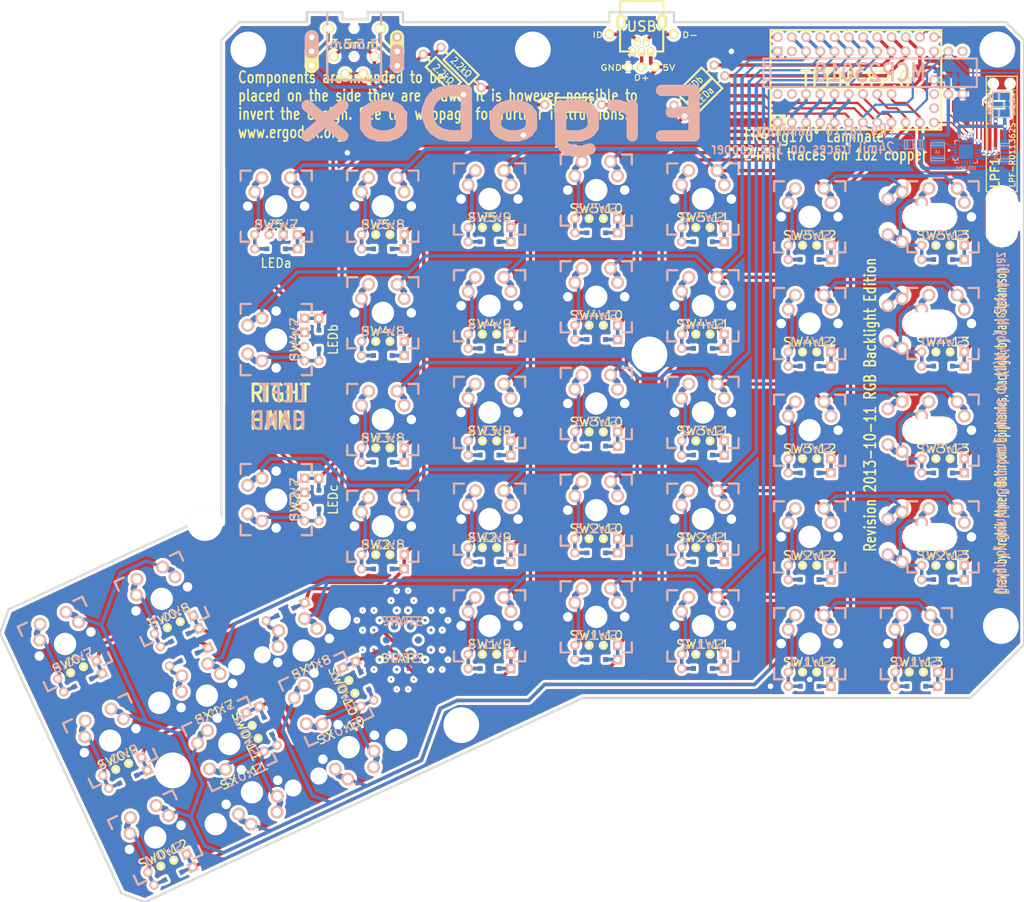
<source format=kicad_pcb>
(kicad_pcb (version 3) (host pcbnew "(2013-07-07 BZR 4022)-stable")
  (layers (15 Front signal) (0 Back signal) (18 B.Paste user hide) (19 F.Paste user hide) (20 B.SilkS user hide) (21 F.SilkS user) (22 B.Mask user) (23 F.Mask user) (28 Edge.Cuts user hide))
  (net 0 "")
  (net 1 /B_CATHODE)
  (net 2 /B_EN)
  (net 3 /COL0)
  (net 4 /COL1)
  (net 5 /COL10)
  (net 6 /COL11)
  (net 7 /COL4)
  (net 8 /COL5)
  (net 9 /COL6)
  (net 10 /G_CATHODE)
  (net 11 /G_EN)
  (net 12 /L1_T1)
  (net 13 /L2_T1)
  (net 14 /LED_A)
  (net 15 /LED_B)
  (net 16 /LED_C)
  (net 17 /ROW0)
  (net 18 /ROW1)
  (net 19 /ROW2)
  (net 20 /ROW3)
  (net 21 /ROW4)
  (net 22 /ROW5)
  (net 23 /R_CATHODE)
  (net 24 /R_EN)
  (net 25 /SCLM)
  (net 26 /SDAM)
  (net 27 /V_OUT_C_CATHODE)
  (net 28 GND)
  (net 29 N-000001)
  (net 30 N-000002)
  (net 31 N-0000023)
  (net 32 N-0000026)
  (net 33 N-0000027)
  (net 34 N-0000028)
  (net 35 N-0000029)
  (net 36 N-0000030)
  (net 37 N-0000031)
  (net 38 N-0000032)
  (net 39 N-0000033)
  (net 40 N-0000034)
  (net 41 N-0000035)
  (net 42 N-0000036)
  (net 43 N-0000049)
  (net 44 N-000005)
  (net 45 N-0000050)
  (net 46 N-0000053)
  (net 47 N-0000054)
  (net 48 N-0000055)
  (net 49 N-0000056)
  (net 50 N-0000057)
  (net 51 N-0000058)
  (net 52 N-0000059)
  (net 53 N-000006)
  (net 54 N-0000060)
  (net 55 N-0000061)
  (net 56 N-0000062)
  (net 57 N-0000063)
  (net 58 N-0000064)
  (net 59 N-0000065)
  (net 60 N-0000066)
  (net 61 N-0000067)
  (net 62 N-0000068)
  (net 63 N-0000069)
  (net 64 N-0000070)
  (net 65 N-0000071)
  (net 66 N-0000072)
  (net 67 N-0000073)
  (net 68 N-0000074)
  (net 69 N-0000075)
  (net 70 N-0000077)
  (net 71 N-0000078)
  (net 72 N-0000079)
  (net 73 N-0000082)
  (net 74 VCC)
  (module MX_FLIP (layer Front) (at 60.01512 152.48382 25)
    (fp_text reference SX1:7 (at 0 3.302 25) (layer F.SilkS) (effects (font (size 1.524 1.778) (thickness 0.254))))
    (fp_text value SX1:6 (at 0 3.302 25) (layer B.SilkS) (effects (font (size 1.524 1.778) (thickness 0.254)) (justify mirror)))
    (pad 1 thru_hole circle (at 2.54 -5.08 25) (size 2.286 2.286) (drill 1.4986) (layers *.Cu *.SilkS *.Mask) (net 18 /ROW1))
    (pad 2 thru_hole circle (at -3.81 -2.54 25) (size 2.286 2.286) (drill 1.4986) (layers *.Cu *.SilkS *.Mask) (net 43 N-0000049))
    (pad 0 np_thru_hole circle (at 0 0 25) (size 3.9878 3.9878) (drill 3.9878) (layers *.Cu) (net 28 GND))
    (pad 0 thru_hole circle (at -5.08 0 25) (size 1.7018 1.7018) (drill 1.7018) (layers *.Cu) (net 28 GND))
    (pad 0 thru_hole circle (at 5.08 0 25) (size 1.7018 1.7018) (drill 1.7018) (layers *.Cu) (net 28 GND))
    (pad 1 thru_hole circle (at 3.81 -2.54 25) (size 2.286 2.286) (drill 1.4986) (layers *.Cu *.SilkS *.Mask) (net 18 /ROW1))
    (pad 2 thru_hole circle (at -2.54 -5.08 25) (size 2.286 2.286) (drill 1.4986) (layers *.Cu *.SilkS *.Mask) (net 43 N-0000049))
  )
  (module LRTB_C9TP (layer Back) (at 201.93 46.99 90)
    (fp_text reference "LRTB C9TP" (at 0.17 2.15 90) (layer B.SilkS) (effects (font (size 0.5 0.5) (thickness 0.125)) (justify mirror)))
    (fp_text value RGB_LED1 (at 0.12 -2.16 90) (layer B.SilkS) (effects (font (size 0.5 0.5) (thickness 0.125)) (justify mirror)))
    (pad A1 smd rect (at -1.55 0.55 90) (size 1.35 1.9) (layers Back B.Paste B.Mask) (clearance 0.1))
    (pad A3 smd rect (at 1.55 0.55 90) (size 1.35 1.9) (layers Back B.Paste B.Mask) (clearance 0.1))
    (pad C1 smd rect (at -1.55 -1.1 90) (size 1.35 1) (layers Back B.Paste B.Mask) (clearance 0.1))
    (pad C3 smd rect (at 1.55 -1.1 90) (size 1.35 1) (layers Back B.Paste B.Mask) (clearance 0.1))
    (pad C2 smd rect (at 0 -0.65 90) (size 1 1.9) (layers Back B.Paste B.Mask) (clearance 0.1))
    (pad A2 smd rect (at 0 1 90) (size 1 1) (layers Back B.Paste B.Mask) (clearance 0.1))
  )
  (module LRTB_C9TP (layer Front) (at 201.93 46.99 270)
    (fp_text reference RGB_LED1 (at -0.127 2.159 270) (layer F.SilkS) (effects (font (size 0.5 0.5) (thickness 0.125))))
    (fp_text value LRTB_C9TP (at -0.127 -2.159 270) (layer F.SilkS) (effects (font (size 0.5 0.5) (thickness 0.125))))
    (pad A1 smd rect (at -1.55 -0.55 270) (size 1.35 1.9) (layers Front F.Paste F.Mask) (net 27 /V_OUT_C_CATHODE) (clearance 0.1))
    (pad A3 smd rect (at 1.55 -0.55 270) (size 1.35 1.9) (layers Front F.Paste F.Mask) (net 27 /V_OUT_C_CATHODE) (clearance 0.1))
    (pad C1 smd rect (at -1.55 1.1 270) (size 1.35 1) (layers Front F.Paste F.Mask) (net 23 /R_CATHODE) (clearance 0.1))
    (pad C3 smd rect (at 1.55 1.1 270) (size 1.35 1) (layers Front F.Paste F.Mask) (net 1 /B_CATHODE) (clearance 0.1))
    (pad C2 smd rect (at 0 0.65 270) (size 1 1.9) (layers Front F.Paste F.Mask) (net 10 /G_CATHODE) (clearance 0.1))
    (pad A2 smd rect (at 0 -1 270) (size 1 1) (layers Front F.Paste F.Mask) (net 27 /V_OUT_C_CATHODE) (clearance 0.1))
  )
  (module STAR (layer Back) (at 94.9325 142.5575)
    (fp_text reference STAR? (at 0 -3.302) (layer B.SilkS) (effects (font (size 1.524 1.778) (thickness 0.254)) (justify mirror)))
    (fp_text value STAR (at 0 -3.302) (layer B.SilkS) (effects (font (size 1.524 1.778) (thickness 0.254)) (justify mirror)))
    (pad 0 smd circle (at 2.8448 0) (size 1.27 1.27) (layers Back))
    (pad 0 smd circle (at 1.4224 -2.46126) (size 1.27 1.27) (layers Back))
    (pad 0 smd circle (at -1.41986 -2.46126) (size 1.27 1.27) (layers Back))
    (pad 0 smd circle (at -2.8448 0) (size 1.27 1.27) (layers Back))
    (pad 0 smd circle (at -1.4224 2.46126) (size 1.27 1.27) (layers Back))
    (pad 0 smd circle (at 1.41986 2.46126) (size 1.27 1.27) (layers Back))
    (pad 1 smd circle (at 5.08 -1.75768) (size 0.508 0.508) (layers Back))
    (pad 1 smd circle (at 1.016 -5.27812) (size 0.508 0.508) (layers Back))
    (pad 1 smd circle (at -4.06146 -3.5179) (size 0.508 0.508) (layers Back))
    (pad 1 smd circle (at -5.08 1.75768) (size 0.508 0.508) (layers Back))
    (pad 1 smd circle (at -1.016 5.27812) (size 0.508 0.508) (layers Back))
    (pad 1 smd circle (at 4.06146 3.5179) (size 0.508 0.508) (layers Back))
    (pad 2 smd circle (at 4.064 -3.5179) (size 0.508 0.508) (layers Back))
    (pad 2 smd circle (at -1.01346 -5.27812) (size 0.508 0.508) (layers Back))
    (pad 2 smd circle (at -5.08 -1.75768) (size 0.508 0.508) (layers Back))
    (pad 2 smd circle (at -4.064 3.5179) (size 0.508 0.508) (layers Back))
    (pad 2 smd circle (at 1.01346 5.27812) (size 0.508 0.508) (layers Back))
    (pad 2 smd circle (at 5.07746 1.75768) (size 0.508 0.508) (layers Back))
    (pad 3 smd circle (at 7.112 -1.75768) (size 0.3048 0.3048) (layers Back))
    (pad 3 smd circle (at 2.032 -7.03834) (size 0.3048 0.3048) (layers Back))
    (pad 3 smd circle (at -5.07746 -5.27812) (size 0.3048 0.3048) (layers Back))
    (pad 3 smd circle (at -7.112 1.75768) (size 0.3048 0.3048) (layers Back))
    (pad 3 smd circle (at -2.032 7.03834) (size 0.3048 0.3048) (layers Back))
    (pad 3 smd circle (at 5.07746 5.27812) (size 0.3048 0.3048) (layers Back))
    (pad 4 smd circle (at 5.08 -5.27812) (size 0.3048 0.3048) (layers Back))
    (pad 4 smd circle (at -2.02946 -7.03834) (size 0.3048 0.3048) (layers Back))
    (pad 4 smd circle (at -7.112 -1.75768) (size 0.3048 0.3048) (layers Back))
    (pad 4 smd circle (at -5.08 5.27812) (size 0.3048 0.3048) (layers Back))
    (pad 4 smd circle (at 2.02946 7.03834) (size 0.3048 0.3048) (layers Back))
    (pad 4 smd circle (at 7.10946 1.75768) (size 0.3048 0.3048) (layers Back))
    (pad 5 smd circle (at 8.128 -3.5179) (size 0.2032 0.2032) (layers Back))
    (pad 5 smd circle (at 1.016 -8.79856) (size 0.2032 0.2032) (layers Back))
    (pad 5 smd circle (at -7.10946 -5.27812) (size 0.2032 0.2032) (layers Back))
    (pad 5 smd circle (at -8.128 3.5179) (size 0.2032 0.2032) (layers Back))
    (pad 5 smd circle (at -1.016 8.79856) (size 0.2032 0.2032) (layers Back))
    (pad 5 smd circle (at 7.10946 5.27812) (size 0.2032 0.2032) (layers Back))
    (pad 6 smd circle (at 7.112 -5.27812) (size 0.2032 0.2032) (layers Back))
    (pad 6 smd circle (at -1.01346 -8.79856) (size 0.2032 0.2032) (layers Back))
    (pad 6 smd circle (at -8.128 -3.5179) (size 0.2032 0.2032) (layers Back))
    (pad 6 smd circle (at -7.112 5.27812) (size 0.2032 0.2032) (layers Back))
    (pad 6 smd circle (at 1.01346 8.79856) (size 0.2032 0.2032) (layers Back))
    (pad 6 smd circle (at 8.128 3.5179) (size 0.2032 0.2032) (layers Back))
  )
  (module STAR (layer Front) (at 94.9325 142.5575)
    (fp_text reference STAR? (at 0 3.302) (layer F.SilkS) (effects (font (size 1.524 1.778) (thickness 0.254))))
    (fp_text value STAR (at 0 3.302) (layer B.SilkS) (effects (font (size 1.524 1.778) (thickness 0.254)) (justify mirror)))
    (pad 0 smd circle (at 2.8448 0) (size 1.27 1.27) (layers Front))
    (pad 0 smd circle (at 1.4224 2.46126) (size 1.27 1.27) (layers Front))
    (pad 0 smd circle (at -1.41986 2.46126) (size 1.27 1.27) (layers Front))
    (pad 0 smd circle (at -2.8448 0) (size 1.27 1.27) (layers Front))
    (pad 0 smd circle (at -1.4224 -2.46126) (size 1.27 1.27) (layers Front))
    (pad 0 smd circle (at 1.41986 -2.46126) (size 1.27 1.27) (layers Front))
    (pad 1 smd circle (at 5.08 1.75768) (size 0.508 0.508) (layers Front))
    (pad 1 smd circle (at 1.016 5.27812) (size 0.508 0.508) (layers Front))
    (pad 1 smd circle (at -4.06146 3.5179) (size 0.508 0.508) (layers Front))
    (pad 1 smd circle (at -5.08 -1.75768) (size 0.508 0.508) (layers Front))
    (pad 1 smd circle (at -1.016 -5.27812) (size 0.508 0.508) (layers Front))
    (pad 1 smd circle (at 4.06146 -3.5179) (size 0.508 0.508) (layers Front))
    (pad 2 smd circle (at 4.064 3.5179) (size 0.508 0.508) (layers Front))
    (pad 2 smd circle (at -1.01346 5.27812) (size 0.508 0.508) (layers Front))
    (pad 2 smd circle (at -5.08 1.75768) (size 0.508 0.508) (layers Front))
    (pad 2 smd circle (at -4.064 -3.5179) (size 0.508 0.508) (layers Front))
    (pad 2 smd circle (at 1.01346 -5.27812) (size 0.508 0.508) (layers Front))
    (pad 2 smd circle (at 5.07746 -1.75768) (size 0.508 0.508) (layers Front))
    (pad 3 smd circle (at 7.112 1.75768) (size 0.3048 0.3048) (layers Front))
    (pad 3 smd circle (at 2.032 7.03834) (size 0.3048 0.3048) (layers Front))
    (pad 3 smd circle (at -5.07746 5.27812) (size 0.3048 0.3048) (layers Front))
    (pad 3 smd circle (at -7.112 -1.75768) (size 0.3048 0.3048) (layers Front))
    (pad 3 smd circle (at -2.032 -7.03834) (size 0.3048 0.3048) (layers Front))
    (pad 3 smd circle (at 5.07746 -5.27812) (size 0.3048 0.3048) (layers Front))
    (pad 4 smd circle (at 5.08 5.27812) (size 0.3048 0.3048) (layers Front))
    (pad 4 smd circle (at -2.02946 7.03834) (size 0.3048 0.3048) (layers Front))
    (pad 4 smd circle (at -7.112 1.75768) (size 0.3048 0.3048) (layers Front))
    (pad 4 smd circle (at -5.08 -5.27812) (size 0.3048 0.3048) (layers Front))
    (pad 4 smd circle (at 2.02946 -7.03834) (size 0.3048 0.3048) (layers Front))
    (pad 4 smd circle (at 7.10946 -1.75768) (size 0.3048 0.3048) (layers Front))
    (pad 5 smd circle (at 8.128 3.5179) (size 0.2032 0.2032) (layers Front))
    (pad 5 smd circle (at 1.016 8.79856) (size 0.2032 0.2032) (layers Front))
    (pad 5 smd circle (at -7.10946 5.27812) (size 0.2032 0.2032) (layers Front))
    (pad 5 smd circle (at -8.128 -3.5179) (size 0.2032 0.2032) (layers Front))
    (pad 5 smd circle (at -1.016 -8.79856) (size 0.2032 0.2032) (layers Front))
    (pad 5 smd circle (at 7.10946 -5.27812) (size 0.2032 0.2032) (layers Front))
    (pad 6 smd circle (at 7.112 5.27812) (size 0.2032 0.2032) (layers Front))
    (pad 6 smd circle (at -1.01346 8.79856) (size 0.2032 0.2032) (layers Front))
    (pad 6 smd circle (at -8.128 3.5179) (size 0.2032 0.2032) (layers Front))
    (pad 6 smd circle (at -7.112 -5.27812) (size 0.2032 0.2032) (layers Front))
    (pad 6 smd circle (at 1.01346 -8.79856) (size 0.2032 0.2032) (layers Front))
    (pad 6 smd circle (at 8.128 -3.5179) (size 0.2032 0.2032) (layers Front))
  )
  (module DIP28_300 (layer Back) (at 178.435 41.275)
    (fp_text reference U2 hide)
    (fp_text value MCP23018 (at 0 0) (layer B.SilkS) (effects (font (size 3.048 2.54) (thickness 0.4572)) (justify mirror)))
    (pad 2 thru_hole circle (at -13.97 -3.81) (size 1.7526 1.7526) (drill 1.0922) (layers *.Cu *.SilkS *.Mask))
    (pad 3 thru_hole circle (at -11.43 -3.81) (size 1.7526 1.7526) (drill 1.0922) (layers *.Cu *.SilkS *.Mask) (net 22 /ROW5))
    (pad 4 thru_hole circle (at -8.89 -3.81) (size 1.7526 1.7526) (drill 1.0922) (layers *.Cu *.SilkS *.Mask) (net 21 /ROW4))
    (pad 5 thru_hole circle (at -6.35 -3.81) (size 1.7526 1.7526) (drill 1.0922) (layers *.Cu *.SilkS *.Mask) (net 20 /ROW3))
    (pad 6 thru_hole circle (at -3.81 -3.81) (size 1.7526 1.7526) (drill 1.0922) (layers *.Cu *.SilkS *.Mask) (net 19 /ROW2))
    (pad 7 thru_hole circle (at -1.27 -3.81) (size 1.7526 1.7526) (drill 1.0922) (layers *.Cu *.SilkS *.Mask) (net 18 /ROW1))
    (pad 8 thru_hole circle (at 1.27 -3.81) (size 1.7526 1.7526) (drill 1.0922) (layers *.Cu *.SilkS *.Mask) (net 17 /ROW0))
    (pad 9 thru_hole circle (at 3.81 -3.81) (size 1.7526 1.7526) (drill 1.0922) (layers *.Cu *.SilkS *.Mask))
    (pad 10 thru_hole circle (at 6.35 -3.81) (size 1.7526 1.7526) (drill 1.0922) (layers *.Cu *.SilkS *.Mask))
    (pad 11 thru_hole circle (at 8.89 -3.81) (size 1.7526 1.7526) (drill 1.0922) (layers *.Cu *.SilkS *.Mask) (net 74 VCC))
    (pad 12 thru_hole circle (at 11.43 -3.81) (size 1.7526 1.7526) (drill 1.0922) (layers *.Cu *.SilkS *.Mask) (net 25 /SCLM))
    (pad 13 thru_hole circle (at 13.97 -3.81) (size 1.7526 1.7526) (drill 1.0922) (layers *.Cu *.SilkS *.Mask) (net 26 /SDAM))
    (pad 14 thru_hole circle (at 16.51 -3.81) (size 1.7526 1.7526) (drill 1.0922) (layers *.Cu *.SilkS *.Mask))
    (pad 1 thru_hole rect (at -16.51 -3.81) (size 1.7526 1.7526) (drill 1.0922) (layers *.Cu *.SilkS *.Mask) (net 28 GND))
    (pad 15 thru_hole circle (at 16.51 3.81) (size 1.7526 1.7526) (drill 1.0922) (layers *.Cu *.SilkS *.Mask) (net 28 GND))
    (pad 16 thru_hole circle (at 13.97 3.81) (size 1.7526 1.7526) (drill 1.0922) (layers *.Cu *.SilkS *.Mask) (net 74 VCC))
    (pad 17 np_thru_hole circle (at 11.43 3.81) (size 1.0922 1.0922) (drill 1.0922) (layers *.Cu *.SilkS *.Mask))
    (pad 18 np_thru_hole circle (at 8.89 3.81) (size 1.0922 1.0922) (drill 1.0922) (layers *.Cu *.SilkS *.Mask))
    (pad 19 np_thru_hole circle (at 6.35 3.81) (size 1.0922 1.0922) (drill 1.0922) (layers *.Cu *.SilkS *.Mask))
    (pad 20 thru_hole circle (at 3.81 3.81) (size 1.7526 1.7526) (drill 1.0922) (layers *.Cu *.SilkS *.Mask) (net 3 /COL0))
    (pad 21 thru_hole circle (at 1.27 3.81) (size 1.7526 1.7526) (drill 1.0922) (layers *.Cu *.SilkS *.Mask) (net 4 /COL1))
    (pad 22 thru_hole circle (at -1.27 3.81) (size 1.7526 1.7526) (drill 1.0922) (layers *.Cu *.SilkS *.Mask) (net 6 /COL11))
    (pad 23 thru_hole circle (at -3.81 3.81) (size 1.7526 1.7526) (drill 1.0922) (layers *.Cu *.SilkS *.Mask) (net 5 /COL10))
    (pad 24 thru_hole circle (at -6.35 3.81) (size 1.7526 1.7526) (drill 1.0922) (layers *.Cu *.SilkS *.Mask) (net 7 /COL4))
    (pad 25 thru_hole circle (at -8.89 3.81) (size 1.7526 1.7526) (drill 1.0922) (layers *.Cu *.SilkS *.Mask) (net 8 /COL5))
    (pad 26 thru_hole circle (at -11.43 3.81) (size 1.7526 1.7526) (drill 1.0922) (layers *.Cu *.SilkS *.Mask) (net 9 /COL6))
    (pad 27 thru_hole circle (at -13.97 3.81) (size 1.7526 1.7526) (drill 1.0922) (layers *.Cu *.SilkS *.Mask))
    (pad 28 thru_hole circle (at -16.51 3.81) (size 1.7526 1.7526) (drill 1.0922) (layers *.Cu *.SilkS *.Mask))
  )
  (module DIODE (layer Front) (at 56.7944 145.57756 25)
    (fp_text reference D1:7 hide)
    (fp_text value D hide)
    (fp_line (start -3.81 0) (end -1.6637 0) (layer Back) (width 0.6096))
    (fp_line (start 1.6637 0) (end 3.81 0) (layer Back) (width 0.6096))
    (fp_line (start -3.81 0) (end -1.6637 0) (layer Front) (width 0.6096))
    (fp_line (start 1.6637 0) (end 3.81 0) (layer Front) (width 0.6096))
    (pad 1 thru_hole circle (at -3.81 0 25) (size 1.651 1.651) (drill 0.9906) (layers *.Cu *.SilkS *.Mask) (net 43 N-0000049))
    (pad 99 smd rect (at -1.6637 0 25) (size 0.8382 0.8382) (layers Front F.Paste F.Mask))
    (pad 99 smd rect (at -1.6637 0 25) (size 0.8382 0.8382) (layers Back B.Paste B.Mask))
    (pad 2 thru_hole rect (at 3.81 0 25) (size 1.651 1.651) (drill 0.9906) (layers *.Cu *.SilkS *.Mask) (net 9 /COL6))
    (pad 99 smd rect (at 1.6637 0 25) (size 0.8382 0.8382) (layers Front F.Paste F.Mask))
    (pad 99 smd rect (at 1.6637 0 25) (size 0.8382 0.8382) (layers Back B.Paste B.Mask))
  )
  (module DIODE (layer Front) (at 74.05878 137.52576 25)
    (fp_text reference D1:8 hide)
    (fp_text value D hide)
    (fp_line (start -3.81 0) (end -1.6637 0) (layer Back) (width 0.6096))
    (fp_line (start 1.6637 0) (end 3.81 0) (layer Back) (width 0.6096))
    (fp_line (start -3.81 0) (end -1.6637 0) (layer Front) (width 0.6096))
    (fp_line (start 1.6637 0) (end 3.81 0) (layer Front) (width 0.6096))
    (pad 1 thru_hole circle (at -3.81 0 25) (size 1.651 1.651) (drill 0.9906) (layers *.Cu *.SilkS *.Mask) (net 45 N-0000050))
    (pad 99 smd rect (at -1.6637 0 25) (size 0.8382 0.8382) (layers Front F.Paste F.Mask))
    (pad 99 smd rect (at -1.6637 0 25) (size 0.8382 0.8382) (layers Back B.Paste B.Mask))
    (pad 2 thru_hole rect (at 3.81 0 25) (size 1.651 1.651) (drill 0.9906) (layers *.Cu *.SilkS *.Mask) (net 8 /COL5))
    (pad 99 smd rect (at 1.6637 0 25) (size 0.8382 0.8382) (layers Front F.Paste F.Mask))
    (pad 99 smd rect (at 1.6637 0 25) (size 0.8382 0.8382) (layers Back B.Paste B.Mask))
  )
  (module MX_LED (layer Front) (at 72.39 117.48516 90)
    (fp_text reference LED_C1 hide)
    (fp_text value LEDc (at 0 10.16 90) (layer F.SilkS) (effects (font (size 1.651 1.524) (thickness 0.254))))
    (pad 1 thru_hole circle (at -1.27 5.08 90) (size 1.651 1.651) (drill 0.9906) (layers *.Cu *.SilkS *.Mask) (net 70 N-0000077))
    (pad 2 thru_hole rect (at 1.27 5.08 90) (size 1.651 1.651) (drill 0.9906) (layers *.Cu *.SilkS *.Mask) (net 28 GND))
  )
  (module MX_LED (layer Front) (at 72.39 88.91016 90)
    (fp_text reference LED_B1 hide)
    (fp_text value LEDb (at 0 10.16 90) (layer F.SilkS) (effects (font (size 1.651 1.524) (thickness 0.254))))
    (pad 1 thru_hole circle (at -1.27 5.08 90) (size 1.651 1.651) (drill 0.9906) (layers *.Cu *.SilkS *.Mask) (net 71 N-0000078))
    (pad 2 thru_hole rect (at 1.27 5.08 90) (size 1.651 1.651) (drill 0.9906) (layers *.Cu *.SilkS *.Mask) (net 28 GND))
  )
  (module MX_LED (layer Front) (at 72.39 65.1002)
    (fp_text reference LED_A1 hide)
    (fp_text value LEDa (at 0 10.16) (layer F.SilkS) (effects (font (size 1.651 1.524) (thickness 0.254))))
    (pad 1 thru_hole circle (at -1.27 5.08) (size 1.651 1.651) (drill 0.9906) (layers *.Cu *.SilkS *.Mask) (net 72 N-0000079))
    (pad 2 thru_hole rect (at 1.27 5.08) (size 1.651 1.651) (drill 0.9906) (layers *.Cu *.SilkS *.Mask) (net 28 GND))
  )
  (module USBMINImod (layer Front) (at 137.6426 30.48 270)
    (fp_text reference J1 hide)
    (fp_text value USB (at 2.54 0 360) (layer F.SilkS) (effects (font (size 1.778 1.778) (thickness 0.3048))))
    (fp_line (start 9.779 2.413) (end 9.017 1.651) (layer Front) (width 0.6096))
    (fp_line (start 9.017 1.651) (end 7.493 1.651) (layer Front) (width 0.6096))
    (fp_line (start 9.779 -2.413) (end 9.144 -1.651) (layer Front) (width 0.6096))
    (fp_line (start 9.144 -1.651) (end 7.493 -1.651) (layer Front) (width 0.6096))
    (fp_line (start 7.493 0) (end 9.779 0) (layer Front) (width 0.6096))
    (fp_line (start 4.953 0.889) (end 3.937 2.032) (layer Front) (width 0.6096))
    (fp_line (start 3.937 2.032) (end 3.937 5.715) (layer Front) (width 0.6096))
    (fp_line (start 4.953 -0.889) (end 3.937 -1.905) (layer Front) (width 0.6096))
    (fp_line (start 3.937 -1.905) (end 3.937 -5.715) (layer Front) (width 0.6096))
    (pad 1 thru_hole oval (at 6.79958 -1.6002 270) (size 1.651 1.143) (drill 0.762 (offset 0.27432 0)) (layers *.Cu *.Mask F.SilkS) (net 74 VCC))
    (pad 2 thru_hole oval (at 5.6007 -0.8001 270) (size 1.651 1.143) (drill 0.762 (offset -0.27432 0)) (layers *.Cu *.Mask F.SilkS))
    (pad 3 thru_hole oval (at 6.79958 0 270) (size 1.651 1.143) (drill 0.762 (offset 0.27432 0)) (layers *.Cu *.Mask F.SilkS))
    (pad 4 thru_hole oval (at 5.6007 0.8001 270) (size 1.651 1.143) (drill 0.762 (offset -0.27432 0)) (layers *.Cu *.Mask F.SilkS))
    (pad 5 thru_hole oval (at 6.79958 1.6002 270) (size 1.651 1.143) (drill 0.762 (offset 0.27432 0)) (layers *.Cu *.Mask F.SilkS) (net 28 GND))
    (pad 6 thru_hole oval (at 1.75006 3.64744 270) (size 2.794 1.7018) (drill oval 1.905 0.762) (layers *.Cu *.Mask F.SilkS) (net 28 GND))
    (pad 6 thru_hole oval (at 1.75006 -3.64744 270) (size 2.794 1.7018) (drill oval 1.905 0.762) (layers *.Cu *.Mask F.SilkS) (net 28 GND))
    (pad 1 thru_hole circle (at 9.779 -2.413 270) (size 1.651 1.651) (drill 0.9906) (layers *.Cu *.Mask F.SilkS) (net 74 VCC))
    (pad 2 thru_hole circle (at 3.937 -5.715 270) (size 1.651 1.651) (drill 0.9906) (layers *.Cu *.Mask F.SilkS))
    (pad 3 thru_hole circle (at 9.779 0 270) (size 1.651 1.651) (drill 0.9906) (layers *.Cu *.Mask F.SilkS))
    (pad 4 thru_hole circle (at 3.937 5.715 270) (size 1.651 1.651) (drill 0.9906) (layers *.Cu *.Mask F.SilkS))
    (pad 5 thru_hole circle (at 9.779 2.413 270) (size 1.651 1.651) (drill 0.9906) (layers *.Cu *.Mask F.SilkS) (net 28 GND))
  )
  (module MX_FLIP (layer Front) (at 77.2795 144.43202 25)
    (fp_text reference SX1:8 (at 0 3.302 25) (layer F.SilkS) (effects (font (size 1.524 1.778) (thickness 0.254))))
    (fp_text value SX1:5 (at 0 3.302 25) (layer B.SilkS) (effects (font (size 1.524 1.778) (thickness 0.254)) (justify mirror)))
    (pad 1 thru_hole circle (at 2.54 -5.08 25) (size 2.286 2.286) (drill 1.4986) (layers *.Cu *.SilkS *.Mask) (net 18 /ROW1))
    (pad 2 thru_hole circle (at -3.81 -2.54 25) (size 2.286 2.286) (drill 1.4986) (layers *.Cu *.SilkS *.Mask) (net 45 N-0000050))
    (pad 0 np_thru_hole circle (at 0 0 25) (size 3.9878 3.9878) (drill 3.9878) (layers *.Cu) (net 28 GND))
    (pad 0 thru_hole circle (at -5.08 0 25) (size 1.7018 1.7018) (drill 1.7018) (layers *.Cu) (net 28 GND))
    (pad 0 thru_hole circle (at 5.08 0 25) (size 1.7018 1.7018) (drill 1.7018) (layers *.Cu) (net 28 GND))
    (pad 1 thru_hole circle (at 3.81 -2.54 25) (size 2.286 2.286) (drill 1.4986) (layers *.Cu *.SilkS *.Mask) (net 18 /ROW1))
    (pad 2 thru_hole circle (at -2.54 -5.08 25) (size 2.286 2.286) (drill 1.4986) (layers *.Cu *.SilkS *.Mask) (net 45 N-0000050))
  )
  (module MX_FLIP (layer Front) (at 85.3313 161.69894 205)
    (fp_text reference SX0:10 (at 0 3.302 205) (layer F.SilkS) (effects (font (size 1.524 1.778) (thickness 0.254))))
    (fp_text value SX0:3 (at 0 3.302 205) (layer B.SilkS) (effects (font (size 1.524 1.778) (thickness 0.254)) (justify mirror)))
    (pad 1 thru_hole circle (at 2.54 -5.08 205) (size 2.286 2.286) (drill 1.4986) (layers *.Cu *.SilkS *.Mask) (net 17 /ROW0))
    (pad 2 thru_hole circle (at -3.81 -2.54 205) (size 2.286 2.286) (drill 1.4986) (layers *.Cu *.SilkS *.Mask) (net 53 N-000006))
    (pad 0 np_thru_hole circle (at 0 0 205) (size 3.9878 3.9878) (drill 3.9878) (layers *.Cu) (net 28 GND))
    (pad 0 thru_hole circle (at -5.08 0 205) (size 1.7018 1.7018) (drill 1.7018) (layers *.Cu) (net 28 GND))
    (pad 0 thru_hole circle (at 5.08 0 205) (size 1.7018 1.7018) (drill 1.7018) (layers *.Cu) (net 28 GND))
    (pad 1 thru_hole circle (at 3.81 -2.54 205) (size 2.286 2.286) (drill 1.4986) (layers *.Cu *.SilkS *.Mask) (net 17 /ROW0))
    (pad 2 thru_hole circle (at -2.54 -5.08 205) (size 2.286 2.286) (drill 1.4986) (layers *.Cu *.SilkS *.Mask) (net 53 N-000006))
  )
  (module MX_FLIP (layer Front) (at 68.06438 169.7482 205)
    (fp_text reference SX0:11 (at 0 3.302 205) (layer F.SilkS) (effects (font (size 1.524 1.778) (thickness 0.254))))
    (fp_text value SX0:2 (at 0 3.302 205) (layer B.SilkS) (effects (font (size 1.524 1.778) (thickness 0.254)) (justify mirror)))
    (pad 1 thru_hole circle (at 2.54 -5.08 205) (size 2.286 2.286) (drill 1.4986) (layers *.Cu *.SilkS *.Mask) (net 17 /ROW0))
    (pad 2 thru_hole circle (at -3.81 -2.54 205) (size 2.286 2.286) (drill 1.4986) (layers *.Cu *.SilkS *.Mask) (net 73 N-0000082))
    (pad 0 np_thru_hole circle (at 0 0 205) (size 3.9878 3.9878) (drill 3.9878) (layers *.Cu) (net 28 GND))
    (pad 0 thru_hole circle (at -5.08 0 205) (size 1.7018 1.7018) (drill 1.7018) (layers *.Cu) (net 28 GND))
    (pad 0 thru_hole circle (at 5.08 0 205) (size 1.7018 1.7018) (drill 1.7018) (layers *.Cu) (net 28 GND))
    (pad 1 thru_hole circle (at 3.81 -2.54 205) (size 2.286 2.286) (drill 1.4986) (layers *.Cu *.SilkS *.Mask) (net 17 /ROW0))
    (pad 2 thru_hole circle (at -2.54 -5.08 205) (size 2.286 2.286) (drill 1.4986) (layers *.Cu *.SilkS *.Mask) (net 73 N-0000082))
  )
  (module RESISTOR (layer Front) (at 148.9075 45.4025 225)
    (fp_text reference RA1 hide)
    (fp_text value LEDa (at 0 0 225) (layer F.SilkS) (effects (font (size 1.27 1.016) (thickness 0.2032))))
    (pad 1 thru_hole circle (at -5.08 0 225) (size 1.651 1.651) (drill 0.9906) (layers *.Cu *.SilkS *.Mask) (net 14 /LED_A))
    (pad 2 thru_hole circle (at 5.08 0 225) (size 1.651 1.651) (drill 0.9906) (layers *.Cu *.SilkS *.Mask) (net 72 N-0000079))
  )
  (module RESISTOR (layer Front) (at 147.0025 43.4975 225)
    (fp_text reference RB1 hide)
    (fp_text value LEDb (at 0 0 225) (layer F.SilkS) (effects (font (size 1.27 1.016) (thickness 0.2032))))
    (pad 1 thru_hole circle (at -5.08 0 225) (size 1.651 1.651) (drill 0.9906) (layers *.Cu *.SilkS *.Mask) (net 15 /LED_B))
    (pad 2 thru_hole circle (at 5.08 0 225) (size 1.651 1.651) (drill 0.9906) (layers *.Cu *.SilkS *.Mask) (net 71 N-0000078))
  )
  (module RESISTOR (layer Front) (at 125.4125 46.99 180)
    (fp_text reference RC1 hide)
    (fp_text value LEDc (at 0 0 180) (layer F.SilkS) (effects (font (size 1.27 1.016) (thickness 0.2032))))
    (pad 1 thru_hole circle (at -5.08 0 180) (size 1.651 1.651) (drill 0.9906) (layers *.Cu *.SilkS *.Mask) (net 16 /LED_C))
    (pad 2 thru_hole circle (at 5.08 0 180) (size 1.651 1.651) (drill 0.9906) (layers *.Cu *.SilkS *.Mask) (net 70 N-0000077))
  )
  (module RESISTOR (layer Front) (at 105.41 40.3225 315)
    (fp_text reference R1 hide)
    (fp_text value 2.2kΩ (at 0 0 315) (layer F.SilkS) (effects (font (size 1.27 1.016) (thickness 0.2032))))
    (pad 1 thru_hole circle (at -5.08 0 315) (size 1.651 1.651) (drill 0.9906) (layers *.Cu *.SilkS *.Mask) (net 74 VCC))
    (pad 2 thru_hole circle (at 5.08 0 315) (size 1.651 1.651) (drill 0.9906) (layers *.Cu *.SilkS *.Mask) (net 26 /SDAM))
  )
  (module RESISTOR (layer Front) (at 102.235 41.5925 315)
    (fp_text reference R2 hide)
    (fp_text value 2.2kΩ (at 0 0 315) (layer F.SilkS) (effects (font (size 1.27 1.016) (thickness 0.2032))))
    (pad 1 thru_hole circle (at -5.08 0 315) (size 1.651 1.651) (drill 0.9906) (layers *.Cu *.SilkS *.Mask) (net 74 VCC))
    (pad 2 thru_hole circle (at 5.08 0 315) (size 1.651 1.651) (drill 0.9906) (layers *.Cu *.SilkS *.Mask) (net 25 /SCLM))
  )
  (module 100PITCH1X3 (layer Front) (at 78.74 37.465 90)
    (fp_text reference J4 hide)
    (fp_text value JMP hide)
    (pad 1 thru_hole circle (at -2.54 0 90) (size 1.651 1.651) (drill 0.9906) (layers *.Cu *.Mask F.SilkS) (net 74 VCC))
    (pad 2 thru_hole circle (at 0 0 90) (size 1.651 1.651) (drill 0.9906) (layers *.Cu *.Mask F.SilkS) (net 30 N-000002))
    (pad 3 thru_hole circle (at 2.54 0 90) (size 1.651 1.651) (drill 0.9906) (layers *.Cu *.Mask F.SilkS) (net 28 GND))
  )
  (module 100PITCH1X3 (layer Back) (at 93.98 37.465 90)
    (fp_text reference J3 hide)
    (fp_text value JMP hide)
    (pad 1 thru_hole circle (at -2.54 0 90) (size 1.651 1.651) (drill 0.9906) (layers *.Cu *.Mask B.SilkS) (net 74 VCC))
    (pad 2 thru_hole circle (at 0 0 90) (size 1.651 1.651) (drill 0.9906) (layers *.Cu *.Mask B.SilkS) (net 29 N-000001))
    (pad 3 thru_hole circle (at 2.54 0 90) (size 1.651 1.651) (drill 0.9906) (layers *.Cu *.Mask B.SilkS) (net 28 GND))
  )
  (module GAP (layer Back) (at 192.913 42.545 270)
    (fp_text reference JP2 hide)
    (fp_text value JUMPER hide)
    (pad 1 smd rect (at 0 0.635 270) (size 2.032 1.016) (layers Back B.Paste B.Mask) (net 28 GND))
    (pad 1 smd rect (at 0 -0.635 270) (size 2.032 1.016) (layers Back B.Paste B.Mask) (net 28 GND))
  )
  (module GAP (layer Front) (at 187.325 40.9575)
    (fp_text reference JP1 hide)
    (fp_text value JUMPER hide)
    (pad 1 smd rect (at 0 -0.635) (size 2.032 1.016) (layers Front F.Paste F.Mask) (net 74 VCC))
    (pad 1 smd rect (at 0 0.635) (size 2.032 1.016) (layers Front F.Paste F.Mask) (net 74 VCC))
  )
  (module 4pin35mmAudio (layer Front) (at 86.3092 30.48 270)
    (fp_text reference J2 hide)
    (fp_text value 3.5mm (at 5.715 0 360) (layer F.SilkS) (effects (font (size 1.524 1.778) (thickness 0.3048))))
    (fp_text user 3.5mm (at 5.715 0 360) (layer B.SilkS) (effects (font (size 1.524 1.778) (thickness 0.3048)) (justify mirror)))
    (pad 1 thru_hole oval (at 2.8956 -4.6482 270) (size 1.7526 2.0574) (drill oval 1.0922 1.397) (layers *.Cu *.Mask F.SilkS) (net 29 N-000001))
    (pad 2 thru_hole circle (at 7.8994 3.6068 270) (size 1.7526 1.7526) (drill 1.0922) (layers *.Cu *.Mask F.SilkS) (net 26 /SDAM))
    (pad 3 thru_hole circle (at 10.9982 -1.6002 270) (size 1.7526 1.7526) (drill 1.0922) (layers *.Cu *.Mask F.SilkS) (net 25 /SCLM))
    (pad 4 thru_hole oval (at 2.8956 4.6482 270) (size 1.7526 2.0574) (drill oval 1.0922 1.397) (layers *.Cu *.Mask F.SilkS) (net 30 N-000002))
    (pad 5 thru_hole circle (at 10.9982 1.6002 270) (size 1.7526 1.7526) (drill 1.0922) (layers *.Cu *.Mask F.SilkS) (net 25 /SCLM))
    (pad 6 thru_hole circle (at 7.8994 -3.6068 270) (size 1.7526 1.7526) (drill 1.0922) (layers *.Cu *.Mask F.SilkS) (net 26 /SDAM))
    (pad HOLE np_thru_hole circle (at 2.8956 0 270) (size 0.9906 0.9906) (drill 0.9906) (layers *.Cu *.Mask F.SilkS))
    (pad HOLE np_thru_hole circle (at 7.8994 0 270) (size 0.9906 0.9906) (drill 0.9906) (layers *.Cu *.Mask F.SilkS))
  )
  (module MX_FLIP_DIODE (layer Front) (at 72.39 65.1002)
    (fp_text reference SW5:7 (at 0 3.302) (layer F.SilkS) (effects (font (size 1.524 1.778) (thickness 0.254))))
    (fp_text value SW5:6 (at 0 3.302) (layer B.SilkS) (effects (font (size 1.524 1.778) (thickness 0.254)) (justify mirror)))
    (fp_line (start -3.81 7.62) (end -1.6637 7.62) (layer Back) (width 0.6096))
    (fp_line (start 1.6637 7.62) (end 3.81 7.62) (layer Back) (width 0.6096))
    (fp_line (start -3.81 7.62) (end -1.6637 7.62) (layer Front) (width 0.6096))
    (fp_line (start 1.6637 7.62) (end 3.81 7.62) (layer Front) (width 0.6096))
    (pad 1 thru_hole circle (at 2.54 -5.08) (size 2.286 2.286) (drill 1.4986) (layers *.Cu *.SilkS *.Mask) (net 22 /ROW5))
    (pad 2 thru_hole circle (at -3.81 -2.54) (size 2.286 2.286) (drill 1.4986) (layers *.Cu *.SilkS *.Mask) (net 61 N-0000067))
    (pad 0 np_thru_hole circle (at 0 0) (size 3.9878 3.9878) (drill 3.9878) (layers *.Cu) (net 28 GND))
    (pad 0 thru_hole circle (at -5.08 0) (size 1.7018 1.7018) (drill 1.7018) (layers *.Cu) (net 28 GND))
    (pad 0 thru_hole circle (at 5.08 0) (size 1.7018 1.7018) (drill 1.7018) (layers *.Cu) (net 28 GND))
    (pad 1 thru_hole circle (at 3.81 -2.54) (size 2.286 2.286) (drill 1.4986) (layers *.Cu *.SilkS *.Mask) (net 22 /ROW5))
    (pad 2 thru_hole circle (at -2.54 -5.08) (size 2.286 2.286) (drill 1.4986) (layers *.Cu *.SilkS *.Mask) (net 61 N-0000067))
    (pad 3 thru_hole circle (at -3.81 5.08) (size 1.651 1.651) (drill 0.9906) (layers *.Cu *.SilkS *.Mask) (net 61 N-0000067))
    (pad 4 thru_hole rect (at 3.81 5.08) (size 1.651 1.651) (drill 0.9906) (layers *.Cu *.SilkS *.Mask) (net 9 /COL6))
    (pad 3 thru_hole circle (at -3.81 7.62) (size 1.651 1.651) (drill 0.9906) (layers *.Cu *.SilkS *.Mask) (net 61 N-0000067))
    (pad 4 thru_hole rect (at 3.81 7.62) (size 1.651 1.651) (drill 0.9906) (layers *.Cu *.SilkS *.Mask) (net 9 /COL6))
    (pad 99 smd rect (at -1.6637 7.62) (size 0.8382 0.8382) (layers Front F.Paste F.Mask))
    (pad 99 smd rect (at -1.6637 7.62) (size 0.8382 0.8382) (layers Back B.Paste B.Mask))
    (pad 99 smd rect (at 1.6637 7.62) (size 0.8382 0.8382) (layers Front F.Paste F.Mask))
    (pad 99 smd rect (at 1.6637 7.62) (size 0.8382 0.8382) (layers Back B.Paste B.Mask))
  )
  (module MX_FLIP_DIODE (layer Front) (at 72.39 88.91016 90)
    (fp_text reference SW4:7 (at 0 3.302 90) (layer F.SilkS) (effects (font (size 1.524 1.778) (thickness 0.254))))
    (fp_text value SW4:6 (at 0 3.302 90) (layer B.SilkS) (effects (font (size 1.524 1.778) (thickness 0.254)) (justify mirror)))
    (fp_line (start -3.81 7.62) (end -1.6637 7.62) (layer Back) (width 0.6096))
    (fp_line (start 1.6637 7.62) (end 3.81 7.62) (layer Back) (width 0.6096))
    (fp_line (start -3.81 7.62) (end -1.6637 7.62) (layer Front) (width 0.6096))
    (fp_line (start 1.6637 7.62) (end 3.81 7.62) (layer Front) (width 0.6096))
    (pad 1 thru_hole circle (at 2.54 -5.08 90) (size 2.286 2.286) (drill 1.4986) (layers *.Cu *.SilkS *.Mask) (net 21 /ROW4))
    (pad 2 thru_hole circle (at -3.81 -2.54 90) (size 2.286 2.286) (drill 1.4986) (layers *.Cu *.SilkS *.Mask) (net 62 N-0000068))
    (pad 0 np_thru_hole circle (at 0 0 90) (size 3.9878 3.9878) (drill 3.9878) (layers *.Cu) (net 28 GND))
    (pad 0 thru_hole circle (at -5.08 0 90) (size 1.7018 1.7018) (drill 1.7018) (layers *.Cu) (net 28 GND))
    (pad 0 thru_hole circle (at 5.08 0 90) (size 1.7018 1.7018) (drill 1.7018) (layers *.Cu) (net 28 GND))
    (pad 1 thru_hole circle (at 3.81 -2.54 90) (size 2.286 2.286) (drill 1.4986) (layers *.Cu *.SilkS *.Mask) (net 21 /ROW4))
    (pad 2 thru_hole circle (at -2.54 -5.08 90) (size 2.286 2.286) (drill 1.4986) (layers *.Cu *.SilkS *.Mask) (net 62 N-0000068))
    (pad 3 thru_hole circle (at -3.81 5.08 90) (size 1.651 1.651) (drill 0.9906) (layers *.Cu *.SilkS *.Mask) (net 62 N-0000068))
    (pad 4 thru_hole rect (at 3.81 5.08 90) (size 1.651 1.651) (drill 0.9906) (layers *.Cu *.SilkS *.Mask) (net 9 /COL6))
    (pad 3 thru_hole circle (at -3.81 7.62 90) (size 1.651 1.651) (drill 0.9906) (layers *.Cu *.SilkS *.Mask) (net 62 N-0000068))
    (pad 4 thru_hole rect (at 3.81 7.62 90) (size 1.651 1.651) (drill 0.9906) (layers *.Cu *.SilkS *.Mask) (net 9 /COL6))
    (pad 99 smd rect (at -1.6637 7.62 90) (size 0.8382 0.8382) (layers Front F.Paste F.Mask))
    (pad 99 smd rect (at -1.6637 7.62 90) (size 0.8382 0.8382) (layers Back B.Paste B.Mask))
    (pad 99 smd rect (at 1.6637 7.62 90) (size 0.8382 0.8382) (layers Front F.Paste F.Mask))
    (pad 99 smd rect (at 1.6637 7.62 90) (size 0.8382 0.8382) (layers Back B.Paste B.Mask))
  )
  (module MX_FLIP_DIODE (layer Front) (at 72.39 117.48516 90)
    (fp_text reference SW2:7 (at 0 3.302 90) (layer F.SilkS) (effects (font (size 1.524 1.778) (thickness 0.254))))
    (fp_text value SW2:6 (at 0 3.302 90) (layer B.SilkS) (effects (font (size 1.524 1.778) (thickness 0.254)) (justify mirror)))
    (fp_line (start -3.81 7.62) (end -1.6637 7.62) (layer Back) (width 0.6096))
    (fp_line (start 1.6637 7.62) (end 3.81 7.62) (layer Back) (width 0.6096))
    (fp_line (start -3.81 7.62) (end -1.6637 7.62) (layer Front) (width 0.6096))
    (fp_line (start 1.6637 7.62) (end 3.81 7.62) (layer Front) (width 0.6096))
    (pad 1 thru_hole circle (at 2.54 -5.08 90) (size 2.286 2.286) (drill 1.4986) (layers *.Cu *.SilkS *.Mask) (net 19 /ROW2))
    (pad 2 thru_hole circle (at -3.81 -2.54 90) (size 2.286 2.286) (drill 1.4986) (layers *.Cu *.SilkS *.Mask) (net 57 N-0000063))
    (pad 0 np_thru_hole circle (at 0 0 90) (size 3.9878 3.9878) (drill 3.9878) (layers *.Cu) (net 28 GND))
    (pad 0 thru_hole circle (at -5.08 0 90) (size 1.7018 1.7018) (drill 1.7018) (layers *.Cu) (net 28 GND))
    (pad 0 thru_hole circle (at 5.08 0 90) (size 1.7018 1.7018) (drill 1.7018) (layers *.Cu) (net 28 GND))
    (pad 1 thru_hole circle (at 3.81 -2.54 90) (size 2.286 2.286) (drill 1.4986) (layers *.Cu *.SilkS *.Mask) (net 19 /ROW2))
    (pad 2 thru_hole circle (at -2.54 -5.08 90) (size 2.286 2.286) (drill 1.4986) (layers *.Cu *.SilkS *.Mask) (net 57 N-0000063))
    (pad 3 thru_hole circle (at -3.81 5.08 90) (size 1.651 1.651) (drill 0.9906) (layers *.Cu *.SilkS *.Mask) (net 57 N-0000063))
    (pad 4 thru_hole rect (at 3.81 5.08 90) (size 1.651 1.651) (drill 0.9906) (layers *.Cu *.SilkS *.Mask) (net 9 /COL6))
    (pad 3 thru_hole circle (at -3.81 7.62 90) (size 1.651 1.651) (drill 0.9906) (layers *.Cu *.SilkS *.Mask) (net 57 N-0000063))
    (pad 4 thru_hole rect (at 3.81 7.62 90) (size 1.651 1.651) (drill 0.9906) (layers *.Cu *.SilkS *.Mask) (net 9 /COL6))
    (pad 99 smd rect (at -1.6637 7.62 90) (size 0.8382 0.8382) (layers Front F.Paste F.Mask))
    (pad 99 smd rect (at -1.6637 7.62 90) (size 0.8382 0.8382) (layers Back B.Paste B.Mask))
    (pad 99 smd rect (at 1.6637 7.62 90) (size 0.8382 0.8382) (layers Front F.Paste F.Mask))
    (pad 99 smd rect (at 1.6637 7.62 90) (size 0.8382 0.8382) (layers Back B.Paste B.Mask))
  )
  (module STAB_PCB940 (layer Front) (at 81.30286 153.06548 295)
    (fp_text reference S2 hide)
    (fp_text value STAB200 hide)
    (pad 0 np_thru_hole circle (at -11.938 6.985 295) (size 3.048 3.048) (drill 3.048) (layers *.Cu) (net 28 GND))
    (pad 0 np_thru_hole circle (at 11.938 6.985 295) (size 3.048 3.048) (drill 3.048) (layers *.Cu) (net 28 GND))
    (pad 0 np_thru_hole circle (at -11.938 -8.255 295) (size 3.9878 3.9878) (drill 3.9878) (layers *.Cu) (net 28 GND))
    (pad 0 np_thru_hole circle (at 11.938 -8.255 295) (size 3.9878 3.9878) (drill 3.9878) (layers *.Cu) (net 28 GND))
  )
  (module STAB_PCB940 (layer Front) (at 64.03848 161.11728 115)
    (fp_text reference S1 hide)
    (fp_text value STAB200 hide)
    (pad 0 np_thru_hole circle (at -11.938 6.985 115) (size 3.048 3.048) (drill 3.048) (layers *.Cu) (net 28 GND))
    (pad 0 np_thru_hole circle (at 11.938 6.985 115) (size 3.048 3.048) (drill 3.048) (layers *.Cu) (net 28 GND))
    (pad 0 np_thru_hole circle (at -11.938 -8.255 115) (size 3.9878 3.9878) (drill 3.9878) (layers *.Cu) (net 28 GND))
    (pad 0 np_thru_hole circle (at 11.938 -8.255 115) (size 3.9878 3.9878) (drill 3.9878) (layers *.Cu) (net 28 GND))
  )
  (module ErgoDOXmech (layer Front) (at 50.8 177.8)
    (fp_text reference H99 hide)
    (fp_text value MECHANICAL hide)
    (pad 0 np_thru_hole circle (at 3.0988 -11.9634) (size 6.3754 6.3754) (drill 6.3754) (layers *.Cu *.Mask F.SilkS) (net 28 GND))
    (pad 0 np_thru_hole circle (at 8.8646 -56.134) (size 6.3754 6.3754) (drill 6.3754) (layers *.Cu *.Mask F.SilkS) (net 28 GND))
    (pad 0 np_thru_hole circle (at 54.6354 -20.0406) (size 6.3754 6.3754) (drill 6.3754) (layers *.Cu *.Mask F.SilkS) (net 28 GND))
    (pad 0 np_thru_hole circle (at 150.9776 -37.7444) (size 6.3754 6.3754) (drill 6.3754) (layers *.Cu *.Mask F.SilkS) (net 28 GND))
    (pad 0 np_thru_hole circle (at 88.2396 -86.2076) (size 6.3754 6.3754) (drill 6.3754) (layers *.Cu *.Mask F.SilkS) (net 28 GND))
    (pad 0 np_thru_hole circle (at 150.3426 -140.6652) (size 6.3754 6.3754) (drill 6.3754) (layers *.Cu *.Mask F.SilkS) (net 28 GND))
    (pad 0 np_thru_hole circle (at 67.4116 -140.6652) (size 6.3754 6.3754) (drill 6.3754) (layers *.Cu *.Mask F.SilkS) (net 28 GND))
    (pad 0 np_thru_hole circle (at 16.6116 -140.6652) (size 6.3754 6.3754) (drill 6.3754) (layers *.Cu *.Mask F.SilkS) (net 28 GND))
  )
  (module L1210R2R2MDWIT (layer Back) (at 190.5 55.372 270)
    (fp_text reference L1 (at 0.028 0.08 360) (layer B.SilkS) (effects (font (size 0.50038 0.50038) (thickness 0.11938)) (justify mirror)))
    (fp_text value "2.2 µH, 1900 mA" hide)
    (pad 1 smd rect (at 1.397 0 270) (size 1.6002 2.6924) (layers Back B.Paste B.Mask) (net 12 /L1_T1))
    (pad 2 smd rect (at -1.397 0 270) (size 1.6002 2.6924) (layers Back B.Paste B.Mask) (net 13 /L2_T1))
  )
  (module C1206C106J8RACTU (layer Back) (at 186.2 54.1 180)
    (fp_text reference CIN1 (at -0.06 0.04 270) (layer B.SilkS) (effects (font (size 0.50038 0.50038) (thickness 0.11938)) (justify mirror)))
    (fp_text value "CAP 10 µF" hide)
    (pad 1 smd rect (at 1.397 0 180) (size 1.6002 1.8034) (layers Back B.Paste B.Mask))
    (pad 2 smd rect (at -1.397 0 180) (size 1.6002 1.8034) (layers Back B.Paste B.Mask) (net 74 VCC))
  )
  (module C1206C475J8NACTU (layer Back) (at 202.5 55.5 270)
    (fp_text reference COUT1 (at 0.2 1.6 270) (layer B.SilkS) (effects (font (size 0.50038 0.50038) (thickness 0.11938)) (justify mirror)))
    (fp_text value "CAP 4.7 µF, 6.3V/10V X7R" hide)
    (pad 1 smd rect (at 1.397 0 270) (size 1.6002 1.8034) (layers Back B.Paste B.Mask))
    (pad 2 smd rect (at -1.397 0 270) (size 1.6002 1.8034) (layers Back B.Paste B.Mask) (net 27 /V_OUT_C_CATHODE))
  )
  (module LM3549 (layer Back) (at 195.58 55.372 90)
    (fp_text reference LED_DRV1 (at -2.928 -0.08 180) (layer B.SilkS) (effects (font (size 0.5 0.5) (thickness 0.1)) (justify mirror)))
    (fp_text value LM3549 (at 2.692 -0.04 180) (layer B.SilkS) (effects (font (size 0.5 0.5) (thickness 0.1)) (justify mirror)))
    (pad 1 smd rect (at -1.24968 -1.89992 270) (size 0.24892 0.6985) (layers Back B.Paste B.Mask))
    (pad 2 smd rect (at -0.7493 -1.89992 270) (size 0.24892 0.6985) (layers Back B.Paste B.Mask) (net 12 /L1_T1))
    (pad 3 smd rect (at -0.24892 -1.89992 270) (size 0.24892 0.6985) (layers Back B.Paste B.Mask))
    (pad 4 smd rect (at 0.24892 -1.89992 270) (size 0.24892 0.6985) (layers Back B.Paste B.Mask) (net 28 GND))
    (pad 5 smd rect (at 0.7493 -1.89992 270) (size 0.24892 0.6985) (layers Back B.Paste B.Mask) (net 13 /L2_T1))
    (pad 6 smd rect (at 1.24968 -1.89992 270) (size 0.24892 0.6985) (layers Back B.Paste B.Mask))
    (pad 7 smd rect (at 1.89992 -1.24968 180) (size 0.24892 0.6985) (layers Back B.Paste B.Mask) (net 27 /V_OUT_C_CATHODE))
    (pad 8 smd rect (at 1.89992 -0.7493 180) (size 0.24892 0.6985) (layers Back B.Paste B.Mask))
    (pad 9 smd rect (at 1.89992 -0.24892 180) (size 0.24892 0.6985) (layers Back B.Paste B.Mask))
    (pad 10 smd rect (at 1.89992 0.24892 180) (size 0.24892 0.6985) (layers Back B.Paste B.Mask) (net 24 /R_EN))
    (pad 11 smd rect (at 1.89992 0.7493 180) (size 0.24892 0.6985) (layers Back B.Paste B.Mask) (net 74 VCC))
    (pad 12 smd rect (at 1.89992 1.24968 180) (size 0.24892 0.6985) (layers Back B.Paste B.Mask) (net 11 /G_EN))
    (pad 13 smd rect (at 1.24968 1.89992 90) (size 0.24892 0.6985) (layers Back B.Paste B.Mask) (net 2 /B_EN))
    (pad 14 smd rect (at 0.7493 1.89992 90) (size 0.24892 0.6985) (layers Back B.Paste B.Mask))
    (pad 15 smd rect (at 0.24892 1.89992 90) (size 0.24892 0.6985) (layers Back B.Paste B.Mask) (net 28 GND))
    (pad 16 smd rect (at -0.24892 1.89992 90) (size 0.24892 0.6985) (layers Back B.Paste B.Mask) (net 23 /R_CATHODE))
    (pad 17 smd rect (at -0.7493 1.89992 90) (size 0.24892 0.6985) (layers Back B.Paste B.Mask) (net 10 /G_CATHODE))
    (pad 18 smd rect (at -1.24968 1.89992 90) (size 0.24892 0.6985) (layers Back B.Paste B.Mask) (net 1 /B_CATHODE))
    (pad 19 smd rect (at -1.89992 1.24968) (size 0.24892 0.6985) (layers Back B.Paste B.Mask))
    (pad 20 smd rect (at -1.89992 0.7493) (size 0.24892 0.6985) (layers Back B.Paste B.Mask) (net 26 /SDAM))
    (pad 21 smd rect (at -1.89992 0.24892) (size 0.24892 0.6985) (layers Back B.Paste B.Mask) (net 25 /SCLM))
    (pad 22 smd rect (at -1.89992 -0.24892) (size 0.24892 0.6985) (layers Back B.Paste B.Mask) (net 74 VCC))
    (pad 23 smd rect (at -1.89992 -0.7493) (size 0.24892 0.6985) (layers Back B.Paste B.Mask) (net 74 VCC))
    (pad 24 smd rect (at -1.89992 -1.24968) (size 0.24892 0.6985) (layers Back B.Paste B.Mask))
    (pad HEAT smd rect (at 0 0 90) (size 2.6 2.6) (layers Back B.Paste B.Mask))
  )
  (module TEENSY_2.0 (layer Front) (at 175.895 42.545)
    (fp_text reference U1 hide)
    (fp_text value TEENSY2.0 (at 0 0) (layer F.SilkS) (effects (font (size 3.048 2.54) (thickness 0.4572))))
    (pad 1 thru_hole rect (at -13.97 7.62) (size 1.7526 1.7526) (drill 1.0922) (layers *.Cu *.SilkS *.Mask) (net 28 GND))
    (pad 2 thru_hole circle (at -11.43 7.62) (size 1.7526 1.7526) (drill 1.0922) (layers *.Cu *.SilkS *.Mask) (net 9 /COL6))
    (pad 3 thru_hole circle (at -8.89 7.62) (size 1.7526 1.7526) (drill 1.0922) (layers *.Cu *.SilkS *.Mask) (net 8 /COL5))
    (pad 4 thru_hole circle (at -6.35 7.62) (size 1.7526 1.7526) (drill 1.0922) (layers *.Cu *.SilkS *.Mask) (net 7 /COL4))
    (pad 5 thru_hole circle (at -3.81 7.62) (size 1.7526 1.7526) (drill 1.0922) (layers *.Cu *.SilkS *.Mask) (net 5 /COL10))
    (pad 6 thru_hole circle (at -1.27 7.62) (size 1.7526 1.7526) (drill 1.0922) (layers *.Cu *.SilkS *.Mask) (net 16 /LED_C))
    (pad 7 thru_hole circle (at 1.27 7.62) (size 1.7526 1.7526) (drill 1.0922) (layers *.Cu *.SilkS *.Mask) (net 25 /SCLM))
    (pad 8 thru_hole circle (at 3.81 7.62) (size 1.7526 1.7526) (drill 1.0922) (layers *.Cu *.SilkS *.Mask) (net 26 /SDAM))
    (pad 9 thru_hole circle (at 6.35 7.62) (size 1.7526 1.7526) (drill 1.0922) (layers *.Cu *.SilkS *.Mask) (net 6 /COL11))
    (pad 10 thru_hole circle (at 8.89 7.62) (size 1.7526 1.7526) (drill 1.0922) (layers *.Cu *.SilkS *.Mask) (net 4 /COL1))
    (pad 11 thru_hole circle (at 11.43 7.62) (size 1.7526 1.7526) (drill 1.0922) (layers *.Cu *.SilkS *.Mask) (net 3 /COL0))
    (pad 12 thru_hole circle (at 13.97 7.62) (size 1.7526 1.7526) (drill 1.0922) (layers *.Cu *.SilkS *.Mask) (net 24 /R_EN))
    (pad 18 thru_hole circle (at 13.97 -7.62) (size 1.7526 1.7526) (drill 1.08966) (layers *.Cu *.SilkS *.Mask) (net 11 /G_EN))
    (pad 19 thru_hole circle (at 11.43 -7.62) (size 1.7526 1.7526) (drill 1.0922) (layers *.Cu *.SilkS *.Mask) (net 2 /B_EN))
    (pad 20 thru_hole circle (at 8.89 -7.62) (size 1.7526 1.7526) (drill 1.0922) (layers *.Cu *.SilkS *.Mask) (net 74 VCC))
    (pad 21 thru_hole circle (at 6.35 -7.62) (size 1.7526 1.7526) (drill 1.0922) (layers *.Cu *.SilkS *.Mask) (net 14 /LED_A))
    (pad 22 thru_hole circle (at 3.81 -7.62) (size 1.7526 1.7526) (drill 1.0922) (layers *.Cu *.SilkS *.Mask) (net 15 /LED_B))
    (pad 23 thru_hole circle (at 1.27 -7.62) (size 1.7526 1.7526) (drill 1.0922) (layers *.Cu *.SilkS *.Mask) (net 17 /ROW0))
    (pad 24 thru_hole circle (at -1.27 -7.62) (size 1.7526 1.7526) (drill 1.0922) (layers *.Cu *.SilkS *.Mask) (net 18 /ROW1))
    (pad 27 thru_hole circle (at -8.89 -7.62) (size 1.7526 1.7526) (drill 1.0922) (layers *.Cu *.SilkS *.Mask) (net 21 /ROW4))
    (pad 28 thru_hole circle (at -11.43 -7.62) (size 1.7526 1.7526) (drill 1.0922) (layers *.Cu *.SilkS *.Mask) (net 22 /ROW5))
    (pad 29 thru_hole circle (at -13.97 -7.62) (size 1.7526 1.7526) (drill 1.0922) (layers *.Cu *.SilkS *.Mask) (net 74 VCC))
    (pad 25 thru_hole circle (at -3.81 -7.62) (size 1.7526 1.7526) (drill 1.0922) (layers *.Cu *.SilkS *.Mask) (net 19 /ROW2))
    (pad 26 thru_hole circle (at -6.35 -7.62) (size 1.7526 1.7526) (drill 1.0922) (layers *.Cu *.SilkS *.Mask) (net 20 /ROW3))
    (pad 13 thru_hole circle (at 13.97 5.08) (size 1.7526 1.7526) (drill 1.0922) (layers *.Cu *.SilkS *.Mask))
    (pad 14 thru_hole circle (at 13.97 2.54) (size 1.7526 1.7526) (drill 1.0922) (layers *.Cu *.SilkS *.Mask))
    (pad 15 thru_hole circle (at 13.97 0) (size 1.7526 1.7526) (drill 1.0922) (layers *.Cu *.SilkS *.Mask) (net 28 GND))
  )
  (module LPF-R011362S (layer Front) (at 201.93 41.91 270)
    (fp_text reference LPF-R011362S (at 14.05 -1.91 270) (layer F.SilkS) (effects (font (thickness 0.2))))
    (fp_text value LPF1 (at 17.25 1.19 270) (layer F.SilkS) (effects (font (size 1.524 1.524) (thickness 0.3048))))
    (pad "" np_thru_hole circle (at 1.3 1.5 270) (size 1.05 1.05) (drill 1.05) (layers *.Cu *.Mask F.SilkS))
    (pad "" np_thru_hole circle (at 1.3 -1.5 270) (size 1.05 1.05) (drill 1.05) (layers *.Cu *.Mask F.SilkS))
    (pad "" np_thru_hole oval (at 25 0 270) (size 10 5) (drill oval 10 5) (layers *.Cu *.Mask F.SilkS))
  )
  (module MX_FLIP_DIODE_OPT (layer Front) (at 91.44 65.1002)
    (fp_text reference SW5:8 (at 0 3.302) (layer F.SilkS) (effects (font (size 1.524 1.778) (thickness 0.254))))
    (fp_text value SW5:5 (at 0 3.302) (layer B.SilkS) (effects (font (size 1.524 1.778) (thickness 0.254)) (justify mirror)))
    (fp_line (start -3.81 7.62) (end -1.6637 7.62) (layer Back) (width 0.6096))
    (fp_line (start 1.6637 7.62) (end 3.81 7.62) (layer Back) (width 0.6096))
    (fp_line (start -3.81 7.62) (end -1.6637 7.62) (layer Front) (width 0.6096))
    (fp_line (start 1.6637 7.62) (end 3.81 7.62) (layer Front) (width 0.6096))
    (pad 1 thru_hole circle (at 2.54 -5.08) (size 2.286 2.286) (drill 1.4986) (layers *.Cu *.SilkS *.Mask) (net 22 /ROW5))
    (pad 2 thru_hole circle (at -3.81 -2.54) (size 2.286 2.286) (drill 1.4986) (layers *.Cu *.SilkS *.Mask) (net 64 N-0000070))
    (pad 0 np_thru_hole circle (at 0 0) (size 3.9878 3.9878) (drill 3.9878) (layers *.Cu) (net 28 GND))
    (pad 0 thru_hole circle (at -5.08 0) (size 1.7018 1.7018) (drill 1.7018) (layers *.Cu) (net 28 GND))
    (pad 0 thru_hole circle (at 5.08 0) (size 1.7018 1.7018) (drill 1.7018) (layers *.Cu) (net 28 GND))
    (pad 1 thru_hole circle (at 3.81 -2.54) (size 2.286 2.286) (drill 1.4986) (layers *.Cu *.SilkS *.Mask) (net 22 /ROW5))
    (pad 2 thru_hole circle (at -2.54 -5.08) (size 2.286 2.286) (drill 1.4986) (layers *.Cu *.SilkS *.Mask) (net 64 N-0000070))
    (pad 3 thru_hole circle (at -3.81 5.08) (size 1.651 1.651) (drill 0.9906) (layers *.Cu *.SilkS *.Mask) (net 64 N-0000070))
    (pad 4 thru_hole rect (at 3.81 5.08) (size 1.651 1.651) (drill 0.9906) (layers *.Cu *.SilkS *.Mask) (net 8 /COL5))
    (pad 3 thru_hole circle (at -3.81 7.62) (size 1.651 1.651) (drill 0.9906) (layers *.Cu *.SilkS *.Mask) (net 64 N-0000070))
    (pad 4 thru_hole rect (at 3.81 7.62) (size 1.651 1.651) (drill 0.9906) (layers *.Cu *.SilkS *.Mask) (net 8 /COL5))
    (pad 99 smd rect (at -1.6637 7.62) (size 0.8382 0.8382) (layers Front F.Paste F.Mask))
    (pad 99 smd rect (at -1.6637 7.62) (size 0.8382 0.8382) (layers Back B.Paste B.Mask))
    (pad 99 smd rect (at 1.6637 7.62) (size 0.8382 0.8382) (layers Front F.Paste F.Mask))
    (pad 99 smd rect (at 1.6637 7.62) (size 0.8382 0.8382) (layers Back B.Paste B.Mask))
    (pad OPT1 thru_hole circle (at -1.27 5.08) (size 1.651 1.651) (drill 0.75) (layers *.Cu *.Mask F.SilkS))
    (pad OPT2 thru_hole circle (at 1.27 5.08) (size 1.651 1.651) (drill 0.75) (layers *.Cu *.Mask F.SilkS))
  )
  (module MX_FLIP_DIODE_OPT (layer Front) (at 110.49 63.82766)
    (fp_text reference SW5:9 (at 0 3.302) (layer F.SilkS) (effects (font (size 1.524 1.778) (thickness 0.254))))
    (fp_text value SW5:4 (at 0 3.302) (layer B.SilkS) (effects (font (size 1.524 1.778) (thickness 0.254)) (justify mirror)))
    (fp_line (start -3.81 7.62) (end -1.6637 7.62) (layer Back) (width 0.6096))
    (fp_line (start 1.6637 7.62) (end 3.81 7.62) (layer Back) (width 0.6096))
    (fp_line (start -3.81 7.62) (end -1.6637 7.62) (layer Front) (width 0.6096))
    (fp_line (start 1.6637 7.62) (end 3.81 7.62) (layer Front) (width 0.6096))
    (pad 1 thru_hole circle (at 2.54 -5.08) (size 2.286 2.286) (drill 1.4986) (layers *.Cu *.SilkS *.Mask) (net 22 /ROW5))
    (pad 2 thru_hole circle (at -3.81 -2.54) (size 2.286 2.286) (drill 1.4986) (layers *.Cu *.SilkS *.Mask) (net 60 N-0000066))
    (pad 0 np_thru_hole circle (at 0 0) (size 3.9878 3.9878) (drill 3.9878) (layers *.Cu) (net 28 GND))
    (pad 0 thru_hole circle (at -5.08 0) (size 1.7018 1.7018) (drill 1.7018) (layers *.Cu) (net 28 GND))
    (pad 0 thru_hole circle (at 5.08 0) (size 1.7018 1.7018) (drill 1.7018) (layers *.Cu) (net 28 GND))
    (pad 1 thru_hole circle (at 3.81 -2.54) (size 2.286 2.286) (drill 1.4986) (layers *.Cu *.SilkS *.Mask) (net 22 /ROW5))
    (pad 2 thru_hole circle (at -2.54 -5.08) (size 2.286 2.286) (drill 1.4986) (layers *.Cu *.SilkS *.Mask) (net 60 N-0000066))
    (pad 3 thru_hole circle (at -3.81 5.08) (size 1.651 1.651) (drill 0.9906) (layers *.Cu *.SilkS *.Mask) (net 60 N-0000066))
    (pad 4 thru_hole rect (at 3.81 5.08) (size 1.651 1.651) (drill 0.9906) (layers *.Cu *.SilkS *.Mask) (net 7 /COL4))
    (pad 3 thru_hole circle (at -3.81 7.62) (size 1.651 1.651) (drill 0.9906) (layers *.Cu *.SilkS *.Mask) (net 60 N-0000066))
    (pad 4 thru_hole rect (at 3.81 7.62) (size 1.651 1.651) (drill 0.9906) (layers *.Cu *.SilkS *.Mask) (net 7 /COL4))
    (pad 99 smd rect (at -1.6637 7.62) (size 0.8382 0.8382) (layers Front F.Paste F.Mask))
    (pad 99 smd rect (at -1.6637 7.62) (size 0.8382 0.8382) (layers Back B.Paste B.Mask))
    (pad 99 smd rect (at 1.6637 7.62) (size 0.8382 0.8382) (layers Front F.Paste F.Mask))
    (pad 99 smd rect (at 1.6637 7.62) (size 0.8382 0.8382) (layers Back B.Paste B.Mask))
    (pad OPT1 thru_hole circle (at -1.27 5.08) (size 1.651 1.651) (drill 0.75) (layers *.Cu *.Mask F.SilkS))
    (pad OPT2 thru_hole circle (at 1.27 5.08) (size 1.651 1.651) (drill 0.75) (layers *.Cu *.Mask F.SilkS))
  )
  (module MX_FLIP_DIODE_OPT (layer Front) (at 129.54 62.23)
    (fp_text reference SW5:10 (at 0 3.302) (layer F.SilkS) (effects (font (size 1.524 1.778) (thickness 0.254))))
    (fp_text value SW5:3 (at 0 3.302) (layer B.SilkS) (effects (font (size 1.524 1.778) (thickness 0.254)) (justify mirror)))
    (fp_line (start -3.81 7.62) (end -1.6637 7.62) (layer Back) (width 0.6096))
    (fp_line (start 1.6637 7.62) (end 3.81 7.62) (layer Back) (width 0.6096))
    (fp_line (start -3.81 7.62) (end -1.6637 7.62) (layer Front) (width 0.6096))
    (fp_line (start 1.6637 7.62) (end 3.81 7.62) (layer Front) (width 0.6096))
    (pad 1 thru_hole circle (at 2.54 -5.08) (size 2.286 2.286) (drill 1.4986) (layers *.Cu *.SilkS *.Mask) (net 22 /ROW5))
    (pad 2 thru_hole circle (at -3.81 -2.54) (size 2.286 2.286) (drill 1.4986) (layers *.Cu *.SilkS *.Mask) (net 65 N-0000071))
    (pad 0 np_thru_hole circle (at 0 0) (size 3.9878 3.9878) (drill 3.9878) (layers *.Cu) (net 28 GND))
    (pad 0 thru_hole circle (at -5.08 0) (size 1.7018 1.7018) (drill 1.7018) (layers *.Cu) (net 28 GND))
    (pad 0 thru_hole circle (at 5.08 0) (size 1.7018 1.7018) (drill 1.7018) (layers *.Cu) (net 28 GND))
    (pad 1 thru_hole circle (at 3.81 -2.54) (size 2.286 2.286) (drill 1.4986) (layers *.Cu *.SilkS *.Mask) (net 22 /ROW5))
    (pad 2 thru_hole circle (at -2.54 -5.08) (size 2.286 2.286) (drill 1.4986) (layers *.Cu *.SilkS *.Mask) (net 65 N-0000071))
    (pad 3 thru_hole circle (at -3.81 5.08) (size 1.651 1.651) (drill 0.9906) (layers *.Cu *.SilkS *.Mask) (net 65 N-0000071))
    (pad 4 thru_hole rect (at 3.81 5.08) (size 1.651 1.651) (drill 0.9906) (layers *.Cu *.SilkS *.Mask) (net 5 /COL10))
    (pad 3 thru_hole circle (at -3.81 7.62) (size 1.651 1.651) (drill 0.9906) (layers *.Cu *.SilkS *.Mask) (net 65 N-0000071))
    (pad 4 thru_hole rect (at 3.81 7.62) (size 1.651 1.651) (drill 0.9906) (layers *.Cu *.SilkS *.Mask) (net 5 /COL10))
    (pad 99 smd rect (at -1.6637 7.62) (size 0.8382 0.8382) (layers Front F.Paste F.Mask))
    (pad 99 smd rect (at -1.6637 7.62) (size 0.8382 0.8382) (layers Back B.Paste B.Mask))
    (pad 99 smd rect (at 1.6637 7.62) (size 0.8382 0.8382) (layers Front F.Paste F.Mask))
    (pad 99 smd rect (at 1.6637 7.62) (size 0.8382 0.8382) (layers Back B.Paste B.Mask))
    (pad OPT1 thru_hole circle (at -1.27 5.08) (size 1.651 1.651) (drill 0.75) (layers *.Cu *.Mask F.SilkS))
    (pad OPT2 thru_hole circle (at 1.27 5.08) (size 1.651 1.651) (drill 0.75) (layers *.Cu *.Mask F.SilkS))
  )
  (module MX_FLIP_DIODE_OPT (layer Front) (at 148.59 63.82766)
    (fp_text reference SW5:11 (at 0 3.302) (layer F.SilkS) (effects (font (size 1.524 1.778) (thickness 0.254))))
    (fp_text value SW5:2 (at 0 3.302) (layer B.SilkS) (effects (font (size 1.524 1.778) (thickness 0.254)) (justify mirror)))
    (fp_line (start -3.81 7.62) (end -1.6637 7.62) (layer Back) (width 0.6096))
    (fp_line (start 1.6637 7.62) (end 3.81 7.62) (layer Back) (width 0.6096))
    (fp_line (start -3.81 7.62) (end -1.6637 7.62) (layer Front) (width 0.6096))
    (fp_line (start 1.6637 7.62) (end 3.81 7.62) (layer Front) (width 0.6096))
    (pad 1 thru_hole circle (at 2.54 -5.08) (size 2.286 2.286) (drill 1.4986) (layers *.Cu *.SilkS *.Mask) (net 22 /ROW5))
    (pad 2 thru_hole circle (at -3.81 -2.54) (size 2.286 2.286) (drill 1.4986) (layers *.Cu *.SilkS *.Mask) (net 68 N-0000074))
    (pad 0 np_thru_hole circle (at 0 0) (size 3.9878 3.9878) (drill 3.9878) (layers *.Cu) (net 28 GND))
    (pad 0 thru_hole circle (at -5.08 0) (size 1.7018 1.7018) (drill 1.7018) (layers *.Cu) (net 28 GND))
    (pad 0 thru_hole circle (at 5.08 0) (size 1.7018 1.7018) (drill 1.7018) (layers *.Cu) (net 28 GND))
    (pad 1 thru_hole circle (at 3.81 -2.54) (size 2.286 2.286) (drill 1.4986) (layers *.Cu *.SilkS *.Mask) (net 22 /ROW5))
    (pad 2 thru_hole circle (at -2.54 -5.08) (size 2.286 2.286) (drill 1.4986) (layers *.Cu *.SilkS *.Mask) (net 68 N-0000074))
    (pad 3 thru_hole circle (at -3.81 5.08) (size 1.651 1.651) (drill 0.9906) (layers *.Cu *.SilkS *.Mask) (net 68 N-0000074))
    (pad 4 thru_hole rect (at 3.81 5.08) (size 1.651 1.651) (drill 0.9906) (layers *.Cu *.SilkS *.Mask) (net 6 /COL11))
    (pad 3 thru_hole circle (at -3.81 7.62) (size 1.651 1.651) (drill 0.9906) (layers *.Cu *.SilkS *.Mask) (net 68 N-0000074))
    (pad 4 thru_hole rect (at 3.81 7.62) (size 1.651 1.651) (drill 0.9906) (layers *.Cu *.SilkS *.Mask) (net 6 /COL11))
    (pad 99 smd rect (at -1.6637 7.62) (size 0.8382 0.8382) (layers Front F.Paste F.Mask))
    (pad 99 smd rect (at -1.6637 7.62) (size 0.8382 0.8382) (layers Back B.Paste B.Mask))
    (pad 99 smd rect (at 1.6637 7.62) (size 0.8382 0.8382) (layers Front F.Paste F.Mask))
    (pad 99 smd rect (at 1.6637 7.62) (size 0.8382 0.8382) (layers Back B.Paste B.Mask))
    (pad OPT1 thru_hole circle (at -1.27 5.08) (size 1.651 1.651) (drill 0.75) (layers *.Cu *.Mask F.SilkS))
    (pad OPT2 thru_hole circle (at 1.27 5.08) (size 1.651 1.651) (drill 0.75) (layers *.Cu *.Mask F.SilkS))
  )
  (module MX_FLIP_DIODE_OPT (layer Front) (at 167.64 67.0052)
    (fp_text reference SW5:12 (at 0 3.302) (layer F.SilkS) (effects (font (size 1.524 1.778) (thickness 0.254))))
    (fp_text value SW5:1 (at 0 3.302) (layer B.SilkS) (effects (font (size 1.524 1.778) (thickness 0.254)) (justify mirror)))
    (fp_line (start -3.81 7.62) (end -1.6637 7.62) (layer Back) (width 0.6096))
    (fp_line (start 1.6637 7.62) (end 3.81 7.62) (layer Back) (width 0.6096))
    (fp_line (start -3.81 7.62) (end -1.6637 7.62) (layer Front) (width 0.6096))
    (fp_line (start 1.6637 7.62) (end 3.81 7.62) (layer Front) (width 0.6096))
    (pad 1 thru_hole circle (at 2.54 -5.08) (size 2.286 2.286) (drill 1.4986) (layers *.Cu *.SilkS *.Mask) (net 22 /ROW5))
    (pad 2 thru_hole circle (at -3.81 -2.54) (size 2.286 2.286) (drill 1.4986) (layers *.Cu *.SilkS *.Mask) (net 47 N-0000054))
    (pad 0 np_thru_hole circle (at 0 0) (size 3.9878 3.9878) (drill 3.9878) (layers *.Cu) (net 28 GND))
    (pad 0 thru_hole circle (at -5.08 0) (size 1.7018 1.7018) (drill 1.7018) (layers *.Cu) (net 28 GND))
    (pad 0 thru_hole circle (at 5.08 0) (size 1.7018 1.7018) (drill 1.7018) (layers *.Cu) (net 28 GND))
    (pad 1 thru_hole circle (at 3.81 -2.54) (size 2.286 2.286) (drill 1.4986) (layers *.Cu *.SilkS *.Mask) (net 22 /ROW5))
    (pad 2 thru_hole circle (at -2.54 -5.08) (size 2.286 2.286) (drill 1.4986) (layers *.Cu *.SilkS *.Mask) (net 47 N-0000054))
    (pad 3 thru_hole circle (at -3.81 5.08) (size 1.651 1.651) (drill 0.9906) (layers *.Cu *.SilkS *.Mask) (net 47 N-0000054))
    (pad 4 thru_hole rect (at 3.81 5.08) (size 1.651 1.651) (drill 0.9906) (layers *.Cu *.SilkS *.Mask) (net 4 /COL1))
    (pad 3 thru_hole circle (at -3.81 7.62) (size 1.651 1.651) (drill 0.9906) (layers *.Cu *.SilkS *.Mask) (net 47 N-0000054))
    (pad 4 thru_hole rect (at 3.81 7.62) (size 1.651 1.651) (drill 0.9906) (layers *.Cu *.SilkS *.Mask) (net 4 /COL1))
    (pad 99 smd rect (at -1.6637 7.62) (size 0.8382 0.8382) (layers Front F.Paste F.Mask))
    (pad 99 smd rect (at -1.6637 7.62) (size 0.8382 0.8382) (layers Back B.Paste B.Mask))
    (pad 99 smd rect (at 1.6637 7.62) (size 0.8382 0.8382) (layers Front F.Paste F.Mask))
    (pad 99 smd rect (at 1.6637 7.62) (size 0.8382 0.8382) (layers Back B.Paste B.Mask))
    (pad OPT1 thru_hole circle (at -1.27 5.08) (size 1.651 1.651) (drill 0.75) (layers *.Cu *.Mask F.SilkS))
    (pad OPT2 thru_hole circle (at 1.27 5.08) (size 1.651 1.651) (drill 0.75) (layers *.Cu *.Mask F.SilkS))
  )
  (module MX_FLIP_DIODE_OPT (layer Front) (at 186.69 143.20266)
    (fp_text reference SW1:13 (at 0 3.302) (layer F.SilkS) (effects (font (size 1.524 1.778) (thickness 0.254))))
    (fp_text value SW1:0 (at 0 3.302) (layer B.SilkS) (effects (font (size 1.524 1.778) (thickness 0.254)) (justify mirror)))
    (fp_line (start -3.81 7.62) (end -1.6637 7.62) (layer Back) (width 0.6096))
    (fp_line (start 1.6637 7.62) (end 3.81 7.62) (layer Back) (width 0.6096))
    (fp_line (start -3.81 7.62) (end -1.6637 7.62) (layer Front) (width 0.6096))
    (fp_line (start 1.6637 7.62) (end 3.81 7.62) (layer Front) (width 0.6096))
    (pad 1 thru_hole circle (at 2.54 -5.08) (size 2.286 2.286) (drill 1.4986) (layers *.Cu *.SilkS *.Mask) (net 18 /ROW1))
    (pad 2 thru_hole circle (at -3.81 -2.54) (size 2.286 2.286) (drill 1.4986) (layers *.Cu *.SilkS *.Mask) (net 38 N-0000032))
    (pad 0 np_thru_hole circle (at 0 0) (size 3.9878 3.9878) (drill 3.9878) (layers *.Cu) (net 28 GND))
    (pad 0 thru_hole circle (at -5.08 0) (size 1.7018 1.7018) (drill 1.7018) (layers *.Cu) (net 28 GND))
    (pad 0 thru_hole circle (at 5.08 0) (size 1.7018 1.7018) (drill 1.7018) (layers *.Cu) (net 28 GND))
    (pad 1 thru_hole circle (at 3.81 -2.54) (size 2.286 2.286) (drill 1.4986) (layers *.Cu *.SilkS *.Mask) (net 18 /ROW1))
    (pad 2 thru_hole circle (at -2.54 -5.08) (size 2.286 2.286) (drill 1.4986) (layers *.Cu *.SilkS *.Mask) (net 38 N-0000032))
    (pad 3 thru_hole circle (at -3.81 5.08) (size 1.651 1.651) (drill 0.9906) (layers *.Cu *.SilkS *.Mask) (net 38 N-0000032))
    (pad 4 thru_hole rect (at 3.81 5.08) (size 1.651 1.651) (drill 0.9906) (layers *.Cu *.SilkS *.Mask) (net 3 /COL0))
    (pad 3 thru_hole circle (at -3.81 7.62) (size 1.651 1.651) (drill 0.9906) (layers *.Cu *.SilkS *.Mask) (net 38 N-0000032))
    (pad 4 thru_hole rect (at 3.81 7.62) (size 1.651 1.651) (drill 0.9906) (layers *.Cu *.SilkS *.Mask) (net 3 /COL0))
    (pad 99 smd rect (at -1.6637 7.62) (size 0.8382 0.8382) (layers Front F.Paste F.Mask))
    (pad 99 smd rect (at -1.6637 7.62) (size 0.8382 0.8382) (layers Back B.Paste B.Mask))
    (pad 99 smd rect (at 1.6637 7.62) (size 0.8382 0.8382) (layers Front F.Paste F.Mask))
    (pad 99 smd rect (at 1.6637 7.62) (size 0.8382 0.8382) (layers Back B.Paste B.Mask))
    (pad OPT1 thru_hole circle (at -1.27 5.08) (size 1.651 1.651) (drill 0.75) (layers *.Cu *.Mask F.SilkS))
    (pad OPT2 thru_hole circle (at 1.27 5.08) (size 1.651 1.651) (drill 0.75) (layers *.Cu *.Mask F.SilkS))
  )
  (module MX_FLIP_DIODE_OPT (layer Front) (at 167.64 143.20266)
    (fp_text reference SW1:12 (at 0 3.302) (layer F.SilkS) (effects (font (size 1.524 1.778) (thickness 0.254))))
    (fp_text value SW1:1 (at 0 3.302) (layer B.SilkS) (effects (font (size 1.524 1.778) (thickness 0.254)) (justify mirror)))
    (fp_line (start -3.81 7.62) (end -1.6637 7.62) (layer Back) (width 0.6096))
    (fp_line (start 1.6637 7.62) (end 3.81 7.62) (layer Back) (width 0.6096))
    (fp_line (start -3.81 7.62) (end -1.6637 7.62) (layer Front) (width 0.6096))
    (fp_line (start 1.6637 7.62) (end 3.81 7.62) (layer Front) (width 0.6096))
    (pad 1 thru_hole circle (at 2.54 -5.08) (size 2.286 2.286) (drill 1.4986) (layers *.Cu *.SilkS *.Mask) (net 18 /ROW1))
    (pad 2 thru_hole circle (at -3.81 -2.54) (size 2.286 2.286) (drill 1.4986) (layers *.Cu *.SilkS *.Mask) (net 39 N-0000033))
    (pad 0 np_thru_hole circle (at 0 0) (size 3.9878 3.9878) (drill 3.9878) (layers *.Cu) (net 28 GND))
    (pad 0 thru_hole circle (at -5.08 0) (size 1.7018 1.7018) (drill 1.7018) (layers *.Cu) (net 28 GND))
    (pad 0 thru_hole circle (at 5.08 0) (size 1.7018 1.7018) (drill 1.7018) (layers *.Cu) (net 28 GND))
    (pad 1 thru_hole circle (at 3.81 -2.54) (size 2.286 2.286) (drill 1.4986) (layers *.Cu *.SilkS *.Mask) (net 18 /ROW1))
    (pad 2 thru_hole circle (at -2.54 -5.08) (size 2.286 2.286) (drill 1.4986) (layers *.Cu *.SilkS *.Mask) (net 39 N-0000033))
    (pad 3 thru_hole circle (at -3.81 5.08) (size 1.651 1.651) (drill 0.9906) (layers *.Cu *.SilkS *.Mask) (net 39 N-0000033))
    (pad 4 thru_hole rect (at 3.81 5.08) (size 1.651 1.651) (drill 0.9906) (layers *.Cu *.SilkS *.Mask) (net 4 /COL1))
    (pad 3 thru_hole circle (at -3.81 7.62) (size 1.651 1.651) (drill 0.9906) (layers *.Cu *.SilkS *.Mask) (net 39 N-0000033))
    (pad 4 thru_hole rect (at 3.81 7.62) (size 1.651 1.651) (drill 0.9906) (layers *.Cu *.SilkS *.Mask) (net 4 /COL1))
    (pad 99 smd rect (at -1.6637 7.62) (size 0.8382 0.8382) (layers Front F.Paste F.Mask))
    (pad 99 smd rect (at -1.6637 7.62) (size 0.8382 0.8382) (layers Back B.Paste B.Mask))
    (pad 99 smd rect (at 1.6637 7.62) (size 0.8382 0.8382) (layers Front F.Paste F.Mask))
    (pad 99 smd rect (at 1.6637 7.62) (size 0.8382 0.8382) (layers Back B.Paste B.Mask))
    (pad OPT1 thru_hole circle (at -1.27 5.08) (size 1.651 1.651) (drill 0.75) (layers *.Cu *.Mask F.SilkS))
    (pad OPT2 thru_hole circle (at 1.27 5.08) (size 1.651 1.651) (drill 0.75) (layers *.Cu *.Mask F.SilkS))
  )
  (module MX_FLIP_DIODE_OPT (layer Front) (at 148.59 140.02766)
    (fp_text reference SW1:11 (at 0 3.302) (layer F.SilkS) (effects (font (size 1.524 1.778) (thickness 0.254))))
    (fp_text value SW1:2 (at 0 3.302) (layer B.SilkS) (effects (font (size 1.524 1.778) (thickness 0.254)) (justify mirror)))
    (fp_line (start -3.81 7.62) (end -1.6637 7.62) (layer Back) (width 0.6096))
    (fp_line (start 1.6637 7.62) (end 3.81 7.62) (layer Back) (width 0.6096))
    (fp_line (start -3.81 7.62) (end -1.6637 7.62) (layer Front) (width 0.6096))
    (fp_line (start 1.6637 7.62) (end 3.81 7.62) (layer Front) (width 0.6096))
    (pad 1 thru_hole circle (at 2.54 -5.08) (size 2.286 2.286) (drill 1.4986) (layers *.Cu *.SilkS *.Mask) (net 18 /ROW1))
    (pad 2 thru_hole circle (at -3.81 -2.54) (size 2.286 2.286) (drill 1.4986) (layers *.Cu *.SilkS *.Mask) (net 35 N-0000029))
    (pad 0 np_thru_hole circle (at 0 0) (size 3.9878 3.9878) (drill 3.9878) (layers *.Cu) (net 28 GND))
    (pad 0 thru_hole circle (at -5.08 0) (size 1.7018 1.7018) (drill 1.7018) (layers *.Cu) (net 28 GND))
    (pad 0 thru_hole circle (at 5.08 0) (size 1.7018 1.7018) (drill 1.7018) (layers *.Cu) (net 28 GND))
    (pad 1 thru_hole circle (at 3.81 -2.54) (size 2.286 2.286) (drill 1.4986) (layers *.Cu *.SilkS *.Mask) (net 18 /ROW1))
    (pad 2 thru_hole circle (at -2.54 -5.08) (size 2.286 2.286) (drill 1.4986) (layers *.Cu *.SilkS *.Mask) (net 35 N-0000029))
    (pad 3 thru_hole circle (at -3.81 5.08) (size 1.651 1.651) (drill 0.9906) (layers *.Cu *.SilkS *.Mask) (net 35 N-0000029))
    (pad 4 thru_hole rect (at 3.81 5.08) (size 1.651 1.651) (drill 0.9906) (layers *.Cu *.SilkS *.Mask) (net 6 /COL11))
    (pad 3 thru_hole circle (at -3.81 7.62) (size 1.651 1.651) (drill 0.9906) (layers *.Cu *.SilkS *.Mask) (net 35 N-0000029))
    (pad 4 thru_hole rect (at 3.81 7.62) (size 1.651 1.651) (drill 0.9906) (layers *.Cu *.SilkS *.Mask) (net 6 /COL11))
    (pad 99 smd rect (at -1.6637 7.62) (size 0.8382 0.8382) (layers Front F.Paste F.Mask))
    (pad 99 smd rect (at -1.6637 7.62) (size 0.8382 0.8382) (layers Back B.Paste B.Mask))
    (pad 99 smd rect (at 1.6637 7.62) (size 0.8382 0.8382) (layers Front F.Paste F.Mask))
    (pad 99 smd rect (at 1.6637 7.62) (size 0.8382 0.8382) (layers Back B.Paste B.Mask))
    (pad OPT1 thru_hole circle (at -1.27 5.08) (size 1.651 1.651) (drill 0.75) (layers *.Cu *.Mask F.SilkS))
    (pad OPT2 thru_hole circle (at 1.27 5.08) (size 1.651 1.651) (drill 0.75) (layers *.Cu *.Mask F.SilkS))
  )
  (module MX_FLIP_DIODE_OPT (layer Front) (at 110.49 140.02766)
    (fp_text reference SW1:9 (at 0 3.302) (layer F.SilkS) (effects (font (size 1.524 1.778) (thickness 0.254))))
    (fp_text value SW1:4 (at 0 3.302) (layer B.SilkS) (effects (font (size 1.524 1.778) (thickness 0.254)) (justify mirror)))
    (fp_line (start -3.81 7.62) (end -1.6637 7.62) (layer Back) (width 0.6096))
    (fp_line (start 1.6637 7.62) (end 3.81 7.62) (layer Back) (width 0.6096))
    (fp_line (start -3.81 7.62) (end -1.6637 7.62) (layer Front) (width 0.6096))
    (fp_line (start 1.6637 7.62) (end 3.81 7.62) (layer Front) (width 0.6096))
    (pad 1 thru_hole circle (at 2.54 -5.08) (size 2.286 2.286) (drill 1.4986) (layers *.Cu *.SilkS *.Mask) (net 18 /ROW1))
    (pad 2 thru_hole circle (at -3.81 -2.54) (size 2.286 2.286) (drill 1.4986) (layers *.Cu *.SilkS *.Mask) (net 44 N-000005))
    (pad 0 np_thru_hole circle (at 0 0) (size 3.9878 3.9878) (drill 3.9878) (layers *.Cu) (net 28 GND))
    (pad 0 thru_hole circle (at -5.08 0) (size 1.7018 1.7018) (drill 1.7018) (layers *.Cu) (net 28 GND))
    (pad 0 thru_hole circle (at 5.08 0) (size 1.7018 1.7018) (drill 1.7018) (layers *.Cu) (net 28 GND))
    (pad 1 thru_hole circle (at 3.81 -2.54) (size 2.286 2.286) (drill 1.4986) (layers *.Cu *.SilkS *.Mask) (net 18 /ROW1))
    (pad 2 thru_hole circle (at -2.54 -5.08) (size 2.286 2.286) (drill 1.4986) (layers *.Cu *.SilkS *.Mask) (net 44 N-000005))
    (pad 3 thru_hole circle (at -3.81 5.08) (size 1.651 1.651) (drill 0.9906) (layers *.Cu *.SilkS *.Mask) (net 44 N-000005))
    (pad 4 thru_hole rect (at 3.81 5.08) (size 1.651 1.651) (drill 0.9906) (layers *.Cu *.SilkS *.Mask) (net 7 /COL4))
    (pad 3 thru_hole circle (at -3.81 7.62) (size 1.651 1.651) (drill 0.9906) (layers *.Cu *.SilkS *.Mask) (net 44 N-000005))
    (pad 4 thru_hole rect (at 3.81 7.62) (size 1.651 1.651) (drill 0.9906) (layers *.Cu *.SilkS *.Mask) (net 7 /COL4))
    (pad 99 smd rect (at -1.6637 7.62) (size 0.8382 0.8382) (layers Front F.Paste F.Mask))
    (pad 99 smd rect (at -1.6637 7.62) (size 0.8382 0.8382) (layers Back B.Paste B.Mask))
    (pad 99 smd rect (at 1.6637 7.62) (size 0.8382 0.8382) (layers Front F.Paste F.Mask))
    (pad 99 smd rect (at 1.6637 7.62) (size 0.8382 0.8382) (layers Back B.Paste B.Mask))
    (pad OPT1 thru_hole circle (at -1.27 5.08) (size 1.651 1.651) (drill 0.75) (layers *.Cu *.Mask F.SilkS))
    (pad OPT2 thru_hole circle (at 1.27 5.08) (size 1.651 1.651) (drill 0.75) (layers *.Cu *.Mask F.SilkS))
  )
  (module MX_FLIP_DIODE_OPT (layer Front) (at 167.64 124.15266)
    (fp_text reference SW2:12 (at 0 3.302) (layer F.SilkS) (effects (font (size 1.524 1.778) (thickness 0.254))))
    (fp_text value SW2:1 (at 0 3.302) (layer B.SilkS) (effects (font (size 1.524 1.778) (thickness 0.254)) (justify mirror)))
    (fp_line (start -3.81 7.62) (end -1.6637 7.62) (layer Back) (width 0.6096))
    (fp_line (start 1.6637 7.62) (end 3.81 7.62) (layer Back) (width 0.6096))
    (fp_line (start -3.81 7.62) (end -1.6637 7.62) (layer Front) (width 0.6096))
    (fp_line (start 1.6637 7.62) (end 3.81 7.62) (layer Front) (width 0.6096))
    (pad 1 thru_hole circle (at 2.54 -5.08) (size 2.286 2.286) (drill 1.4986) (layers *.Cu *.SilkS *.Mask) (net 19 /ROW2))
    (pad 2 thru_hole circle (at -3.81 -2.54) (size 2.286 2.286) (drill 1.4986) (layers *.Cu *.SilkS *.Mask) (net 37 N-0000031))
    (pad 0 np_thru_hole circle (at 0 0) (size 3.9878 3.9878) (drill 3.9878) (layers *.Cu) (net 28 GND))
    (pad 0 thru_hole circle (at -5.08 0) (size 1.7018 1.7018) (drill 1.7018) (layers *.Cu) (net 28 GND))
    (pad 0 thru_hole circle (at 5.08 0) (size 1.7018 1.7018) (drill 1.7018) (layers *.Cu) (net 28 GND))
    (pad 1 thru_hole circle (at 3.81 -2.54) (size 2.286 2.286) (drill 1.4986) (layers *.Cu *.SilkS *.Mask) (net 19 /ROW2))
    (pad 2 thru_hole circle (at -2.54 -5.08) (size 2.286 2.286) (drill 1.4986) (layers *.Cu *.SilkS *.Mask) (net 37 N-0000031))
    (pad 3 thru_hole circle (at -3.81 5.08) (size 1.651 1.651) (drill 0.9906) (layers *.Cu *.SilkS *.Mask) (net 37 N-0000031))
    (pad 4 thru_hole rect (at 3.81 5.08) (size 1.651 1.651) (drill 0.9906) (layers *.Cu *.SilkS *.Mask) (net 4 /COL1))
    (pad 3 thru_hole circle (at -3.81 7.62) (size 1.651 1.651) (drill 0.9906) (layers *.Cu *.SilkS *.Mask) (net 37 N-0000031))
    (pad 4 thru_hole rect (at 3.81 7.62) (size 1.651 1.651) (drill 0.9906) (layers *.Cu *.SilkS *.Mask) (net 4 /COL1))
    (pad 99 smd rect (at -1.6637 7.62) (size 0.8382 0.8382) (layers Front F.Paste F.Mask))
    (pad 99 smd rect (at -1.6637 7.62) (size 0.8382 0.8382) (layers Back B.Paste B.Mask))
    (pad 99 smd rect (at 1.6637 7.62) (size 0.8382 0.8382) (layers Front F.Paste F.Mask))
    (pad 99 smd rect (at 1.6637 7.62) (size 0.8382 0.8382) (layers Back B.Paste B.Mask))
    (pad OPT1 thru_hole circle (at -1.27 5.08) (size 1.651 1.651) (drill 0.75) (layers *.Cu *.Mask F.SilkS))
    (pad OPT2 thru_hole circle (at 1.27 5.08) (size 1.651 1.651) (drill 0.75) (layers *.Cu *.Mask F.SilkS))
  )
  (module MX_FLIP_DIODE_OPT (layer Front) (at 148.59 120.97766)
    (fp_text reference SW2:11 (at 0 3.302) (layer F.SilkS) (effects (font (size 1.524 1.778) (thickness 0.254))))
    (fp_text value SW2:2 (at 0 3.302) (layer B.SilkS) (effects (font (size 1.524 1.778) (thickness 0.254)) (justify mirror)))
    (fp_line (start -3.81 7.62) (end -1.6637 7.62) (layer Back) (width 0.6096))
    (fp_line (start 1.6637 7.62) (end 3.81 7.62) (layer Back) (width 0.6096))
    (fp_line (start -3.81 7.62) (end -1.6637 7.62) (layer Front) (width 0.6096))
    (fp_line (start 1.6637 7.62) (end 3.81 7.62) (layer Front) (width 0.6096))
    (pad 1 thru_hole circle (at 2.54 -5.08) (size 2.286 2.286) (drill 1.4986) (layers *.Cu *.SilkS *.Mask) (net 19 /ROW2))
    (pad 2 thru_hole circle (at -3.81 -2.54) (size 2.286 2.286) (drill 1.4986) (layers *.Cu *.SilkS *.Mask) (net 34 N-0000028))
    (pad 0 np_thru_hole circle (at 0 0) (size 3.9878 3.9878) (drill 3.9878) (layers *.Cu) (net 28 GND))
    (pad 0 thru_hole circle (at -5.08 0) (size 1.7018 1.7018) (drill 1.7018) (layers *.Cu) (net 28 GND))
    (pad 0 thru_hole circle (at 5.08 0) (size 1.7018 1.7018) (drill 1.7018) (layers *.Cu) (net 28 GND))
    (pad 1 thru_hole circle (at 3.81 -2.54) (size 2.286 2.286) (drill 1.4986) (layers *.Cu *.SilkS *.Mask) (net 19 /ROW2))
    (pad 2 thru_hole circle (at -2.54 -5.08) (size 2.286 2.286) (drill 1.4986) (layers *.Cu *.SilkS *.Mask) (net 34 N-0000028))
    (pad 3 thru_hole circle (at -3.81 5.08) (size 1.651 1.651) (drill 0.9906) (layers *.Cu *.SilkS *.Mask) (net 34 N-0000028))
    (pad 4 thru_hole rect (at 3.81 5.08) (size 1.651 1.651) (drill 0.9906) (layers *.Cu *.SilkS *.Mask) (net 6 /COL11))
    (pad 3 thru_hole circle (at -3.81 7.62) (size 1.651 1.651) (drill 0.9906) (layers *.Cu *.SilkS *.Mask) (net 34 N-0000028))
    (pad 4 thru_hole rect (at 3.81 7.62) (size 1.651 1.651) (drill 0.9906) (layers *.Cu *.SilkS *.Mask) (net 6 /COL11))
    (pad 99 smd rect (at -1.6637 7.62) (size 0.8382 0.8382) (layers Front F.Paste F.Mask))
    (pad 99 smd rect (at -1.6637 7.62) (size 0.8382 0.8382) (layers Back B.Paste B.Mask))
    (pad 99 smd rect (at 1.6637 7.62) (size 0.8382 0.8382) (layers Front F.Paste F.Mask))
    (pad 99 smd rect (at 1.6637 7.62) (size 0.8382 0.8382) (layers Back B.Paste B.Mask))
    (pad OPT1 thru_hole circle (at -1.27 5.08) (size 1.651 1.651) (drill 0.75) (layers *.Cu *.Mask F.SilkS))
    (pad OPT2 thru_hole circle (at 1.27 5.08) (size 1.651 1.651) (drill 0.75) (layers *.Cu *.Mask F.SilkS))
  )
  (module MX_FLIP_DIODE_OPT (layer Front) (at 129.54 119.38)
    (fp_text reference SW2:10 (at 0 3.302) (layer F.SilkS) (effects (font (size 1.524 1.778) (thickness 0.254))))
    (fp_text value SW2:3 (at 0 3.302) (layer B.SilkS) (effects (font (size 1.524 1.778) (thickness 0.254)) (justify mirror)))
    (fp_line (start -3.81 7.62) (end -1.6637 7.62) (layer Back) (width 0.6096))
    (fp_line (start 1.6637 7.62) (end 3.81 7.62) (layer Back) (width 0.6096))
    (fp_line (start -3.81 7.62) (end -1.6637 7.62) (layer Front) (width 0.6096))
    (fp_line (start 1.6637 7.62) (end 3.81 7.62) (layer Front) (width 0.6096))
    (pad 1 thru_hole circle (at 2.54 -5.08) (size 2.286 2.286) (drill 1.4986) (layers *.Cu *.SilkS *.Mask) (net 19 /ROW2))
    (pad 2 thru_hole circle (at -3.81 -2.54) (size 2.286 2.286) (drill 1.4986) (layers *.Cu *.SilkS *.Mask) (net 33 N-0000027))
    (pad 0 np_thru_hole circle (at 0 0) (size 3.9878 3.9878) (drill 3.9878) (layers *.Cu) (net 28 GND))
    (pad 0 thru_hole circle (at -5.08 0) (size 1.7018 1.7018) (drill 1.7018) (layers *.Cu) (net 28 GND))
    (pad 0 thru_hole circle (at 5.08 0) (size 1.7018 1.7018) (drill 1.7018) (layers *.Cu) (net 28 GND))
    (pad 1 thru_hole circle (at 3.81 -2.54) (size 2.286 2.286) (drill 1.4986) (layers *.Cu *.SilkS *.Mask) (net 19 /ROW2))
    (pad 2 thru_hole circle (at -2.54 -5.08) (size 2.286 2.286) (drill 1.4986) (layers *.Cu *.SilkS *.Mask) (net 33 N-0000027))
    (pad 3 thru_hole circle (at -3.81 5.08) (size 1.651 1.651) (drill 0.9906) (layers *.Cu *.SilkS *.Mask) (net 33 N-0000027))
    (pad 4 thru_hole rect (at 3.81 5.08) (size 1.651 1.651) (drill 0.9906) (layers *.Cu *.SilkS *.Mask) (net 5 /COL10))
    (pad 3 thru_hole circle (at -3.81 7.62) (size 1.651 1.651) (drill 0.9906) (layers *.Cu *.SilkS *.Mask) (net 33 N-0000027))
    (pad 4 thru_hole rect (at 3.81 7.62) (size 1.651 1.651) (drill 0.9906) (layers *.Cu *.SilkS *.Mask) (net 5 /COL10))
    (pad 99 smd rect (at -1.6637 7.62) (size 0.8382 0.8382) (layers Front F.Paste F.Mask))
    (pad 99 smd rect (at -1.6637 7.62) (size 0.8382 0.8382) (layers Back B.Paste B.Mask))
    (pad 99 smd rect (at 1.6637 7.62) (size 0.8382 0.8382) (layers Front F.Paste F.Mask))
    (pad 99 smd rect (at 1.6637 7.62) (size 0.8382 0.8382) (layers Back B.Paste B.Mask))
    (pad OPT1 thru_hole circle (at -1.27 5.08) (size 1.651 1.651) (drill 0.75) (layers *.Cu *.Mask F.SilkS))
    (pad OPT2 thru_hole circle (at 1.27 5.08) (size 1.651 1.651) (drill 0.75) (layers *.Cu *.Mask F.SilkS))
  )
  (module MX_FLIP_DIODE_OPT (layer Front) (at 110.49 120.97766)
    (fp_text reference SW2:9 (at 0 3.302) (layer F.SilkS) (effects (font (size 1.524 1.778) (thickness 0.254))))
    (fp_text value SW2:4 (at 0 3.302) (layer B.SilkS) (effects (font (size 1.524 1.778) (thickness 0.254)) (justify mirror)))
    (fp_line (start -3.81 7.62) (end -1.6637 7.62) (layer Back) (width 0.6096))
    (fp_line (start 1.6637 7.62) (end 3.81 7.62) (layer Back) (width 0.6096))
    (fp_line (start -3.81 7.62) (end -1.6637 7.62) (layer Front) (width 0.6096))
    (fp_line (start 1.6637 7.62) (end 3.81 7.62) (layer Front) (width 0.6096))
    (pad 1 thru_hole circle (at 2.54 -5.08) (size 2.286 2.286) (drill 1.4986) (layers *.Cu *.SilkS *.Mask) (net 19 /ROW2))
    (pad 2 thru_hole circle (at -3.81 -2.54) (size 2.286 2.286) (drill 1.4986) (layers *.Cu *.SilkS *.Mask) (net 59 N-0000065))
    (pad 0 np_thru_hole circle (at 0 0) (size 3.9878 3.9878) (drill 3.9878) (layers *.Cu) (net 28 GND))
    (pad 0 thru_hole circle (at -5.08 0) (size 1.7018 1.7018) (drill 1.7018) (layers *.Cu) (net 28 GND))
    (pad 0 thru_hole circle (at 5.08 0) (size 1.7018 1.7018) (drill 1.7018) (layers *.Cu) (net 28 GND))
    (pad 1 thru_hole circle (at 3.81 -2.54) (size 2.286 2.286) (drill 1.4986) (layers *.Cu *.SilkS *.Mask) (net 19 /ROW2))
    (pad 2 thru_hole circle (at -2.54 -5.08) (size 2.286 2.286) (drill 1.4986) (layers *.Cu *.SilkS *.Mask) (net 59 N-0000065))
    (pad 3 thru_hole circle (at -3.81 5.08) (size 1.651 1.651) (drill 0.9906) (layers *.Cu *.SilkS *.Mask) (net 59 N-0000065))
    (pad 4 thru_hole rect (at 3.81 5.08) (size 1.651 1.651) (drill 0.9906) (layers *.Cu *.SilkS *.Mask) (net 7 /COL4))
    (pad 3 thru_hole circle (at -3.81 7.62) (size 1.651 1.651) (drill 0.9906) (layers *.Cu *.SilkS *.Mask) (net 59 N-0000065))
    (pad 4 thru_hole rect (at 3.81 7.62) (size 1.651 1.651) (drill 0.9906) (layers *.Cu *.SilkS *.Mask) (net 7 /COL4))
    (pad 99 smd rect (at -1.6637 7.62) (size 0.8382 0.8382) (layers Front F.Paste F.Mask))
    (pad 99 smd rect (at -1.6637 7.62) (size 0.8382 0.8382) (layers Back B.Paste B.Mask))
    (pad 99 smd rect (at 1.6637 7.62) (size 0.8382 0.8382) (layers Front F.Paste F.Mask))
    (pad 99 smd rect (at 1.6637 7.62) (size 0.8382 0.8382) (layers Back B.Paste B.Mask))
    (pad OPT1 thru_hole circle (at -1.27 5.08) (size 1.651 1.651) (drill 0.75) (layers *.Cu *.Mask F.SilkS))
    (pad OPT2 thru_hole circle (at 1.27 5.08) (size 1.651 1.651) (drill 0.75) (layers *.Cu *.Mask F.SilkS))
  )
  (module MX_FLIP_DIODE_OPT (layer Front) (at 91.44 122.24766)
    (fp_text reference SW2:8 (at 0 3.302) (layer F.SilkS) (effects (font (size 1.524 1.778) (thickness 0.254))))
    (fp_text value SW2:5 (at 0 3.302) (layer B.SilkS) (effects (font (size 1.524 1.778) (thickness 0.254)) (justify mirror)))
    (fp_line (start -3.81 7.62) (end -1.6637 7.62) (layer Back) (width 0.6096))
    (fp_line (start 1.6637 7.62) (end 3.81 7.62) (layer Back) (width 0.6096))
    (fp_line (start -3.81 7.62) (end -1.6637 7.62) (layer Front) (width 0.6096))
    (fp_line (start 1.6637 7.62) (end 3.81 7.62) (layer Front) (width 0.6096))
    (pad 1 thru_hole circle (at 2.54 -5.08) (size 2.286 2.286) (drill 1.4986) (layers *.Cu *.SilkS *.Mask) (net 19 /ROW2))
    (pad 2 thru_hole circle (at -3.81 -2.54) (size 2.286 2.286) (drill 1.4986) (layers *.Cu *.SilkS *.Mask) (net 58 N-0000064))
    (pad 0 np_thru_hole circle (at 0 0) (size 3.9878 3.9878) (drill 3.9878) (layers *.Cu) (net 28 GND))
    (pad 0 thru_hole circle (at -5.08 0) (size 1.7018 1.7018) (drill 1.7018) (layers *.Cu) (net 28 GND))
    (pad 0 thru_hole circle (at 5.08 0) (size 1.7018 1.7018) (drill 1.7018) (layers *.Cu) (net 28 GND))
    (pad 1 thru_hole circle (at 3.81 -2.54) (size 2.286 2.286) (drill 1.4986) (layers *.Cu *.SilkS *.Mask) (net 19 /ROW2))
    (pad 2 thru_hole circle (at -2.54 -5.08) (size 2.286 2.286) (drill 1.4986) (layers *.Cu *.SilkS *.Mask) (net 58 N-0000064))
    (pad 3 thru_hole circle (at -3.81 5.08) (size 1.651 1.651) (drill 0.9906) (layers *.Cu *.SilkS *.Mask) (net 58 N-0000064))
    (pad 4 thru_hole rect (at 3.81 5.08) (size 1.651 1.651) (drill 0.9906) (layers *.Cu *.SilkS *.Mask) (net 8 /COL5))
    (pad 3 thru_hole circle (at -3.81 7.62) (size 1.651 1.651) (drill 0.9906) (layers *.Cu *.SilkS *.Mask) (net 58 N-0000064))
    (pad 4 thru_hole rect (at 3.81 7.62) (size 1.651 1.651) (drill 0.9906) (layers *.Cu *.SilkS *.Mask) (net 8 /COL5))
    (pad 99 smd rect (at -1.6637 7.62) (size 0.8382 0.8382) (layers Front F.Paste F.Mask))
    (pad 99 smd rect (at -1.6637 7.62) (size 0.8382 0.8382) (layers Back B.Paste B.Mask))
    (pad 99 smd rect (at 1.6637 7.62) (size 0.8382 0.8382) (layers Front F.Paste F.Mask))
    (pad 99 smd rect (at 1.6637 7.62) (size 0.8382 0.8382) (layers Back B.Paste B.Mask))
    (pad OPT1 thru_hole circle (at -1.27 5.08) (size 1.651 1.651) (drill 0.75) (layers *.Cu *.Mask F.SilkS))
    (pad OPT2 thru_hole circle (at 1.27 5.08) (size 1.651 1.651) (drill 0.75) (layers *.Cu *.Mask F.SilkS))
  )
  (module MX_FLIP_DIODE_OPT (layer Front) (at 91.44 84.14766)
    (fp_text reference SW4:8 (at 0 3.302) (layer F.SilkS) (effects (font (size 1.524 1.778) (thickness 0.254))))
    (fp_text value SW4:5 (at 0 3.302) (layer B.SilkS) (effects (font (size 1.524 1.778) (thickness 0.254)) (justify mirror)))
    (fp_line (start -3.81 7.62) (end -1.6637 7.62) (layer Back) (width 0.6096))
    (fp_line (start 1.6637 7.62) (end 3.81 7.62) (layer Back) (width 0.6096))
    (fp_line (start -3.81 7.62) (end -1.6637 7.62) (layer Front) (width 0.6096))
    (fp_line (start 1.6637 7.62) (end 3.81 7.62) (layer Front) (width 0.6096))
    (pad 1 thru_hole circle (at 2.54 -5.08) (size 2.286 2.286) (drill 1.4986) (layers *.Cu *.SilkS *.Mask) (net 21 /ROW4))
    (pad 2 thru_hole circle (at -3.81 -2.54) (size 2.286 2.286) (drill 1.4986) (layers *.Cu *.SilkS *.Mask) (net 63 N-0000069))
    (pad 0 np_thru_hole circle (at 0 0) (size 3.9878 3.9878) (drill 3.9878) (layers *.Cu) (net 28 GND))
    (pad 0 thru_hole circle (at -5.08 0) (size 1.7018 1.7018) (drill 1.7018) (layers *.Cu) (net 28 GND))
    (pad 0 thru_hole circle (at 5.08 0) (size 1.7018 1.7018) (drill 1.7018) (layers *.Cu) (net 28 GND))
    (pad 1 thru_hole circle (at 3.81 -2.54) (size 2.286 2.286) (drill 1.4986) (layers *.Cu *.SilkS *.Mask) (net 21 /ROW4))
    (pad 2 thru_hole circle (at -2.54 -5.08) (size 2.286 2.286) (drill 1.4986) (layers *.Cu *.SilkS *.Mask) (net 63 N-0000069))
    (pad 3 thru_hole circle (at -3.81 5.08) (size 1.651 1.651) (drill 0.9906) (layers *.Cu *.SilkS *.Mask) (net 63 N-0000069))
    (pad 4 thru_hole rect (at 3.81 5.08) (size 1.651 1.651) (drill 0.9906) (layers *.Cu *.SilkS *.Mask) (net 8 /COL5))
    (pad 3 thru_hole circle (at -3.81 7.62) (size 1.651 1.651) (drill 0.9906) (layers *.Cu *.SilkS *.Mask) (net 63 N-0000069))
    (pad 4 thru_hole rect (at 3.81 7.62) (size 1.651 1.651) (drill 0.9906) (layers *.Cu *.SilkS *.Mask) (net 8 /COL5))
    (pad 99 smd rect (at -1.6637 7.62) (size 0.8382 0.8382) (layers Front F.Paste F.Mask))
    (pad 99 smd rect (at -1.6637 7.62) (size 0.8382 0.8382) (layers Back B.Paste B.Mask))
    (pad 99 smd rect (at 1.6637 7.62) (size 0.8382 0.8382) (layers Front F.Paste F.Mask))
    (pad 99 smd rect (at 1.6637 7.62) (size 0.8382 0.8382) (layers Back B.Paste B.Mask))
    (pad OPT1 thru_hole circle (at -1.27 5.08) (size 1.651 1.651) (drill 0.75) (layers *.Cu *.Mask F.SilkS))
    (pad OPT2 thru_hole circle (at 1.27 5.08) (size 1.651 1.651) (drill 0.75) (layers *.Cu *.Mask F.SilkS))
  )
  (module MX_FLIP_DIODE_OPT (layer Front) (at 110.49 82.87766)
    (fp_text reference SW4:9 (at 0 3.302) (layer F.SilkS) (effects (font (size 1.524 1.778) (thickness 0.254))))
    (fp_text value SW4:4 (at 0 3.302) (layer B.SilkS) (effects (font (size 1.524 1.778) (thickness 0.254)) (justify mirror)))
    (fp_line (start -3.81 7.62) (end -1.6637 7.62) (layer Back) (width 0.6096))
    (fp_line (start 1.6637 7.62) (end 3.81 7.62) (layer Back) (width 0.6096))
    (fp_line (start -3.81 7.62) (end -1.6637 7.62) (layer Front) (width 0.6096))
    (fp_line (start 1.6637 7.62) (end 3.81 7.62) (layer Front) (width 0.6096))
    (pad 1 thru_hole circle (at 2.54 -5.08) (size 2.286 2.286) (drill 1.4986) (layers *.Cu *.SilkS *.Mask) (net 21 /ROW4))
    (pad 2 thru_hole circle (at -3.81 -2.54) (size 2.286 2.286) (drill 1.4986) (layers *.Cu *.SilkS *.Mask) (net 67 N-0000073))
    (pad 0 np_thru_hole circle (at 0 0) (size 3.9878 3.9878) (drill 3.9878) (layers *.Cu) (net 28 GND))
    (pad 0 thru_hole circle (at -5.08 0) (size 1.7018 1.7018) (drill 1.7018) (layers *.Cu) (net 28 GND))
    (pad 0 thru_hole circle (at 5.08 0) (size 1.7018 1.7018) (drill 1.7018) (layers *.Cu) (net 28 GND))
    (pad 1 thru_hole circle (at 3.81 -2.54) (size 2.286 2.286) (drill 1.4986) (layers *.Cu *.SilkS *.Mask) (net 21 /ROW4))
    (pad 2 thru_hole circle (at -2.54 -5.08) (size 2.286 2.286) (drill 1.4986) (layers *.Cu *.SilkS *.Mask) (net 67 N-0000073))
    (pad 3 thru_hole circle (at -3.81 5.08) (size 1.651 1.651) (drill 0.9906) (layers *.Cu *.SilkS *.Mask) (net 67 N-0000073))
    (pad 4 thru_hole rect (at 3.81 5.08) (size 1.651 1.651) (drill 0.9906) (layers *.Cu *.SilkS *.Mask) (net 7 /COL4))
    (pad 3 thru_hole circle (at -3.81 7.62) (size 1.651 1.651) (drill 0.9906) (layers *.Cu *.SilkS *.Mask) (net 67 N-0000073))
    (pad 4 thru_hole rect (at 3.81 7.62) (size 1.651 1.651) (drill 0.9906) (layers *.Cu *.SilkS *.Mask) (net 7 /COL4))
    (pad 99 smd rect (at -1.6637 7.62) (size 0.8382 0.8382) (layers Front F.Paste F.Mask))
    (pad 99 smd rect (at -1.6637 7.62) (size 0.8382 0.8382) (layers Back B.Paste B.Mask))
    (pad 99 smd rect (at 1.6637 7.62) (size 0.8382 0.8382) (layers Front F.Paste F.Mask))
    (pad 99 smd rect (at 1.6637 7.62) (size 0.8382 0.8382) (layers Back B.Paste B.Mask))
    (pad OPT1 thru_hole circle (at -1.27 5.08) (size 1.651 1.651) (drill 0.75) (layers *.Cu *.Mask F.SilkS))
    (pad OPT2 thru_hole circle (at 1.27 5.08) (size 1.651 1.651) (drill 0.75) (layers *.Cu *.Mask F.SilkS))
  )
  (module MX_FLIP_DIODE_OPT (layer Front) (at 129.54 81.28)
    (fp_text reference SW4:10 (at 0 3.302) (layer F.SilkS) (effects (font (size 1.524 1.778) (thickness 0.254))))
    (fp_text value SW4:3 (at 0 3.302) (layer B.SilkS) (effects (font (size 1.524 1.778) (thickness 0.254)) (justify mirror)))
    (fp_line (start -3.81 7.62) (end -1.6637 7.62) (layer Back) (width 0.6096))
    (fp_line (start 1.6637 7.62) (end 3.81 7.62) (layer Back) (width 0.6096))
    (fp_line (start -3.81 7.62) (end -1.6637 7.62) (layer Front) (width 0.6096))
    (fp_line (start 1.6637 7.62) (end 3.81 7.62) (layer Front) (width 0.6096))
    (pad 1 thru_hole circle (at 2.54 -5.08) (size 2.286 2.286) (drill 1.4986) (layers *.Cu *.SilkS *.Mask) (net 21 /ROW4))
    (pad 2 thru_hole circle (at -3.81 -2.54) (size 2.286 2.286) (drill 1.4986) (layers *.Cu *.SilkS *.Mask) (net 66 N-0000072))
    (pad 0 np_thru_hole circle (at 0 0) (size 3.9878 3.9878) (drill 3.9878) (layers *.Cu) (net 28 GND))
    (pad 0 thru_hole circle (at -5.08 0) (size 1.7018 1.7018) (drill 1.7018) (layers *.Cu) (net 28 GND))
    (pad 0 thru_hole circle (at 5.08 0) (size 1.7018 1.7018) (drill 1.7018) (layers *.Cu) (net 28 GND))
    (pad 1 thru_hole circle (at 3.81 -2.54) (size 2.286 2.286) (drill 1.4986) (layers *.Cu *.SilkS *.Mask) (net 21 /ROW4))
    (pad 2 thru_hole circle (at -2.54 -5.08) (size 2.286 2.286) (drill 1.4986) (layers *.Cu *.SilkS *.Mask) (net 66 N-0000072))
    (pad 3 thru_hole circle (at -3.81 5.08) (size 1.651 1.651) (drill 0.9906) (layers *.Cu *.SilkS *.Mask) (net 66 N-0000072))
    (pad 4 thru_hole rect (at 3.81 5.08) (size 1.651 1.651) (drill 0.9906) (layers *.Cu *.SilkS *.Mask) (net 5 /COL10))
    (pad 3 thru_hole circle (at -3.81 7.62) (size 1.651 1.651) (drill 0.9906) (layers *.Cu *.SilkS *.Mask) (net 66 N-0000072))
    (pad 4 thru_hole rect (at 3.81 7.62) (size 1.651 1.651) (drill 0.9906) (layers *.Cu *.SilkS *.Mask) (net 5 /COL10))
    (pad 99 smd rect (at -1.6637 7.62) (size 0.8382 0.8382) (layers Front F.Paste F.Mask))
    (pad 99 smd rect (at -1.6637 7.62) (size 0.8382 0.8382) (layers Back B.Paste B.Mask))
    (pad 99 smd rect (at 1.6637 7.62) (size 0.8382 0.8382) (layers Front F.Paste F.Mask))
    (pad 99 smd rect (at 1.6637 7.62) (size 0.8382 0.8382) (layers Back B.Paste B.Mask))
    (pad OPT1 thru_hole circle (at -1.27 5.08) (size 1.651 1.651) (drill 0.75) (layers *.Cu *.Mask F.SilkS))
    (pad OPT2 thru_hole circle (at 1.27 5.08) (size 1.651 1.651) (drill 0.75) (layers *.Cu *.Mask F.SilkS))
  )
  (module MX_FLIP_DIODE_OPT (layer Front) (at 148.59 82.87766)
    (fp_text reference SW4:11 (at 0 3.302) (layer F.SilkS) (effects (font (size 1.524 1.778) (thickness 0.254))))
    (fp_text value SW4:2 (at 0 3.302) (layer B.SilkS) (effects (font (size 1.524 1.778) (thickness 0.254)) (justify mirror)))
    (fp_line (start -3.81 7.62) (end -1.6637 7.62) (layer Back) (width 0.6096))
    (fp_line (start 1.6637 7.62) (end 3.81 7.62) (layer Back) (width 0.6096))
    (fp_line (start -3.81 7.62) (end -1.6637 7.62) (layer Front) (width 0.6096))
    (fp_line (start 1.6637 7.62) (end 3.81 7.62) (layer Front) (width 0.6096))
    (pad 1 thru_hole circle (at 2.54 -5.08) (size 2.286 2.286) (drill 1.4986) (layers *.Cu *.SilkS *.Mask) (net 21 /ROW4))
    (pad 2 thru_hole circle (at -3.81 -2.54) (size 2.286 2.286) (drill 1.4986) (layers *.Cu *.SilkS *.Mask) (net 69 N-0000075))
    (pad 0 np_thru_hole circle (at 0 0) (size 3.9878 3.9878) (drill 3.9878) (layers *.Cu) (net 28 GND))
    (pad 0 thru_hole circle (at -5.08 0) (size 1.7018 1.7018) (drill 1.7018) (layers *.Cu) (net 28 GND))
    (pad 0 thru_hole circle (at 5.08 0) (size 1.7018 1.7018) (drill 1.7018) (layers *.Cu) (net 28 GND))
    (pad 1 thru_hole circle (at 3.81 -2.54) (size 2.286 2.286) (drill 1.4986) (layers *.Cu *.SilkS *.Mask) (net 21 /ROW4))
    (pad 2 thru_hole circle (at -2.54 -5.08) (size 2.286 2.286) (drill 1.4986) (layers *.Cu *.SilkS *.Mask) (net 69 N-0000075))
    (pad 3 thru_hole circle (at -3.81 5.08) (size 1.651 1.651) (drill 0.9906) (layers *.Cu *.SilkS *.Mask) (net 69 N-0000075))
    (pad 4 thru_hole rect (at 3.81 5.08) (size 1.651 1.651) (drill 0.9906) (layers *.Cu *.SilkS *.Mask) (net 6 /COL11))
    (pad 3 thru_hole circle (at -3.81 7.62) (size 1.651 1.651) (drill 0.9906) (layers *.Cu *.SilkS *.Mask) (net 69 N-0000075))
    (pad 4 thru_hole rect (at 3.81 7.62) (size 1.651 1.651) (drill 0.9906) (layers *.Cu *.SilkS *.Mask) (net 6 /COL11))
    (pad 99 smd rect (at -1.6637 7.62) (size 0.8382 0.8382) (layers Front F.Paste F.Mask))
    (pad 99 smd rect (at -1.6637 7.62) (size 0.8382 0.8382) (layers Back B.Paste B.Mask))
    (pad 99 smd rect (at 1.6637 7.62) (size 0.8382 0.8382) (layers Front F.Paste F.Mask))
    (pad 99 smd rect (at 1.6637 7.62) (size 0.8382 0.8382) (layers Back B.Paste B.Mask))
    (pad OPT1 thru_hole circle (at -1.27 5.08) (size 1.651 1.651) (drill 0.75) (layers *.Cu *.Mask F.SilkS))
    (pad OPT2 thru_hole circle (at 1.27 5.08) (size 1.651 1.651) (drill 0.75) (layers *.Cu *.Mask F.SilkS))
  )
  (module MX_FLIP_DIODE_OPT (layer Front) (at 167.64 86.05266)
    (fp_text reference SW4:12 (at 0 3.302) (layer F.SilkS) (effects (font (size 1.524 1.778) (thickness 0.254))))
    (fp_text value SW4:1 (at 0 3.302) (layer B.SilkS) (effects (font (size 1.524 1.778) (thickness 0.254)) (justify mirror)))
    (fp_line (start -3.81 7.62) (end -1.6637 7.62) (layer Back) (width 0.6096))
    (fp_line (start 1.6637 7.62) (end 3.81 7.62) (layer Back) (width 0.6096))
    (fp_line (start -3.81 7.62) (end -1.6637 7.62) (layer Front) (width 0.6096))
    (fp_line (start 1.6637 7.62) (end 3.81 7.62) (layer Front) (width 0.6096))
    (pad 1 thru_hole circle (at 2.54 -5.08) (size 2.286 2.286) (drill 1.4986) (layers *.Cu *.SilkS *.Mask) (net 21 /ROW4))
    (pad 2 thru_hole circle (at -3.81 -2.54) (size 2.286 2.286) (drill 1.4986) (layers *.Cu *.SilkS *.Mask) (net 54 N-0000060))
    (pad 0 np_thru_hole circle (at 0 0) (size 3.9878 3.9878) (drill 3.9878) (layers *.Cu) (net 28 GND))
    (pad 0 thru_hole circle (at -5.08 0) (size 1.7018 1.7018) (drill 1.7018) (layers *.Cu) (net 28 GND))
    (pad 0 thru_hole circle (at 5.08 0) (size 1.7018 1.7018) (drill 1.7018) (layers *.Cu) (net 28 GND))
    (pad 1 thru_hole circle (at 3.81 -2.54) (size 2.286 2.286) (drill 1.4986) (layers *.Cu *.SilkS *.Mask) (net 21 /ROW4))
    (pad 2 thru_hole circle (at -2.54 -5.08) (size 2.286 2.286) (drill 1.4986) (layers *.Cu *.SilkS *.Mask) (net 54 N-0000060))
    (pad 3 thru_hole circle (at -3.81 5.08) (size 1.651 1.651) (drill 0.9906) (layers *.Cu *.SilkS *.Mask) (net 54 N-0000060))
    (pad 4 thru_hole rect (at 3.81 5.08) (size 1.651 1.651) (drill 0.9906) (layers *.Cu *.SilkS *.Mask) (net 4 /COL1))
    (pad 3 thru_hole circle (at -3.81 7.62) (size 1.651 1.651) (drill 0.9906) (layers *.Cu *.SilkS *.Mask) (net 54 N-0000060))
    (pad 4 thru_hole rect (at 3.81 7.62) (size 1.651 1.651) (drill 0.9906) (layers *.Cu *.SilkS *.Mask) (net 4 /COL1))
    (pad 99 smd rect (at -1.6637 7.62) (size 0.8382 0.8382) (layers Front F.Paste F.Mask))
    (pad 99 smd rect (at -1.6637 7.62) (size 0.8382 0.8382) (layers Back B.Paste B.Mask))
    (pad 99 smd rect (at 1.6637 7.62) (size 0.8382 0.8382) (layers Front F.Paste F.Mask))
    (pad 99 smd rect (at 1.6637 7.62) (size 0.8382 0.8382) (layers Back B.Paste B.Mask))
    (pad OPT1 thru_hole circle (at -1.27 5.08) (size 1.651 1.651) (drill 0.75) (layers *.Cu *.Mask F.SilkS))
    (pad OPT2 thru_hole circle (at 1.27 5.08) (size 1.651 1.651) (drill 0.75) (layers *.Cu *.Mask F.SilkS))
  )
  (module MX_FLIP_DIODE_OPT (layer Front) (at 91.44 103.19766)
    (fp_text reference SW3:8 (at 0 3.302) (layer F.SilkS) (effects (font (size 1.524 1.778) (thickness 0.254))))
    (fp_text value SW3:5 (at 0 3.302) (layer B.SilkS) (effects (font (size 1.524 1.778) (thickness 0.254)) (justify mirror)))
    (fp_line (start -3.81 7.62) (end -1.6637 7.62) (layer Back) (width 0.6096))
    (fp_line (start 1.6637 7.62) (end 3.81 7.62) (layer Back) (width 0.6096))
    (fp_line (start -3.81 7.62) (end -1.6637 7.62) (layer Front) (width 0.6096))
    (fp_line (start 1.6637 7.62) (end 3.81 7.62) (layer Front) (width 0.6096))
    (pad 1 thru_hole circle (at 2.54 -5.08) (size 2.286 2.286) (drill 1.4986) (layers *.Cu *.SilkS *.Mask) (net 20 /ROW3))
    (pad 2 thru_hole circle (at -3.81 -2.54) (size 2.286 2.286) (drill 1.4986) (layers *.Cu *.SilkS *.Mask) (net 56 N-0000062))
    (pad 0 np_thru_hole circle (at 0 0) (size 3.9878 3.9878) (drill 3.9878) (layers *.Cu) (net 28 GND))
    (pad 0 thru_hole circle (at -5.08 0) (size 1.7018 1.7018) (drill 1.7018) (layers *.Cu) (net 28 GND))
    (pad 0 thru_hole circle (at 5.08 0) (size 1.7018 1.7018) (drill 1.7018) (layers *.Cu) (net 28 GND))
    (pad 1 thru_hole circle (at 3.81 -2.54) (size 2.286 2.286) (drill 1.4986) (layers *.Cu *.SilkS *.Mask) (net 20 /ROW3))
    (pad 2 thru_hole circle (at -2.54 -5.08) (size 2.286 2.286) (drill 1.4986) (layers *.Cu *.SilkS *.Mask) (net 56 N-0000062))
    (pad 3 thru_hole circle (at -3.81 5.08) (size 1.651 1.651) (drill 0.9906) (layers *.Cu *.SilkS *.Mask) (net 56 N-0000062))
    (pad 4 thru_hole rect (at 3.81 5.08) (size 1.651 1.651) (drill 0.9906) (layers *.Cu *.SilkS *.Mask) (net 8 /COL5))
    (pad 3 thru_hole circle (at -3.81 7.62) (size 1.651 1.651) (drill 0.9906) (layers *.Cu *.SilkS *.Mask) (net 56 N-0000062))
    (pad 4 thru_hole rect (at 3.81 7.62) (size 1.651 1.651) (drill 0.9906) (layers *.Cu *.SilkS *.Mask) (net 8 /COL5))
    (pad 99 smd rect (at -1.6637 7.62) (size 0.8382 0.8382) (layers Front F.Paste F.Mask))
    (pad 99 smd rect (at -1.6637 7.62) (size 0.8382 0.8382) (layers Back B.Paste B.Mask))
    (pad 99 smd rect (at 1.6637 7.62) (size 0.8382 0.8382) (layers Front F.Paste F.Mask))
    (pad 99 smd rect (at 1.6637 7.62) (size 0.8382 0.8382) (layers Back B.Paste B.Mask))
    (pad OPT1 thru_hole circle (at -1.27 5.08) (size 1.651 1.651) (drill 0.75) (layers *.Cu *.Mask F.SilkS))
    (pad OPT2 thru_hole circle (at 1.27 5.08) (size 1.651 1.651) (drill 0.75) (layers *.Cu *.Mask F.SilkS))
  )
  (module MX_FLIP_DIODE_OPT (layer Front) (at 110.49 101.92766)
    (fp_text reference SW3:9 (at 0 3.302) (layer F.SilkS) (effects (font (size 1.524 1.778) (thickness 0.254))))
    (fp_text value SW3:4 (at 0 3.302) (layer B.SilkS) (effects (font (size 1.524 1.778) (thickness 0.254)) (justify mirror)))
    (fp_line (start -3.81 7.62) (end -1.6637 7.62) (layer Back) (width 0.6096))
    (fp_line (start 1.6637 7.62) (end 3.81 7.62) (layer Back) (width 0.6096))
    (fp_line (start -3.81 7.62) (end -1.6637 7.62) (layer Front) (width 0.6096))
    (fp_line (start 1.6637 7.62) (end 3.81 7.62) (layer Front) (width 0.6096))
    (pad 1 thru_hole circle (at 2.54 -5.08) (size 2.286 2.286) (drill 1.4986) (layers *.Cu *.SilkS *.Mask) (net 20 /ROW3))
    (pad 2 thru_hole circle (at -3.81 -2.54) (size 2.286 2.286) (drill 1.4986) (layers *.Cu *.SilkS *.Mask) (net 55 N-0000061))
    (pad 0 np_thru_hole circle (at 0 0) (size 3.9878 3.9878) (drill 3.9878) (layers *.Cu) (net 28 GND))
    (pad 0 thru_hole circle (at -5.08 0) (size 1.7018 1.7018) (drill 1.7018) (layers *.Cu) (net 28 GND))
    (pad 0 thru_hole circle (at 5.08 0) (size 1.7018 1.7018) (drill 1.7018) (layers *.Cu) (net 28 GND))
    (pad 1 thru_hole circle (at 3.81 -2.54) (size 2.286 2.286) (drill 1.4986) (layers *.Cu *.SilkS *.Mask) (net 20 /ROW3))
    (pad 2 thru_hole circle (at -2.54 -5.08) (size 2.286 2.286) (drill 1.4986) (layers *.Cu *.SilkS *.Mask) (net 55 N-0000061))
    (pad 3 thru_hole circle (at -3.81 5.08) (size 1.651 1.651) (drill 0.9906) (layers *.Cu *.SilkS *.Mask) (net 55 N-0000061))
    (pad 4 thru_hole rect (at 3.81 5.08) (size 1.651 1.651) (drill 0.9906) (layers *.Cu *.SilkS *.Mask) (net 7 /COL4))
    (pad 3 thru_hole circle (at -3.81 7.62) (size 1.651 1.651) (drill 0.9906) (layers *.Cu *.SilkS *.Mask) (net 55 N-0000061))
    (pad 4 thru_hole rect (at 3.81 7.62) (size 1.651 1.651) (drill 0.9906) (layers *.Cu *.SilkS *.Mask) (net 7 /COL4))
    (pad 99 smd rect (at -1.6637 7.62) (size 0.8382 0.8382) (layers Front F.Paste F.Mask))
    (pad 99 smd rect (at -1.6637 7.62) (size 0.8382 0.8382) (layers Back B.Paste B.Mask))
    (pad 99 smd rect (at 1.6637 7.62) (size 0.8382 0.8382) (layers Front F.Paste F.Mask))
    (pad 99 smd rect (at 1.6637 7.62) (size 0.8382 0.8382) (layers Back B.Paste B.Mask))
    (pad OPT1 thru_hole circle (at -1.27 5.08) (size 1.651 1.651) (drill 0.75) (layers *.Cu *.Mask F.SilkS))
    (pad OPT2 thru_hole circle (at 1.27 5.08) (size 1.651 1.651) (drill 0.75) (layers *.Cu *.Mask F.SilkS))
  )
  (module MX_FLIP_DIODE_OPT (layer Front) (at 129.54 100.33)
    (fp_text reference SW3:10 (at 0 3.302) (layer F.SilkS) (effects (font (size 1.524 1.778) (thickness 0.254))))
    (fp_text value SW3:3 (at 0 3.302) (layer B.SilkS) (effects (font (size 1.524 1.778) (thickness 0.254)) (justify mirror)))
    (fp_line (start -3.81 7.62) (end -1.6637 7.62) (layer Back) (width 0.6096))
    (fp_line (start 1.6637 7.62) (end 3.81 7.62) (layer Back) (width 0.6096))
    (fp_line (start -3.81 7.62) (end -1.6637 7.62) (layer Front) (width 0.6096))
    (fp_line (start 1.6637 7.62) (end 3.81 7.62) (layer Front) (width 0.6096))
    (pad 1 thru_hole circle (at 2.54 -5.08) (size 2.286 2.286) (drill 1.4986) (layers *.Cu *.SilkS *.Mask) (net 20 /ROW3))
    (pad 2 thru_hole circle (at -3.81 -2.54) (size 2.286 2.286) (drill 1.4986) (layers *.Cu *.SilkS *.Mask) (net 46 N-0000053))
    (pad 0 np_thru_hole circle (at 0 0) (size 3.9878 3.9878) (drill 3.9878) (layers *.Cu) (net 28 GND))
    (pad 0 thru_hole circle (at -5.08 0) (size 1.7018 1.7018) (drill 1.7018) (layers *.Cu) (net 28 GND))
    (pad 0 thru_hole circle (at 5.08 0) (size 1.7018 1.7018) (drill 1.7018) (layers *.Cu) (net 28 GND))
    (pad 1 thru_hole circle (at 3.81 -2.54) (size 2.286 2.286) (drill 1.4986) (layers *.Cu *.SilkS *.Mask) (net 20 /ROW3))
    (pad 2 thru_hole circle (at -2.54 -5.08) (size 2.286 2.286) (drill 1.4986) (layers *.Cu *.SilkS *.Mask) (net 46 N-0000053))
    (pad 3 thru_hole circle (at -3.81 5.08) (size 1.651 1.651) (drill 0.9906) (layers *.Cu *.SilkS *.Mask) (net 46 N-0000053))
    (pad 4 thru_hole rect (at 3.81 5.08) (size 1.651 1.651) (drill 0.9906) (layers *.Cu *.SilkS *.Mask) (net 5 /COL10))
    (pad 3 thru_hole circle (at -3.81 7.62) (size 1.651 1.651) (drill 0.9906) (layers *.Cu *.SilkS *.Mask) (net 46 N-0000053))
    (pad 4 thru_hole rect (at 3.81 7.62) (size 1.651 1.651) (drill 0.9906) (layers *.Cu *.SilkS *.Mask) (net 5 /COL10))
    (pad 99 smd rect (at -1.6637 7.62) (size 0.8382 0.8382) (layers Front F.Paste F.Mask))
    (pad 99 smd rect (at -1.6637 7.62) (size 0.8382 0.8382) (layers Back B.Paste B.Mask))
    (pad 99 smd rect (at 1.6637 7.62) (size 0.8382 0.8382) (layers Front F.Paste F.Mask))
    (pad 99 smd rect (at 1.6637 7.62) (size 0.8382 0.8382) (layers Back B.Paste B.Mask))
    (pad OPT1 thru_hole circle (at -1.27 5.08) (size 1.651 1.651) (drill 0.75) (layers *.Cu *.Mask F.SilkS))
    (pad OPT2 thru_hole circle (at 1.27 5.08) (size 1.651 1.651) (drill 0.75) (layers *.Cu *.Mask F.SilkS))
  )
  (module MX_FLIP_DIODE_OPT (layer Front) (at 148.59 101.92766)
    (fp_text reference SW3:11 (at 0 3.302) (layer F.SilkS) (effects (font (size 1.524 1.778) (thickness 0.254))))
    (fp_text value SW3:2 (at 0 3.302) (layer B.SilkS) (effects (font (size 1.524 1.778) (thickness 0.254)) (justify mirror)))
    (fp_line (start -3.81 7.62) (end -1.6637 7.62) (layer Back) (width 0.6096))
    (fp_line (start 1.6637 7.62) (end 3.81 7.62) (layer Back) (width 0.6096))
    (fp_line (start -3.81 7.62) (end -1.6637 7.62) (layer Front) (width 0.6096))
    (fp_line (start 1.6637 7.62) (end 3.81 7.62) (layer Front) (width 0.6096))
    (pad 1 thru_hole circle (at 2.54 -5.08) (size 2.286 2.286) (drill 1.4986) (layers *.Cu *.SilkS *.Mask) (net 20 /ROW3))
    (pad 2 thru_hole circle (at -3.81 -2.54) (size 2.286 2.286) (drill 1.4986) (layers *.Cu *.SilkS *.Mask) (net 52 N-0000059))
    (pad 0 np_thru_hole circle (at 0 0) (size 3.9878 3.9878) (drill 3.9878) (layers *.Cu) (net 28 GND))
    (pad 0 thru_hole circle (at -5.08 0) (size 1.7018 1.7018) (drill 1.7018) (layers *.Cu) (net 28 GND))
    (pad 0 thru_hole circle (at 5.08 0) (size 1.7018 1.7018) (drill 1.7018) (layers *.Cu) (net 28 GND))
    (pad 1 thru_hole circle (at 3.81 -2.54) (size 2.286 2.286) (drill 1.4986) (layers *.Cu *.SilkS *.Mask) (net 20 /ROW3))
    (pad 2 thru_hole circle (at -2.54 -5.08) (size 2.286 2.286) (drill 1.4986) (layers *.Cu *.SilkS *.Mask) (net 52 N-0000059))
    (pad 3 thru_hole circle (at -3.81 5.08) (size 1.651 1.651) (drill 0.9906) (layers *.Cu *.SilkS *.Mask) (net 52 N-0000059))
    (pad 4 thru_hole rect (at 3.81 5.08) (size 1.651 1.651) (drill 0.9906) (layers *.Cu *.SilkS *.Mask) (net 6 /COL11))
    (pad 3 thru_hole circle (at -3.81 7.62) (size 1.651 1.651) (drill 0.9906) (layers *.Cu *.SilkS *.Mask) (net 52 N-0000059))
    (pad 4 thru_hole rect (at 3.81 7.62) (size 1.651 1.651) (drill 0.9906) (layers *.Cu *.SilkS *.Mask) (net 6 /COL11))
    (pad 99 smd rect (at -1.6637 7.62) (size 0.8382 0.8382) (layers Front F.Paste F.Mask))
    (pad 99 smd rect (at -1.6637 7.62) (size 0.8382 0.8382) (layers Back B.Paste B.Mask))
    (pad 99 smd rect (at 1.6637 7.62) (size 0.8382 0.8382) (layers Front F.Paste F.Mask))
    (pad 99 smd rect (at 1.6637 7.62) (size 0.8382 0.8382) (layers Back B.Paste B.Mask))
    (pad OPT1 thru_hole circle (at -1.27 5.08) (size 1.651 1.651) (drill 0.75) (layers *.Cu *.Mask F.SilkS))
    (pad OPT2 thru_hole circle (at 1.27 5.08) (size 1.651 1.651) (drill 0.75) (layers *.Cu *.Mask F.SilkS))
  )
  (module MX_FLIP_DIODE_OPT (layer Front) (at 167.64 105.10266)
    (fp_text reference SW3:12 (at 0 3.302) (layer F.SilkS) (effects (font (size 1.524 1.778) (thickness 0.254))))
    (fp_text value SW3:1 (at 0 3.302) (layer B.SilkS) (effects (font (size 1.524 1.778) (thickness 0.254)) (justify mirror)))
    (fp_line (start -3.81 7.62) (end -1.6637 7.62) (layer Back) (width 0.6096))
    (fp_line (start 1.6637 7.62) (end 3.81 7.62) (layer Back) (width 0.6096))
    (fp_line (start -3.81 7.62) (end -1.6637 7.62) (layer Front) (width 0.6096))
    (fp_line (start 1.6637 7.62) (end 3.81 7.62) (layer Front) (width 0.6096))
    (pad 1 thru_hole circle (at 2.54 -5.08) (size 2.286 2.286) (drill 1.4986) (layers *.Cu *.SilkS *.Mask) (net 20 /ROW3))
    (pad 2 thru_hole circle (at -3.81 -2.54) (size 2.286 2.286) (drill 1.4986) (layers *.Cu *.SilkS *.Mask) (net 51 N-0000058))
    (pad 0 np_thru_hole circle (at 0 0) (size 3.9878 3.9878) (drill 3.9878) (layers *.Cu) (net 28 GND))
    (pad 0 thru_hole circle (at -5.08 0) (size 1.7018 1.7018) (drill 1.7018) (layers *.Cu) (net 28 GND))
    (pad 0 thru_hole circle (at 5.08 0) (size 1.7018 1.7018) (drill 1.7018) (layers *.Cu) (net 28 GND))
    (pad 1 thru_hole circle (at 3.81 -2.54) (size 2.286 2.286) (drill 1.4986) (layers *.Cu *.SilkS *.Mask) (net 20 /ROW3))
    (pad 2 thru_hole circle (at -2.54 -5.08) (size 2.286 2.286) (drill 1.4986) (layers *.Cu *.SilkS *.Mask) (net 51 N-0000058))
    (pad 3 thru_hole circle (at -3.81 5.08) (size 1.651 1.651) (drill 0.9906) (layers *.Cu *.SilkS *.Mask) (net 51 N-0000058))
    (pad 4 thru_hole rect (at 3.81 5.08) (size 1.651 1.651) (drill 0.9906) (layers *.Cu *.SilkS *.Mask) (net 4 /COL1))
    (pad 3 thru_hole circle (at -3.81 7.62) (size 1.651 1.651) (drill 0.9906) (layers *.Cu *.SilkS *.Mask) (net 51 N-0000058))
    (pad 4 thru_hole rect (at 3.81 7.62) (size 1.651 1.651) (drill 0.9906) (layers *.Cu *.SilkS *.Mask) (net 4 /COL1))
    (pad 99 smd rect (at -1.6637 7.62) (size 0.8382 0.8382) (layers Front F.Paste F.Mask))
    (pad 99 smd rect (at -1.6637 7.62) (size 0.8382 0.8382) (layers Back B.Paste B.Mask))
    (pad 99 smd rect (at 1.6637 7.62) (size 0.8382 0.8382) (layers Front F.Paste F.Mask))
    (pad 99 smd rect (at 1.6637 7.62) (size 0.8382 0.8382) (layers Back B.Paste B.Mask))
    (pad OPT1 thru_hole circle (at -1.27 5.08) (size 1.651 1.651) (drill 0.75) (layers *.Cu *.Mask F.SilkS))
    (pad OPT2 thru_hole circle (at 1.27 5.08) (size 1.651 1.651) (drill 0.75) (layers *.Cu *.Mask F.SilkS))
  )
  (module MX_FLIP_XX_OPT (layer Front) (at 186.69 105.10266)
    (fp_text reference SW3:13 (at 4.7625 3.302) (layer F.SilkS) (effects (font (size 1.524 1.778) (thickness 0.254))))
    (fp_text value SW3:0 (at 4.7625 3.302) (layer B.SilkS) (effects (font (size 1.524 1.778) (thickness 0.254)) (justify mirror)))
    (fp_line (start 0.9525 7.62) (end 3.0988 7.62) (layer Back) (width 0.6096))
    (fp_line (start 6.4262 7.62) (end 8.5725 7.62) (layer Back) (width 0.6096))
    (fp_line (start 0.9525 7.62) (end 3.0988 7.62) (layer Front) (width 0.6096))
    (fp_line (start 6.4262 7.62) (end 8.5725 7.62) (layer Front) (width 0.6096))
    (pad 1 thru_hole circle (at 7.3025 -5.08) (size 2.286 2.286) (drill 1.4986) (layers *.Cu *.SilkS *.Mask) (net 20 /ROW3))
    (pad 2 thru_hole circle (at 0.9525 -2.54) (size 2.286 2.286) (drill 1.4986) (layers *.Cu *.SilkS *.Mask) (net 50 N-0000057))
    (pad 0 thru_hole circle (at 9.8425 0) (size 1.7018 1.7018) (drill 1.7018) (layers *.Cu) (net 28 GND))
    (pad 1 thru_hole circle (at 8.5725 -2.54) (size 2.28346 2.28346) (drill 1.4986) (layers *.Cu *.SilkS *.Mask) (net 20 /ROW3))
    (pad 2 thru_hole circle (at 2.2225 -5.08) (size 2.286 2.286) (drill 1.4986) (layers *.Cu *.SilkS *.Mask) (net 50 N-0000057))
    (pad 3 thru_hole circle (at 0.9525 5.08) (size 1.651 1.651) (drill 0.9906) (layers *.Cu *.SilkS *.Mask) (net 50 N-0000057))
    (pad 4 thru_hole rect (at 8.5725 5.08) (size 1.651 1.651) (drill 0.9906) (layers *.Cu *.SilkS *.Mask) (net 3 /COL0))
    (pad 3 thru_hole circle (at 0.9525 7.62) (size 1.651 1.651) (drill 0.9906) (layers *.Cu *.SilkS *.Mask) (net 50 N-0000057))
    (pad 4 thru_hole rect (at 8.5725 7.62) (size 1.651 1.651) (drill 0.9906) (layers *.Cu *.SilkS *.Mask) (net 3 /COL0))
    (pad 99 smd rect (at 3.0988 7.62) (size 0.8382 0.8382) (layers Front F.Paste F.Mask))
    (pad 99 smd rect (at 3.0988 7.62) (size 0.8382 0.8382) (layers Back B.Paste B.Mask))
    (pad 99 smd rect (at 6.4262 7.62) (size 0.8382 0.8382) (layers Front F.Paste F.Mask))
    (pad 99 smd rect (at 6.4262 7.62) (size 0.8382 0.8382) (layers Back B.Paste B.Mask))
    (pad 1 thru_hole circle (at -5.08 -3.81) (size 2.28092 2.28092) (drill 1.4986) (layers *.Cu *.SilkS *.Mask) (net 20 /ROW3))
    (pad 1 thru_hole circle (at -2.54 -5.08) (size 2.28092 2.28092) (drill 1.4986) (layers *.Cu *.SilkS *.Mask) (net 20 /ROW3))
    (pad 2 thru_hole circle (at -2.54 3.81) (size 2.28092 2.28092) (drill 1.4986) (layers *.Cu *.SilkS *.Mask) (net 50 N-0000057))
    (pad 2 thru_hole circle (at -5.08 2.54) (size 2.28092 2.28092) (drill 1.4986) (layers *.Cu *.SilkS *.Mask) (net 50 N-0000057))
    (pad HOLE np_thru_hole oval (at 2.37998 0) (size 8.7503 3.9878) (drill oval 8.7503 3.9878) (layers *.Cu *.Mask F.SilkS))
    (pad OPT1 thru_hole circle (at 3.4925 5.08) (size 1.651 1.651) (drill 0.75) (layers *.Cu *.Mask F.SilkS))
    (pad OPT2 thru_hole circle (at 6.0325 5.08) (size 1.651 1.651) (drill 0.75) (layers *.Cu *.Mask F.SilkS))
  )
  (module MX_FLIP_DIODE_OPT (layer Front) (at 129.54 138.43)
    (fp_text reference SW1:10 (at 0 3.302) (layer F.SilkS) (effects (font (size 1.524 1.778) (thickness 0.254))))
    (fp_text value SW1:3 (at 0 3.302) (layer B.SilkS) (effects (font (size 1.524 1.778) (thickness 0.254)) (justify mirror)))
    (fp_line (start -3.81 7.62) (end -1.6637 7.62) (layer Back) (width 0.6096))
    (fp_line (start 1.6637 7.62) (end 3.81 7.62) (layer Back) (width 0.6096))
    (fp_line (start -3.81 7.62) (end -1.6637 7.62) (layer Front) (width 0.6096))
    (fp_line (start 1.6637 7.62) (end 3.81 7.62) (layer Front) (width 0.6096))
    (pad 1 thru_hole circle (at 2.54 -5.08) (size 2.286 2.286) (drill 1.4986) (layers *.Cu *.SilkS *.Mask) (net 18 /ROW1))
    (pad 2 thru_hole circle (at -3.81 -2.54) (size 2.286 2.286) (drill 1.4986) (layers *.Cu *.SilkS *.Mask) (net 36 N-0000030))
    (pad 0 np_thru_hole circle (at 0 0) (size 3.9878 3.9878) (drill 3.9878) (layers *.Cu) (net 28 GND))
    (pad 0 thru_hole circle (at -5.08 0) (size 1.7018 1.7018) (drill 1.7018) (layers *.Cu) (net 28 GND))
    (pad 0 thru_hole circle (at 5.08 0) (size 1.7018 1.7018) (drill 1.7018) (layers *.Cu) (net 28 GND))
    (pad 1 thru_hole circle (at 3.81 -2.54) (size 2.286 2.286) (drill 1.4986) (layers *.Cu *.SilkS *.Mask) (net 18 /ROW1))
    (pad 2 thru_hole circle (at -2.54 -5.08) (size 2.286 2.286) (drill 1.4986) (layers *.Cu *.SilkS *.Mask) (net 36 N-0000030))
    (pad 3 thru_hole circle (at -3.81 5.08) (size 1.651 1.651) (drill 0.9906) (layers *.Cu *.SilkS *.Mask) (net 36 N-0000030))
    (pad 4 thru_hole rect (at 3.81 5.08) (size 1.651 1.651) (drill 0.9906) (layers *.Cu *.SilkS *.Mask) (net 5 /COL10))
    (pad 3 thru_hole circle (at -3.81 7.62) (size 1.651 1.651) (drill 0.9906) (layers *.Cu *.SilkS *.Mask) (net 36 N-0000030))
    (pad 4 thru_hole rect (at 3.81 7.62) (size 1.651 1.651) (drill 0.9906) (layers *.Cu *.SilkS *.Mask) (net 5 /COL10))
    (pad 99 smd rect (at -1.6637 7.62) (size 0.8382 0.8382) (layers Front F.Paste F.Mask))
    (pad 99 smd rect (at -1.6637 7.62) (size 0.8382 0.8382) (layers Back B.Paste B.Mask))
    (pad 99 smd rect (at 1.6637 7.62) (size 0.8382 0.8382) (layers Front F.Paste F.Mask))
    (pad 99 smd rect (at 1.6637 7.62) (size 0.8382 0.8382) (layers Back B.Paste B.Mask))
    (pad OPT1 thru_hole circle (at -1.27 5.08) (size 1.651 1.651) (drill 0.75) (layers *.Cu *.Mask F.SilkS))
    (pad OPT2 thru_hole circle (at 1.27 5.08) (size 1.651 1.651) (drill 0.75) (layers *.Cu *.Mask F.SilkS))
  )
  (module MX_FLIP_DIODE_OPT (layer Front) (at 51.96332 135.21944 25)
    (fp_text reference SW0:8 (at 0 3.302 25) (layer F.SilkS) (effects (font (size 1.524 1.778) (thickness 0.254))))
    (fp_text value SW0:5 (at 0 3.302 25) (layer B.SilkS) (effects (font (size 1.524 1.778) (thickness 0.254)) (justify mirror)))
    (fp_line (start -3.81 7.62) (end -1.6637 7.62) (layer Back) (width 0.6096))
    (fp_line (start 1.6637 7.62) (end 3.81 7.62) (layer Back) (width 0.6096))
    (fp_line (start -3.81 7.62) (end -1.6637 7.62) (layer Front) (width 0.6096))
    (fp_line (start 1.6637 7.62) (end 3.81 7.62) (layer Front) (width 0.6096))
    (pad 1 thru_hole circle (at 2.54 -5.08 25) (size 2.286 2.286) (drill 1.4986) (layers *.Cu *.SilkS *.Mask) (net 17 /ROW0))
    (pad 2 thru_hole circle (at -3.81 -2.54 25) (size 2.286 2.286) (drill 1.4986) (layers *.Cu *.SilkS *.Mask) (net 42 N-0000036))
    (pad 0 np_thru_hole circle (at 0 0 25) (size 3.9878 3.9878) (drill 3.9878) (layers *.Cu) (net 28 GND))
    (pad 0 thru_hole circle (at -5.08 0 25) (size 1.7018 1.7018) (drill 1.7018) (layers *.Cu) (net 28 GND))
    (pad 0 thru_hole circle (at 5.08 0 25) (size 1.7018 1.7018) (drill 1.7018) (layers *.Cu) (net 28 GND))
    (pad 1 thru_hole circle (at 3.81 -2.54 25) (size 2.286 2.286) (drill 1.4986) (layers *.Cu *.SilkS *.Mask) (net 17 /ROW0))
    (pad 2 thru_hole circle (at -2.54 -5.08 25) (size 2.286 2.286) (drill 1.4986) (layers *.Cu *.SilkS *.Mask) (net 42 N-0000036))
    (pad 3 thru_hole circle (at -3.81 5.08 25) (size 1.651 1.651) (drill 0.9906) (layers *.Cu *.SilkS *.Mask) (net 42 N-0000036))
    (pad 4 thru_hole rect (at 3.81 5.08 25) (size 1.651 1.651) (drill 0.9906) (layers *.Cu *.SilkS *.Mask) (net 8 /COL5))
    (pad 3 thru_hole circle (at -3.81 7.62 25) (size 1.651 1.651) (drill 0.9906) (layers *.Cu *.SilkS *.Mask) (net 42 N-0000036))
    (pad 4 thru_hole rect (at 3.81 7.62 25) (size 1.651 1.651) (drill 0.9906) (layers *.Cu *.SilkS *.Mask) (net 8 /COL5))
    (pad 99 smd rect (at -1.6637 7.62 25) (size 0.8382 0.8382) (layers Front F.Paste F.Mask))
    (pad 99 smd rect (at -1.6637 7.62 25) (size 0.8382 0.8382) (layers Back B.Paste B.Mask))
    (pad 99 smd rect (at 1.6637 7.62 25) (size 0.8382 0.8382) (layers Front F.Paste F.Mask))
    (pad 99 smd rect (at 1.6637 7.62 25) (size 0.8382 0.8382) (layers Back B.Paste B.Mask))
    (pad OPT1 thru_hole circle (at -1.27 5.08 25) (size 1.651 1.651) (drill 0.75) (layers *.Cu *.Mask F.SilkS))
    (pad OPT2 thru_hole circle (at 1.27 5.08 25) (size 1.651 1.651) (drill 0.75) (layers *.Cu *.Mask F.SilkS))
  )
  (module MX_FLIP_DIODE_OPT (layer Front) (at 34.69894 143.2687 25)
    (fp_text reference SW0:7 (at 0 3.302 25) (layer F.SilkS) (effects (font (size 1.524 1.778) (thickness 0.254))))
    (fp_text value SW0:6 (at 0 3.302 25) (layer B.SilkS) (effects (font (size 1.524 1.778) (thickness 0.254)) (justify mirror)))
    (fp_line (start -3.81 7.62) (end -1.6637 7.62) (layer Back) (width 0.6096))
    (fp_line (start 1.6637 7.62) (end 3.81 7.62) (layer Back) (width 0.6096))
    (fp_line (start -3.81 7.62) (end -1.6637 7.62) (layer Front) (width 0.6096))
    (fp_line (start 1.6637 7.62) (end 3.81 7.62) (layer Front) (width 0.6096))
    (pad 1 thru_hole circle (at 2.54 -5.08 25) (size 2.286 2.286) (drill 1.4986) (layers *.Cu *.SilkS *.Mask) (net 17 /ROW0))
    (pad 2 thru_hole circle (at -3.81 -2.54 25) (size 2.286 2.286) (drill 1.4986) (layers *.Cu *.SilkS *.Mask) (net 31 N-0000023))
    (pad 0 np_thru_hole circle (at 0 0 25) (size 3.9878 3.9878) (drill 3.9878) (layers *.Cu) (net 28 GND))
    (pad 0 thru_hole circle (at -5.08 0 25) (size 1.7018 1.7018) (drill 1.7018) (layers *.Cu) (net 28 GND))
    (pad 0 thru_hole circle (at 5.08 0 25) (size 1.7018 1.7018) (drill 1.7018) (layers *.Cu) (net 28 GND))
    (pad 1 thru_hole circle (at 3.81 -2.54 25) (size 2.286 2.286) (drill 1.4986) (layers *.Cu *.SilkS *.Mask) (net 17 /ROW0))
    (pad 2 thru_hole circle (at -2.54 -5.08 25) (size 2.286 2.286) (drill 1.4986) (layers *.Cu *.SilkS *.Mask) (net 31 N-0000023))
    (pad 3 thru_hole circle (at -3.81 5.08 25) (size 1.651 1.651) (drill 0.9906) (layers *.Cu *.SilkS *.Mask) (net 31 N-0000023))
    (pad 4 thru_hole rect (at 3.81 5.08 25) (size 1.651 1.651) (drill 0.9906) (layers *.Cu *.SilkS *.Mask) (net 9 /COL6))
    (pad 3 thru_hole circle (at -3.81 7.62 25) (size 1.651 1.651) (drill 0.9906) (layers *.Cu *.SilkS *.Mask) (net 31 N-0000023))
    (pad 4 thru_hole rect (at 3.81 7.62 25) (size 1.651 1.651) (drill 0.9906) (layers *.Cu *.SilkS *.Mask) (net 9 /COL6))
    (pad 99 smd rect (at -1.6637 7.62 25) (size 0.8382 0.8382) (layers Front F.Paste F.Mask))
    (pad 99 smd rect (at -1.6637 7.62 25) (size 0.8382 0.8382) (layers Back B.Paste B.Mask))
    (pad 99 smd rect (at 1.6637 7.62 25) (size 0.8382 0.8382) (layers Front F.Paste F.Mask))
    (pad 99 smd rect (at 1.6637 7.62 25) (size 0.8382 0.8382) (layers Back B.Paste B.Mask))
    (pad OPT1 thru_hole circle (at -1.27 5.08 25) (size 1.651 1.651) (drill 0.75) (layers *.Cu *.Mask F.SilkS))
    (pad OPT2 thru_hole circle (at 1.27 5.08 25) (size 1.651 1.651) (drill 0.75) (layers *.Cu *.Mask F.SilkS))
  )
  (module MX_FLIP_DIODE_OPT (layer Front) (at 42.7482 160.53308 25)
    (fp_text reference SW0:9 (at 0 3.302 25) (layer F.SilkS) (effects (font (size 1.524 1.778) (thickness 0.254))))
    (fp_text value SW0:4 (at 0 3.302 25) (layer B.SilkS) (effects (font (size 1.524 1.778) (thickness 0.254)) (justify mirror)))
    (fp_line (start -3.81 7.62) (end -1.6637 7.62) (layer Back) (width 0.6096))
    (fp_line (start 1.6637 7.62) (end 3.81 7.62) (layer Back) (width 0.6096))
    (fp_line (start -3.81 7.62) (end -1.6637 7.62) (layer Front) (width 0.6096))
    (fp_line (start 1.6637 7.62) (end 3.81 7.62) (layer Front) (width 0.6096))
    (pad 1 thru_hole circle (at 2.54 -5.08 25) (size 2.286 2.286) (drill 1.4986) (layers *.Cu *.SilkS *.Mask) (net 17 /ROW0))
    (pad 2 thru_hole circle (at -3.81 -2.54 25) (size 2.286 2.286) (drill 1.4986) (layers *.Cu *.SilkS *.Mask) (net 41 N-0000035))
    (pad 0 np_thru_hole circle (at 0 0 25) (size 3.9878 3.9878) (drill 3.9878) (layers *.Cu) (net 28 GND))
    (pad 0 thru_hole circle (at -5.08 0 25) (size 1.7018 1.7018) (drill 1.7018) (layers *.Cu) (net 28 GND))
    (pad 0 thru_hole circle (at 5.08 0 25) (size 1.7018 1.7018) (drill 1.7018) (layers *.Cu) (net 28 GND))
    (pad 1 thru_hole circle (at 3.81 -2.54 25) (size 2.286 2.286) (drill 1.4986) (layers *.Cu *.SilkS *.Mask) (net 17 /ROW0))
    (pad 2 thru_hole circle (at -2.54 -5.08 25) (size 2.286 2.286) (drill 1.4986) (layers *.Cu *.SilkS *.Mask) (net 41 N-0000035))
    (pad 3 thru_hole circle (at -3.81 5.08 25) (size 1.651 1.651) (drill 0.9906) (layers *.Cu *.SilkS *.Mask) (net 41 N-0000035))
    (pad 4 thru_hole rect (at 3.81 5.08 25) (size 1.651 1.651) (drill 0.9906) (layers *.Cu *.SilkS *.Mask) (net 7 /COL4))
    (pad 3 thru_hole circle (at -3.81 7.62 25) (size 1.651 1.651) (drill 0.9906) (layers *.Cu *.SilkS *.Mask) (net 41 N-0000035))
    (pad 4 thru_hole rect (at 3.81 7.62 25) (size 1.651 1.651) (drill 0.9906) (layers *.Cu *.SilkS *.Mask) (net 7 /COL4))
    (pad 99 smd rect (at -1.6637 7.62 25) (size 0.8382 0.8382) (layers Front F.Paste F.Mask))
    (pad 99 smd rect (at -1.6637 7.62 25) (size 0.8382 0.8382) (layers Back B.Paste B.Mask))
    (pad 99 smd rect (at 1.6637 7.62 25) (size 0.8382 0.8382) (layers Front F.Paste F.Mask))
    (pad 99 smd rect (at 1.6637 7.62 25) (size 0.8382 0.8382) (layers Back B.Paste B.Mask))
    (pad OPT1 thru_hole circle (at -1.27 5.08 25) (size 1.651 1.651) (drill 0.75) (layers *.Cu *.Mask F.SilkS))
    (pad OPT2 thru_hole circle (at 1.27 5.08 25) (size 1.651 1.651) (drill 0.75) (layers *.Cu *.Mask F.SilkS))
  )
  (module MX_FLIP_DIODE_OPT (layer Front) (at 50.8 177.8 25)
    (fp_text reference SW0:12 (at 0 3.302 25) (layer F.SilkS) (effects (font (size 1.524 1.778) (thickness 0.254))))
    (fp_text value SW0:1 (at 0 3.302 25) (layer B.SilkS) (effects (font (size 1.524 1.778) (thickness 0.254)) (justify mirror)))
    (fp_line (start -3.81 7.62) (end -1.6637 7.62) (layer Back) (width 0.6096))
    (fp_line (start 1.6637 7.62) (end 3.81 7.62) (layer Back) (width 0.6096))
    (fp_line (start -3.81 7.62) (end -1.6637 7.62) (layer Front) (width 0.6096))
    (fp_line (start 1.6637 7.62) (end 3.81 7.62) (layer Front) (width 0.6096))
    (pad 1 thru_hole circle (at 2.54 -5.08 25) (size 2.286 2.286) (drill 1.4986) (layers *.Cu *.SilkS *.Mask) (net 17 /ROW0))
    (pad 2 thru_hole circle (at -3.81 -2.54 25) (size 2.286 2.286) (drill 1.4986) (layers *.Cu *.SilkS *.Mask) (net 40 N-0000034))
    (pad 0 np_thru_hole circle (at 0 0 25) (size 3.9878 3.9878) (drill 3.9878) (layers *.Cu) (net 28 GND))
    (pad 0 thru_hole circle (at -5.08 0 25) (size 1.7018 1.7018) (drill 1.7018) (layers *.Cu) (net 28 GND))
    (pad 0 thru_hole circle (at 5.08 0 25) (size 1.7018 1.7018) (drill 1.7018) (layers *.Cu) (net 28 GND))
    (pad 1 thru_hole circle (at 3.81 -2.54 25) (size 2.286 2.286) (drill 1.4986) (layers *.Cu *.SilkS *.Mask) (net 17 /ROW0))
    (pad 2 thru_hole circle (at -2.54 -5.08 25) (size 2.286 2.286) (drill 1.4986) (layers *.Cu *.SilkS *.Mask) (net 40 N-0000034))
    (pad 3 thru_hole circle (at -3.81 5.08 25) (size 1.651 1.651) (drill 0.9906) (layers *.Cu *.SilkS *.Mask) (net 40 N-0000034))
    (pad 4 thru_hole rect (at 3.81 5.08 25) (size 1.651 1.651) (drill 0.9906) (layers *.Cu *.SilkS *.Mask) (net 4 /COL1))
    (pad 3 thru_hole circle (at -3.81 7.62 25) (size 1.651 1.651) (drill 0.9906) (layers *.Cu *.SilkS *.Mask) (net 40 N-0000034))
    (pad 4 thru_hole rect (at 3.81 7.62 25) (size 1.651 1.651) (drill 0.9906) (layers *.Cu *.SilkS *.Mask) (net 4 /COL1))
    (pad 99 smd rect (at -1.6637 7.62 25) (size 0.8382 0.8382) (layers Front F.Paste F.Mask))
    (pad 99 smd rect (at -1.6637 7.62 25) (size 0.8382 0.8382) (layers Back B.Paste B.Mask))
    (pad 99 smd rect (at 1.6637 7.62 25) (size 0.8382 0.8382) (layers Front F.Paste F.Mask))
    (pad 99 smd rect (at 1.6637 7.62 25) (size 0.8382 0.8382) (layers Back B.Paste B.Mask))
    (pad OPT1 thru_hole circle (at -1.27 5.08 25) (size 1.651 1.651) (drill 0.75) (layers *.Cu *.Mask F.SilkS))
    (pad OPT2 thru_hole circle (at 1.27 5.08 25) (size 1.651 1.651) (drill 0.75) (layers *.Cu *.Mask F.SilkS))
  )
  (module MX_FLIP_DIODE_OPT (layer Front) (at 64.03848 161.11728 115)
    (fp_text reference SW0:11 (at 0 3.302 115) (layer F.SilkS) (effects (font (size 1.524 1.778) (thickness 0.254))))
    (fp_text value SW0:2 (at 0 3.302 115) (layer B.SilkS) (effects (font (size 1.524 1.778) (thickness 0.254)) (justify mirror)))
    (fp_line (start -3.81 7.62) (end -1.6637 7.62) (layer Back) (width 0.6096))
    (fp_line (start 1.6637 7.62) (end 3.81 7.62) (layer Back) (width 0.6096))
    (fp_line (start -3.81 7.62) (end -1.6637 7.62) (layer Front) (width 0.6096))
    (fp_line (start 1.6637 7.62) (end 3.81 7.62) (layer Front) (width 0.6096))
    (pad 1 thru_hole circle (at 2.54 -5.08 115) (size 2.286 2.286) (drill 1.4986) (layers *.Cu *.SilkS *.Mask) (net 17 /ROW0))
    (pad 2 thru_hole circle (at -3.81 -2.54 115) (size 2.286 2.286) (drill 1.4986) (layers *.Cu *.SilkS *.Mask) (net 73 N-0000082))
    (pad 0 np_thru_hole circle (at 0 0 115) (size 3.9878 3.9878) (drill 3.9878) (layers *.Cu) (net 28 GND))
    (pad 0 thru_hole circle (at -5.08 0 115) (size 1.7018 1.7018) (drill 1.7018) (layers *.Cu) (net 28 GND))
    (pad 0 thru_hole circle (at 5.08 0 115) (size 1.7018 1.7018) (drill 1.7018) (layers *.Cu) (net 28 GND))
    (pad 1 thru_hole circle (at 3.81 -2.54 115) (size 2.286 2.286) (drill 1.4986) (layers *.Cu *.SilkS *.Mask) (net 17 /ROW0))
    (pad 2 thru_hole circle (at -2.54 -5.08 115) (size 2.286 2.286) (drill 1.4986) (layers *.Cu *.SilkS *.Mask) (net 73 N-0000082))
    (pad 3 thru_hole circle (at -3.81 5.08 115) (size 1.651 1.651) (drill 0.9906) (layers *.Cu *.SilkS *.Mask) (net 73 N-0000082))
    (pad 4 thru_hole rect (at 3.81 5.08 115) (size 1.651 1.651) (drill 0.9906) (layers *.Cu *.SilkS *.Mask) (net 6 /COL11))
    (pad 3 thru_hole circle (at -3.81 7.62 115) (size 1.651 1.651) (drill 0.9906) (layers *.Cu *.SilkS *.Mask) (net 73 N-0000082))
    (pad 4 thru_hole rect (at 3.81 7.62 115) (size 1.651 1.651) (drill 0.9906) (layers *.Cu *.SilkS *.Mask) (net 6 /COL11))
    (pad 99 smd rect (at -1.6637 7.62 115) (size 0.8382 0.8382) (layers Front F.Paste F.Mask))
    (pad 99 smd rect (at -1.6637 7.62 115) (size 0.8382 0.8382) (layers Back B.Paste B.Mask))
    (pad 99 smd rect (at 1.6637 7.62 115) (size 0.8382 0.8382) (layers Front F.Paste F.Mask))
    (pad 99 smd rect (at 1.6637 7.62 115) (size 0.8382 0.8382) (layers Back B.Paste B.Mask))
    (pad OPT1 thru_hole circle (at -1.27 5.08 115) (size 1.651 1.651) (drill 0.75) (layers *.Cu *.Mask F.SilkS))
    (pad OPT2 thru_hole circle (at 1.27 5.08 115) (size 1.651 1.651) (drill 0.75) (layers *.Cu *.Mask F.SilkS))
  )
  (module MX_FLIP_DIODE_OPT (layer Front) (at 81.30286 153.06548 115)
    (fp_text reference SW0:10 (at 0 3.302 115) (layer F.SilkS) (effects (font (size 1.524 1.778) (thickness 0.254))))
    (fp_text value SW0:3 (at 0 3.302 115) (layer B.SilkS) (effects (font (size 1.524 1.778) (thickness 0.254)) (justify mirror)))
    (fp_line (start -3.81 7.62) (end -1.6637 7.62) (layer Back) (width 0.6096))
    (fp_line (start 1.6637 7.62) (end 3.81 7.62) (layer Back) (width 0.6096))
    (fp_line (start -3.81 7.62) (end -1.6637 7.62) (layer Front) (width 0.6096))
    (fp_line (start 1.6637 7.62) (end 3.81 7.62) (layer Front) (width 0.6096))
    (pad 1 thru_hole circle (at 2.54 -5.08 115) (size 2.286 2.286) (drill 1.4986) (layers *.Cu *.SilkS *.Mask) (net 17 /ROW0))
    (pad 2 thru_hole circle (at -3.81 -2.54 115) (size 2.286 2.286) (drill 1.4986) (layers *.Cu *.SilkS *.Mask) (net 53 N-000006))
    (pad 0 np_thru_hole circle (at 0 0 115) (size 3.9878 3.9878) (drill 3.9878) (layers *.Cu) (net 28 GND))
    (pad 0 thru_hole circle (at -5.08 0 115) (size 1.7018 1.7018) (drill 1.7018) (layers *.Cu) (net 28 GND))
    (pad 0 thru_hole circle (at 5.08 0 115) (size 1.7018 1.7018) (drill 1.7018) (layers *.Cu) (net 28 GND))
    (pad 1 thru_hole circle (at 3.81 -2.54 115) (size 2.286 2.286) (drill 1.4986) (layers *.Cu *.SilkS *.Mask) (net 17 /ROW0))
    (pad 2 thru_hole circle (at -2.54 -5.08 115) (size 2.286 2.286) (drill 1.4986) (layers *.Cu *.SilkS *.Mask) (net 53 N-000006))
    (pad 3 thru_hole circle (at -3.81 5.08 115) (size 1.651 1.651) (drill 0.9906) (layers *.Cu *.SilkS *.Mask) (net 53 N-000006))
    (pad 4 thru_hole rect (at 3.81 5.08 115) (size 1.651 1.651) (drill 0.9906) (layers *.Cu *.SilkS *.Mask) (net 5 /COL10))
    (pad 3 thru_hole circle (at -3.81 7.62 115) (size 1.651 1.651) (drill 0.9906) (layers *.Cu *.SilkS *.Mask) (net 53 N-000006))
    (pad 4 thru_hole rect (at 3.81 7.62 115) (size 1.651 1.651) (drill 0.9906) (layers *.Cu *.SilkS *.Mask) (net 5 /COL10))
    (pad 99 smd rect (at -1.6637 7.62 115) (size 0.8382 0.8382) (layers Front F.Paste F.Mask))
    (pad 99 smd rect (at -1.6637 7.62 115) (size 0.8382 0.8382) (layers Back B.Paste B.Mask))
    (pad 99 smd rect (at 1.6637 7.62 115) (size 0.8382 0.8382) (layers Front F.Paste F.Mask))
    (pad 99 smd rect (at 1.6637 7.62 115) (size 0.8382 0.8382) (layers Back B.Paste B.Mask))
    (pad OPT1 thru_hole circle (at -1.27 5.08 115) (size 1.651 1.651) (drill 0.75) (layers *.Cu *.Mask F.SilkS))
    (pad OPT2 thru_hole circle (at 1.27 5.08 115) (size 1.651 1.651) (drill 0.75) (layers *.Cu *.Mask F.SilkS))
  )
  (module MX_FLIP_XX_OPT (layer Front) (at 186.69 67.0052)
    (fp_text reference SW5:13 (at 4.7625 3.302) (layer F.SilkS) (effects (font (size 1.524 1.778) (thickness 0.254))))
    (fp_text value SW5:0 (at 4.7625 3.302) (layer B.SilkS) (effects (font (size 1.524 1.778) (thickness 0.254)) (justify mirror)))
    (fp_line (start 0.9525 7.62) (end 3.0988 7.62) (layer Back) (width 0.6096))
    (fp_line (start 6.4262 7.62) (end 8.5725 7.62) (layer Back) (width 0.6096))
    (fp_line (start 0.9525 7.62) (end 3.0988 7.62) (layer Front) (width 0.6096))
    (fp_line (start 6.4262 7.62) (end 8.5725 7.62) (layer Front) (width 0.6096))
    (pad 1 thru_hole circle (at 7.3025 -5.08) (size 2.286 2.286) (drill 1.4986) (layers *.Cu *.SilkS *.Mask) (net 22 /ROW5))
    (pad 2 thru_hole circle (at 0.9525 -2.54) (size 2.286 2.286) (drill 1.4986) (layers *.Cu *.SilkS *.Mask) (net 48 N-0000055))
    (pad 0 thru_hole circle (at 9.8425 0) (size 1.7018 1.7018) (drill 1.7018) (layers *.Cu) (net 28 GND))
    (pad 1 thru_hole circle (at 8.5725 -2.54) (size 2.28346 2.28346) (drill 1.4986) (layers *.Cu *.SilkS *.Mask) (net 22 /ROW5))
    (pad 2 thru_hole circle (at 2.2225 -5.08) (size 2.286 2.286) (drill 1.4986) (layers *.Cu *.SilkS *.Mask) (net 48 N-0000055))
    (pad 3 thru_hole circle (at 0.9525 5.08) (size 1.651 1.651) (drill 0.9906) (layers *.Cu *.SilkS *.Mask) (net 48 N-0000055))
    (pad 4 thru_hole rect (at 8.5725 5.08) (size 1.651 1.651) (drill 0.9906) (layers *.Cu *.SilkS *.Mask) (net 3 /COL0))
    (pad 3 thru_hole circle (at 0.9525 7.62) (size 1.651 1.651) (drill 0.9906) (layers *.Cu *.SilkS *.Mask) (net 48 N-0000055))
    (pad 4 thru_hole rect (at 8.5725 7.62) (size 1.651 1.651) (drill 0.9906) (layers *.Cu *.SilkS *.Mask) (net 3 /COL0))
    (pad 99 smd rect (at 3.0988 7.62) (size 0.8382 0.8382) (layers Front F.Paste F.Mask))
    (pad 99 smd rect (at 3.0988 7.62) (size 0.8382 0.8382) (layers Back B.Paste B.Mask))
    (pad 99 smd rect (at 6.4262 7.62) (size 0.8382 0.8382) (layers Front F.Paste F.Mask))
    (pad 99 smd rect (at 6.4262 7.62) (size 0.8382 0.8382) (layers Back B.Paste B.Mask))
    (pad 1 thru_hole circle (at -5.08 -3.175) (size 2.28092 2.28092) (drill 1.4986) (layers *.Cu *.SilkS *.Mask) (net 22 /ROW5))
    (pad 1 thru_hole circle (at -2.54 -4.445) (size 2.28092 2.28092) (drill 1.4986) (layers *.Cu *.SilkS *.Mask) (net 22 /ROW5))
    (pad 2 thru_hole circle (at -2.54 4.445) (size 2.28092 2.28092) (drill 1.4986) (layers *.Cu *.SilkS *.Mask) (net 48 N-0000055))
    (pad 2 thru_hole circle (at -5.08 3.175) (size 2.28092 2.28092) (drill 1.4986) (layers *.Cu *.SilkS *.Mask) (net 48 N-0000055))
    (pad HOLE np_thru_hole oval (at 2.37998 0) (size 8.7503 3.9878) (drill oval 8.7503 3.9878) (layers *.Cu *.Mask F.SilkS))
    (pad OPT1 thru_hole circle (at 3.4925 5.08) (size 1.651 1.651) (drill 0.75) (layers *.Cu *.Mask F.SilkS))
    (pad OPT2 thru_hole circle (at 6.0325 5.08) (size 1.651 1.651) (drill 0.75) (layers *.Cu *.Mask F.SilkS))
  )
  (module MX_FLIP_XX_OPT (layer Front) (at 186.69 86.05266)
    (fp_text reference SW4:13 (at 4.7625 3.302) (layer F.SilkS) (effects (font (size 1.524 1.778) (thickness 0.254))))
    (fp_text value SW4:0 (at 4.7625 3.302) (layer B.SilkS) (effects (font (size 1.524 1.778) (thickness 0.254)) (justify mirror)))
    (fp_line (start 0.9525 7.62) (end 3.0988 7.62) (layer Back) (width 0.6096))
    (fp_line (start 6.4262 7.62) (end 8.5725 7.62) (layer Back) (width 0.6096))
    (fp_line (start 0.9525 7.62) (end 3.0988 7.62) (layer Front) (width 0.6096))
    (fp_line (start 6.4262 7.62) (end 8.5725 7.62) (layer Front) (width 0.6096))
    (pad 1 thru_hole circle (at 7.3025 -5.08) (size 2.286 2.286) (drill 1.4986) (layers *.Cu *.SilkS *.Mask) (net 21 /ROW4))
    (pad 2 thru_hole circle (at 0.9525 -2.54) (size 2.286 2.286) (drill 1.4986) (layers *.Cu *.SilkS *.Mask) (net 49 N-0000056))
    (pad 0 thru_hole circle (at 9.8425 0) (size 1.7018 1.7018) (drill 1.7018) (layers *.Cu) (net 28 GND))
    (pad 1 thru_hole circle (at 8.5725 -2.54) (size 2.28346 2.28346) (drill 1.4986) (layers *.Cu *.SilkS *.Mask) (net 21 /ROW4))
    (pad 2 thru_hole circle (at 2.2225 -5.08) (size 2.286 2.286) (drill 1.4986) (layers *.Cu *.SilkS *.Mask) (net 49 N-0000056))
    (pad 3 thru_hole circle (at 0.9525 5.08) (size 1.651 1.651) (drill 0.9906) (layers *.Cu *.SilkS *.Mask) (net 49 N-0000056))
    (pad 4 thru_hole rect (at 8.5725 5.08) (size 1.651 1.651) (drill 0.9906) (layers *.Cu *.SilkS *.Mask) (net 3 /COL0))
    (pad 3 thru_hole circle (at 0.9525 7.62) (size 1.651 1.651) (drill 0.9906) (layers *.Cu *.SilkS *.Mask) (net 49 N-0000056))
    (pad 4 thru_hole rect (at 8.5725 7.62) (size 1.651 1.651) (drill 0.9906) (layers *.Cu *.SilkS *.Mask) (net 3 /COL0))
    (pad 99 smd rect (at 3.0988 7.62) (size 0.8382 0.8382) (layers Front F.Paste F.Mask))
    (pad 99 smd rect (at 3.0988 7.62) (size 0.8382 0.8382) (layers Back B.Paste B.Mask))
    (pad 99 smd rect (at 6.4262 7.62) (size 0.8382 0.8382) (layers Front F.Paste F.Mask))
    (pad 99 smd rect (at 6.4262 7.62) (size 0.8382 0.8382) (layers Back B.Paste B.Mask))
    (pad 1 thru_hole circle (at -5.08 -3.175) (size 2.28092 2.28092) (drill 1.4986) (layers *.Cu *.SilkS *.Mask) (net 21 /ROW4))
    (pad 1 thru_hole circle (at -2.54 -4.445) (size 2.28092 2.28092) (drill 1.4986) (layers *.Cu *.SilkS *.Mask) (net 21 /ROW4))
    (pad 2 thru_hole circle (at -2.54 4.445) (size 2.28092 2.28092) (drill 1.4986) (layers *.Cu *.SilkS *.Mask) (net 49 N-0000056))
    (pad 2 thru_hole circle (at -5.08 3.175) (size 2.28092 2.28092) (drill 1.4986) (layers *.Cu *.SilkS *.Mask) (net 49 N-0000056))
    (pad HOLE np_thru_hole oval (at 2.37998 0) (size 8.7503 3.9878) (drill oval 8.7503 3.9878) (layers *.Cu *.Mask F.SilkS))
    (pad OPT1 thru_hole circle (at 3.4925 5.08) (size 1.651 1.651) (drill 0.75) (layers *.Cu *.Mask F.SilkS))
    (pad OPT2 thru_hole circle (at 6.0325 5.08) (size 1.651 1.651) (drill 0.75) (layers *.Cu *.Mask F.SilkS))
  )
  (module MX_FLIP_XX_OPT (layer Front) (at 186.69 124.15266)
    (fp_text reference SW2:13 (at 4.7625 3.302) (layer F.SilkS) (effects (font (size 1.524 1.778) (thickness 0.254))))
    (fp_text value SW2:0 (at 4.7625 3.302) (layer B.SilkS) (effects (font (size 1.524 1.778) (thickness 0.254)) (justify mirror)))
    (fp_line (start 0.9525 7.62) (end 3.0988 7.62) (layer Back) (width 0.6096))
    (fp_line (start 6.4262 7.62) (end 8.5725 7.62) (layer Back) (width 0.6096))
    (fp_line (start 0.9525 7.62) (end 3.0988 7.62) (layer Front) (width 0.6096))
    (fp_line (start 6.4262 7.62) (end 8.5725 7.62) (layer Front) (width 0.6096))
    (pad 1 thru_hole circle (at 7.3025 -5.08) (size 2.286 2.286) (drill 1.4986) (layers *.Cu *.SilkS *.Mask) (net 19 /ROW2))
    (pad 2 thru_hole circle (at 0.9525 -2.54) (size 2.286 2.286) (drill 1.4986) (layers *.Cu *.SilkS *.Mask) (net 32 N-0000026))
    (pad 0 thru_hole circle (at 9.8425 0) (size 1.7018 1.7018) (drill 1.7018) (layers *.Cu) (net 28 GND))
    (pad 1 thru_hole circle (at 8.5725 -2.54) (size 2.28346 2.28346) (drill 1.4986) (layers *.Cu *.SilkS *.Mask) (net 19 /ROW2))
    (pad 2 thru_hole circle (at 2.2225 -5.08) (size 2.286 2.286) (drill 1.4986) (layers *.Cu *.SilkS *.Mask) (net 32 N-0000026))
    (pad 3 thru_hole circle (at 0.9525 5.08) (size 1.651 1.651) (drill 0.9906) (layers *.Cu *.SilkS *.Mask) (net 32 N-0000026))
    (pad 4 thru_hole rect (at 8.5725 5.08) (size 1.651 1.651) (drill 0.9906) (layers *.Cu *.SilkS *.Mask) (net 3 /COL0))
    (pad 3 thru_hole circle (at 0.9525 7.62) (size 1.651 1.651) (drill 0.9906) (layers *.Cu *.SilkS *.Mask) (net 32 N-0000026))
    (pad 4 thru_hole rect (at 8.5725 7.62) (size 1.651 1.651) (drill 0.9906) (layers *.Cu *.SilkS *.Mask) (net 3 /COL0))
    (pad 99 smd rect (at 3.0988 7.62) (size 0.8382 0.8382) (layers Front F.Paste F.Mask))
    (pad 99 smd rect (at 3.0988 7.62) (size 0.8382 0.8382) (layers Back B.Paste B.Mask))
    (pad 99 smd rect (at 6.4262 7.62) (size 0.8382 0.8382) (layers Front F.Paste F.Mask))
    (pad 99 smd rect (at 6.4262 7.62) (size 0.8382 0.8382) (layers Back B.Paste B.Mask))
    (pad 1 thru_hole circle (at -5.08 -3.175) (size 2.28092 2.28092) (drill 1.4986) (layers *.Cu *.SilkS *.Mask) (net 19 /ROW2))
    (pad 1 thru_hole circle (at -2.54 -4.445) (size 2.28092 2.28092) (drill 1.4986) (layers *.Cu *.SilkS *.Mask) (net 19 /ROW2))
    (pad 2 thru_hole circle (at -2.54 4.445) (size 2.28092 2.28092) (drill 1.4986) (layers *.Cu *.SilkS *.Mask) (net 32 N-0000026))
    (pad 2 thru_hole circle (at -5.08 3.175) (size 2.28092 2.28092) (drill 1.4986) (layers *.Cu *.SilkS *.Mask) (net 32 N-0000026))
    (pad HOLE np_thru_hole oval (at 2.37998 0) (size 8.7503 3.9878) (drill oval 8.7503 3.9878) (layers *.Cu *.Mask F.SilkS))
    (pad OPT1 thru_hole circle (at 3.4925 5.08) (size 1.651 1.651) (drill 0.75) (layers *.Cu *.Mask F.SilkS))
    (pad OPT2 thru_hole circle (at 6.0325 5.08) (size 1.651 1.651) (drill 0.75) (layers *.Cu *.Mask F.SilkS))
  )
  (gr_text "Revision 2013-10-11 RGB Backlight Edition" (at 178.435 127 90) (layer F.SilkS) (effects (font (size 2.032 1.524) (thickness 0.3048)) (justify left)))
  (gr_text ID (at 129.794 34.544) (layer F.SilkS) (effects (font (size 1.016 1.27) (thickness 0.2032))))
  (gr_text D+ (at 137.668 42.164) (layer F.SilkS) (effects (font (size 1.016 1.27) (thickness 0.2032))))
  (gr_text GND (at 132.207 40.386) (layer F.SilkS) (effects (font (size 1.016 1.27) (thickness 0.2032))))
  (gr_text 5V (at 142.494 40.386) (layer F.SilkS) (effects (font (size 1.016 1.27) (thickness 0.2032))))
  (gr_text D- (at 146.30146 34.544) (layer F.SilkS) (effects (font (size 1.016 1.27) (thickness 0.2032))))
  (gr_text ErgoDox (at 113.03 48.895) (layer B.SilkS) (effects (font (size 8.128 12.192) (thickness 2.032)) (justify mirror)))
  (gr_text "Components are intended to be\nplaced on the side they are drawn. It is however possible to\ninvert the design. See the webpage for further instructions.\nwww.ergodox.org" (at 65.405 46.99) (layer F.SilkS) (effects (font (size 2.032 1.524) (thickness 0.3048)) (justify left)))
  (gr_text "RIGHT\nHAND" (at 67.31 100.965) (layer F.SilkS) (effects (font (size 3.048 2.54) (thickness 0.508)) (justify left)))
  (gr_text "LEFT\nHAND" (at 78.105 100.965) (layer B.SilkS) (effects (font (size 3.048 2.54) (thickness 0.508)) (justify left mirror)))
  (gr_text "FR4 Tg170° Laminate\n24mil traces on 1oz copper " (at 182.95 53.14) (layer B.SilkS) (effects (font (size 2.032 1.524) (thickness 0.3048)) (justify left mirror)))
  (gr_text "FR4 Tg170° Laminate\n24mil traces on 1oz copper " (at 155.75 54.25) (layer F.SilkS) (effects (font (size 2.032 1.524) (thickness 0.3048)) (justify left)))
  (gr_text "Drawn by Fredrik Atmer, Bathroom Epiphanies, backlight by Jarl Stefansson" (at 201.79 134.4 90) (layer F.SilkS) (effects (font (size 2.032 1) (thickness 0.25)) (justify left)))
  (gr_text "Design by Dominic Beauchamp, based on Key64 by Nestor A. Diaz" (at 202.06 103.89 270) (layer B.SilkS) (effects (font (size 2.032 1.2) (thickness 0.3)) (justify mirror)))
  (gr_line (start 127.1524 152.908) (end 196.3928 152.908) (angle 90) (layer Edge.Cuts) (width 0.381))
  (gr_line (start 196.3928 152.908) (end 205.9178 143.383) (angle 90) (layer Edge.Cuts) (width 0.381))
  (gr_line (start 205.9178 143.383) (end 205.9178 35.433) (angle 90) (layer Edge.Cuts) (width 0.381))
  (gr_line (start 205.9178 35.433) (end 202.7428 32.258) (angle 90) (layer Edge.Cuts) (width 0.381))
  (gr_line (start 202.7428 32.258) (end 143.4084 32.258) (angle 90) (layer Edge.Cuts) (width 0.381))
  (gr_line (start 143.4084 32.258) (end 143.4084 30.48) (angle 90) (layer Edge.Cuts) (width 0.381))
  (gr_line (start 143.4084 30.48) (end 131.9022 30.48) (angle 90) (layer Edge.Cuts) (width 0.381))
  (gr_line (start 131.9022 30.48) (end 131.9022 32.258) (angle 90) (layer Edge.Cuts) (width 0.381))
  (gr_line (start 131.9022 32.258) (end 95.0468 32.258) (angle 90) (layer Edge.Cuts) (width 0.381))
  (gr_line (start 95.0468 32.258) (end 95.0468 30.48) (angle 90) (layer Edge.Cuts) (width 0.381))
  (gr_line (start 95.0468 30.48) (end 88.7095 30.48) (angle 90) (layer Edge.Cuts) (width 0.381))
  (gr_line (start 88.7095 30.48) (end 88.7095 31.75) (angle 90) (layer Edge.Cuts) (width 0.381))
  (gr_line (start 88.7095 31.75) (end 84.2137 31.75) (angle 90) (layer Edge.Cuts) (width 0.381))
  (gr_line (start 84.2137 31.75) (end 84.2137 30.48) (angle 90) (layer Edge.Cuts) (width 0.381))
  (gr_line (start 84.2137 30.48) (end 77.8764 30.48) (angle 90) (layer Edge.Cuts) (width 0.381))
  (gr_line (start 77.8764 30.48) (end 77.8764 32.258) (angle 90) (layer Edge.Cuts) (width 0.381))
  (gr_line (start 77.8764 32.258) (end 65.8114 32.258) (angle 90) (layer Edge.Cuts) (width 0.381))
  (gr_line (start 65.8114 32.258) (end 62.611 35.433) (angle 90) (layer Edge.Cuts) (width 0.381))
  (gr_line (start 62.611 35.433) (end 62.611 121.666) (angle 90) (layer Edge.Cuts) (width 0.381))
  (gr_line (start 62.611 121.666) (end 57.7088 121.666) (angle 90) (layer Edge.Cuts) (width 0.381))
  (gr_line (start 57.7088 121.666) (end 24.61768 137.0965) (angle 90) (layer Edge.Cuts) (width 0.381))
  (gr_line (start 24.61768 137.0965) (end 23.08098 141.31544) (angle 90) (layer Edge.Cuts) (width 0.381))
  (gr_line (start 23.08098 141.31544) (end 44.76496 187.81776) (angle 90) (layer Edge.Cuts) (width 0.381))
  (gr_line (start 44.76496 187.81776) (end 48.9839 189.35192) (angle 90) (layer Edge.Cuts) (width 0.381))
  (gr_line (start 48.9839 189.35192) (end 127.1524 152.908) (angle 90) (layer Edge.Cuts) (width 0.381))
  (segment (start 197.47992 56.62168) (end 199.41832 56.62168) (width 0.254) (layer Back) (net 1))
  (segment (start 199.41832 56.62168) (end 200.83 55.21) (width 0.254) (layer Back) (net 1))
  (via (at 200.83 55.21) (size 0.6096) (layers Front Back) (net 1))
  (segment (start 200.83 55.21) (end 200.83 49.95) (width 0.6096) (layer Front) (net 1))
  (segment (start 200.737784 55.060001) (end 200.83 54.95) (width 0.254) (layer Front) (net 1))
  (segment (start 200.83 49.95) (end 200.83 48.52) (width 0.6096) (layer Back) (net 1))
  (via (at 200.83 49.95) (size 0.6096) (layers Front Back) (net 1))
  (segment (start 200.83 49.95) (end 200.83 48.54) (width 0.6096) (layer Front) (net 1))
  (segment (start 197.47992 53.34508) (end 197.47992 54.12232) (width 0.254) (layer Back) (net 2))
  (segment (start 197.485 53.34) (end 197.47992 53.34508) (width 0.254) (layer Back) (net 2))
  (via (at 197.485 53.34) (size 0.6096) (layers Front Back) (net 2))
  (segment (start 197.485 35.687) (end 197.485 53.34) (width 0.254) (layer Front) (net 2))
  (segment (start 195.453 33.655) (end 197.485 35.687) (width 0.254) (layer Front) (net 2))
  (segment (start 188.595 33.655) (end 195.453 33.655) (width 0.254) (layer Front) (net 2))
  (segment (start 187.325 34.925) (end 188.595 33.655) (width 0.254) (layer Front) (net 2))
  (segment (start 198.755 62.5475) (end 198.7475 62.5475) (width 0.6096) (layer Front) (net 3))
  (segment (start 187.325 57.455) (end 187.325 50.165) (width 0.6096) (layer Front) (net 3))
  (segment (start 189.2 59.33) (end 187.325 57.455) (width 0.6096) (layer Front) (net 3))
  (segment (start 195.53 59.33) (end 189.2 59.33) (width 0.6096) (layer Front) (net 3))
  (segment (start 198.7475 62.5475) (end 195.53 59.33) (width 0.6096) (layer Front) (net 3))
  (segment (start 182.245 45.085) (end 182.245 46.0375) (width 0.4064) (layer Front) (net 3))
  (segment (start 195.2625 129.23266) (end 198.755 125.74016) (width 0.6096) (layer Front) (net 3))
  (segment (start 195.2625 91.13266) (end 198.755 87.64016) (width 0.6096) (layer Front) (net 3))
  (segment (start 190.5 148.28266) (end 190.5 150.82266) (width 0.6096) (layer Front) (net 3))
  (segment (start 182.245 46.0375) (end 182.88 46.6725) (width 0.4064) (layer Front) (net 3))
  (segment (start 184.785 46.6725) (end 187.325 49.2125) (width 0.4064) (layer Front) (net 3))
  (segment (start 195.2625 72.0852) (end 195.2625 74.6252) (width 0.6096) (layer Back) (net 3))
  (segment (start 195.2625 110.18266) (end 195.2625 112.72266) (width 0.6096) (layer Front) (net 3))
  (segment (start 193.9925 144.79016) (end 193.9925 138.42746) (width 0.6096) (layer Front) (net 3))
  (segment (start 198.755 62.5475) (end 198.755 68.5927) (width 0.6096) (layer Front) (net 3))
  (segment (start 198.755 87.64016) (end 198.755 68.5927) (width 0.6096) (layer Front) (net 3))
  (segment (start 195.2625 129.23266) (end 195.2625 131.77266) (width 0.6096) (layer Back) (net 3))
  (segment (start 195.2625 72.0852) (end 198.755 68.5927) (width 0.6096) (layer Front) (net 3))
  (segment (start 195.2625 91.13266) (end 195.2625 93.67266) (width 0.6096) (layer Front) (net 3))
  (segment (start 182.88 46.6725) (end 184.785 46.6725) (width 0.4064) (layer Front) (net 3))
  (segment (start 195.2625 110.18266) (end 195.2625 112.72266) (width 0.6096) (layer Back) (net 3))
  (segment (start 190.5 148.28266) (end 190.5 150.82266) (width 0.6096) (layer Back) (net 3))
  (segment (start 195.2625 110.18266) (end 198.755 106.69016) (width 0.6096) (layer Front) (net 3))
  (segment (start 187.325 49.2125) (end 187.325 50.165) (width 0.4064) (layer Front) (net 3))
  (segment (start 195.2625 91.13266) (end 195.2625 93.67266) (width 0.6096) (layer Back) (net 3))
  (segment (start 190.5 148.28266) (end 193.9925 144.79016) (width 0.6096) (layer Front) (net 3))
  (segment (start 195.2625 129.23266) (end 195.2625 131.77266) (width 0.6096) (layer Front) (net 3))
  (segment (start 198.755 106.69016) (end 198.755 87.64016) (width 0.6096) (layer Front) (net 3))
  (segment (start 195.2625 72.0852) (end 195.2625 74.6252) (width 0.6096) (layer Front) (net 3))
  (segment (start 193.9925 138.42746) (end 198.755 133.66496) (width 0.6096) (layer Front) (net 3))
  (segment (start 198.755 133.66496) (end 198.755 125.74016) (width 0.6096) (layer Front) (net 3))
  (segment (start 198.755 125.74016) (end 198.755 106.69016) (width 0.6096) (layer Front) (net 3))
  (segment (start 171.45 91.13266) (end 171.45 93.67266) (width 0.6096) (layer Back) (net 4))
  (segment (start 171.45 148.28266) (end 171.45 150.82266) (width 0.6096) (layer Back) (net 4))
  (segment (start 171.45 72.0852) (end 171.45 74.6252) (width 0.6096) (layer Back) (net 4))
  (segment (start 98.33356 164.04336) (end 101.71176 154.75966) (width 0.6096) (layer Front) (net 4))
  (segment (start 101.71176 154.75966) (end 104.72928 153.3525) (width 0.6096) (layer Front) (net 4))
  (segment (start 57.47258 183.0959) (end 98.33356 164.04336) (width 0.6096) (layer Front) (net 4))
  (segment (start 174.9425 144.79016) (end 174.9425 125.74016) (width 0.6096) (layer Front) (net 4))
  (segment (start 174.9425 125.74016) (end 174.9425 106.69016) (width 0.6096) (layer Front) (net 4))
  (segment (start 184.785 50.165) (end 184.785 51.1175) (width 0.6096) (layer Front) (net 4))
  (segment (start 173.36008 146.37258) (end 174.9425 144.79016) (width 0.6096) (layer Front) (net 4))
  (segment (start 171.45 91.13266) (end 171.45 93.67266) (width 0.6096) (layer Front) (net 4))
  (segment (start 179.705 45.72) (end 181.61 47.625) (width 0.4064) (layer Front) (net 4))
  (segment (start 183.1975 47.625) (end 184.785 49.2125) (width 0.4064) (layer Front) (net 4))
  (segment (start 171.45 129.23266) (end 171.45 131.77266) (width 0.6096) (layer Front) (net 4))
  (segment (start 171.45 72.0852) (end 171.45 74.6252) (width 0.6096) (layer Front) (net 4))
  (segment (start 174.9425 60.96) (end 174.9425 68.58) (width 0.6096) (layer Front) (net 4))
  (segment (start 184.785 51.1175) (end 174.9425 60.96) (width 0.6096) (layer Front) (net 4))
  (segment (start 171.45 110.18266) (end 174.9425 106.69016) (width 0.6096) (layer Front) (net 4))
  (segment (start 171.45 148.28266) (end 171.45 150.82266) (width 0.6096) (layer Front) (net 4))
  (segment (start 174.9425 106.69016) (end 174.9425 87.64016) (width 0.6096) (layer Front) (net 4))
  (segment (start 56.4007 180.79466) (end 57.47258 183.0959) (width 0.6096) (layer Front) (net 4))
  (segment (start 179.705 45.085) (end 179.705 45.72) (width 0.4064) (layer Front) (net 4))
  (segment (start 171.45 72.0852) (end 171.45 72.0725) (width 0.6096) (layer Front) (net 4))
  (segment (start 171.45 129.23266) (end 171.45 131.77266) (width 0.6096) (layer Back) (net 4))
  (segment (start 171.45 91.13266) (end 174.9425 87.64016) (width 0.6096) (layer Front) (net 4))
  (segment (start 104.72928 153.3525) (end 117.475 153.3525) (width 0.6096) (layer Front) (net 4))
  (segment (start 120.3325 150.495) (end 117.475 153.3525) (width 0.6096) (layer Front) (net 4))
  (segment (start 184.785 49.2125) (end 184.785 50.165) (width 0.4064) (layer Front) (net 4))
  (segment (start 171.45 72.0725) (end 174.9425 68.58) (width 0.6096) (layer Front) (net 4))
  (segment (start 171.45 129.23266) (end 174.9425 125.74016) (width 0.6096) (layer Front) (net 4))
  (segment (start 181.61 47.625) (end 183.1975 47.625) (width 0.4064) (layer Front) (net 4))
  (segment (start 171.45 148.28266) (end 173.36008 146.37258) (width 0.6096) (layer Front) (net 4))
  (segment (start 171.45 110.18266) (end 171.45 112.72266) (width 0.6096) (layer Back) (net 4))
  (segment (start 174.9425 68.58) (end 174.9425 87.64016) (width 0.6096) (layer Front) (net 4))
  (segment (start 171.45 110.18266) (end 171.45 112.72266) (width 0.6096) (layer Front) (net 4))
  (segment (start 57.47258 183.0959) (end 56.4007 180.79466) (width 0.6096) (layer Back) (net 4))
  (segment (start 161.91992 146.37258) (end 157.7975 150.495) (width 0.6096) (layer Front) (net 4))
  (segment (start 161.91992 146.37258) (end 173.36008 146.37258) (width 0.6096) (layer Front) (net 4))
  (segment (start 157.7975 150.495) (end 120.3325 150.495) (width 0.6096) (layer Front) (net 4))
  (segment (start 133.35 143.51) (end 133.35 146.05) (width 0.6096) (layer Back) (net 5))
  (segment (start 133.35 86.36) (end 133.35 88.9) (width 0.6096) (layer Back) (net 5))
  (segment (start 172.085 51.1175) (end 167.64 55.5625) (width 0.6096) (layer Front) (net 5))
  (segment (start 133.35 105.41) (end 133.35 107.95) (width 0.6096) (layer Back) (net 5))
  (segment (start 133.35 67.31) (end 133.35 69.85) (width 0.6096) (layer Back) (net 5))
  (segment (start 86.6013 146.3929) (end 92.30106 143.73606) (width 0.6096) (layer Front) (net 5))
  (segment (start 172.085 48.895) (end 172.085 50.165) (width 0.6096) (layer Back) (net 5))
  (segment (start 131.445 147.955) (end 133.35 146.05) (width 0.6096) (layer Front) (net 5))
  (segment (start 133.35 124.46) (end 133.35 127) (width 0.6096) (layer Back) (net 5))
  (segment (start 92.30106 143.73606) (end 99.3775 150.8125) (width 0.6096) (layer Front) (net 5))
  (segment (start 133.35 67.31) (end 136.8425 63.8175) (width 0.6096) (layer Front) (net 5))
  (segment (start 136.8425 63.8175) (end 136.8425 62.23) (width 0.6096) (layer Front) (net 5))
  (segment (start 134.9375 93.6625) (end 134.9375 89.535) (width 0.6096) (layer Front) (net 5))
  (segment (start 167.64 55.5625) (end 143.51 55.5625) (width 0.6096) (layer Front) (net 5))
  (segment (start 133.35 105.41) (end 133.35 107.95) (width 0.6096) (layer Front) (net 5))
  (segment (start 133.35 124.46) (end 136.8425 120.9675) (width 0.6096) (layer Front) (net 5))
  (segment (start 133.35 105.41) (end 136.8425 101.9175) (width 0.6096) (layer Front) (net 5))
  (segment (start 136.8425 140.0175) (end 136.8425 120.9675) (width 0.6096) (layer Front) (net 5))
  (segment (start 172.085 50.165) (end 172.085 51.1175) (width 0.6096) (layer Front) (net 5))
  (segment (start 133.35 143.51) (end 133.35 146.05) (width 0.6096) (layer Front) (net 5))
  (segment (start 84.29752 147.46478) (end 86.6013 146.3929) (width 0.6096) (layer Front) (net 5))
  (segment (start 131.445 147.955) (end 119.0625 147.955) (width 0.6096) (layer Front) (net 5))
  (segment (start 136.8425 87.63) (end 136.8425 82.8675) (width 0.6096) (layer Front) (net 5))
  (segment (start 133.35 143.51) (end 136.8425 140.0175) (width 0.6096) (layer Front) (net 5))
  (segment (start 133.35 124.46) (end 133.35 127) (width 0.6096) (layer Front) (net 5))
  (segment (start 116.205 150.8125) (end 99.3775 150.8125) (width 0.6096) (layer Front) (net 5))
  (segment (start 133.35 86.36) (end 136.8425 82.8675) (width 0.6096) (layer Front) (net 5))
  (segment (start 174.625 46.355) (end 172.085 48.895) (width 0.6096) (layer Back) (net 5))
  (segment (start 174.625 45.085) (end 174.625 46.355) (width 0.6096) (layer Back) (net 5))
  (segment (start 119.0625 147.955) (end 116.205 150.8125) (width 0.6096) (layer Front) (net 5))
  (segment (start 134.9375 89.535) (end 136.8425 87.63) (width 0.6096) (layer Front) (net 5))
  (segment (start 136.8425 95.5675) (end 134.9375 93.6625) (width 0.6096) (layer Front) (net 5))
  (segment (start 84.29752 147.46478) (end 86.6013 146.3929) (width 0.6096) (layer Back) (net 5))
  (segment (start 133.35 67.31) (end 133.35 69.85) (width 0.6096) (layer Front) (net 5))
  (segment (start 133.35 86.36) (end 133.35 88.9) (width 0.6096) (layer Front) (net 5))
  (segment (start 136.8425 82.8675) (end 136.8425 63.8175) (width 0.6096) (layer Front) (net 5))
  (segment (start 136.8425 62.23) (end 143.51 55.5625) (width 0.6096) (layer Front) (net 5))
  (segment (start 136.8425 120.9675) (end 136.8425 101.9175) (width 0.6096) (layer Front) (net 5))
  (segment (start 136.8425 101.9175) (end 136.8425 95.5675) (width 0.6096) (layer Front) (net 5))
  (segment (start 152.4 87.95766) (end 152.4 90.49766) (width 0.6096) (layer Back) (net 6))
  (segment (start 143.51 105.0925) (end 141.2875 102.87) (width 0.6096) (layer Front) (net 6))
  (segment (start 143.51 143.1925) (end 141.2875 140.97) (width 0.6096) (layer Front) (net 6))
  (segment (start 152.4 145.10766) (end 150.48484 143.1925) (width 0.6096) (layer Front) (net 6))
  (segment (start 150.48484 143.1925) (end 143.51 143.1925) (width 0.6096) (layer Front) (net 6))
  (segment (start 182.245 51.1175) (end 176.53 56.8325) (width 0.6096) (layer Front) (net 6))
  (segment (start 152.4 107.00766) (end 150.48484 105.0925) (width 0.6096) (layer Front) (net 6))
  (segment (start 152.4 107.00766) (end 152.4 109.54766) (width 0.6096) (layer Front) (net 6))
  (segment (start 176.53 56.8325) (end 144.145 56.8325) (width 0.6096) (layer Front) (net 6))
  (segment (start 177.165 45.72) (end 180.0225 48.5775) (width 0.4064) (layer Front) (net 6))
  (segment (start 181.61 48.5775) (end 182.245 49.2125) (width 0.4064) (layer Front) (net 6))
  (segment (start 152.4 126.05766) (end 150.48484 124.1425) (width 0.6096) (layer Front) (net 6))
  (segment (start 152.4 68.90766) (end 152.4 71.44766) (width 0.6096) (layer Back) (net 6))
  (segment (start 144.145 56.8325) (end 141.2875 59.69) (width 0.6096) (layer Front) (net 6))
  (segment (start 180.0225 48.5775) (end 181.61 48.5775) (width 0.4064) (layer Front) (net 6))
  (segment (start 152.4 68.90766) (end 152.4 71.44766) (width 0.6096) (layer Front) (net 6))
  (segment (start 152.4 68.90766) (end 150.48484 66.9925) (width 0.6096) (layer Front) (net 6))
  (segment (start 141.2875 95.5675) (end 143.1925 93.6625) (width 0.6096) (layer Front) (net 6))
  (segment (start 141.2875 140.97) (end 141.2875 121.92) (width 0.6096) (layer Front) (net 6))
  (segment (start 150.48484 124.1425) (end 143.51 124.1425) (width 0.6096) (layer Front) (net 6))
  (segment (start 150.48484 105.0925) (end 143.51 105.0925) (width 0.6096) (layer Front) (net 6))
  (segment (start 152.4 145.10766) (end 152.4 147.64766) (width 0.6096) (layer Front) (net 6))
  (segment (start 152.4 145.10766) (end 152.4 147.64766) (width 0.6096) (layer Back) (net 6))
  (segment (start 152.4 126.05766) (end 152.4 128.59766) (width 0.6096) (layer Back) (net 6))
  (segment (start 143.51 124.1425) (end 141.2875 121.92) (width 0.6096) (layer Front) (net 6))
  (segment (start 182.245 50.165) (end 182.245 51.1175) (width 0.6096) (layer Front) (net 6))
  (segment (start 182.245 49.2125) (end 182.245 50.165) (width 0.4064) (layer Front) (net 6))
  (segment (start 99.19208 152.0825) (end 116.84 152.0825) (width 0.6096) (layer Front) (net 6))
  (segment (start 152.4 107.00766) (end 152.4 109.54766) (width 0.6096) (layer Back) (net 6))
  (segment (start 141.2875 102.87) (end 141.2875 95.5675) (width 0.6096) (layer Front) (net 6))
  (segment (start 119.6975 149.225) (end 116.84 152.0825) (width 0.6096) (layer Front) (net 6))
  (segment (start 141.2875 145.415) (end 141.2875 140.97) (width 0.6096) (layer Front) (net 6))
  (segment (start 152.4 126.05766) (end 152.4 128.59766) (width 0.6096) (layer Front) (net 6))
  (segment (start 141.2875 145.415) (end 137.4775 149.225) (width 0.6096) (layer Front) (net 6))
  (segment (start 137.4775 149.225) (end 119.6975 149.225) (width 0.6096) (layer Front) (net 6))
  (segment (start 177.165 45.085) (end 177.165 45.72) (width 0.4064) (layer Front) (net 6))
  (segment (start 141.2875 121.92) (end 141.2875 102.87) (width 0.6096) (layer Front) (net 6))
  (segment (start 70.48754 153.90622) (end 73.01738 154.82824) (width 0.6096) (layer Front) (net 6))
  (segment (start 69.33438 154.44216) (end 70.48754 153.90622) (width 0.6096) (layer Front) (net 6))
  (segment (start 67.03314 155.51658) (end 69.33438 154.44216) (width 0.6096) (layer Back) (net 6))
  (segment (start 75.70216 160.58388) (end 78.65618 161.6583) (width 0.6096) (layer Front) (net 6))
  (segment (start 73.01738 154.82824) (end 75.70216 160.58388) (width 0.6096) (layer Front) (net 6))
  (segment (start 78.65618 161.6583) (end 99.19208 152.0825) (width 0.6096) (layer Front) (net 6))
  (segment (start 67.03314 155.51658) (end 69.33438 154.44216) (width 0.6096) (layer Front) (net 6))
  (segment (start 143.1925 93.6625) (end 143.1925 89.535) (width 0.6096) (layer Front) (net 6))
  (segment (start 141.2875 87.63) (end 141.2875 83.82) (width 0.6096) (layer Front) (net 6))
  (segment (start 143.51 66.9925) (end 141.2875 64.77) (width 0.6096) (layer Front) (net 6))
  (segment (start 141.2875 59.69) (end 141.2875 64.77) (width 0.6096) (layer Front) (net 6))
  (segment (start 150.48484 86.0425) (end 143.51 86.0425) (width 0.6096) (layer Front) (net 6))
  (segment (start 143.51 86.0425) (end 141.2875 83.82) (width 0.6096) (layer Front) (net 6))
  (segment (start 152.4 87.95766) (end 152.4 90.49766) (width 0.6096) (layer Front) (net 6))
  (segment (start 143.1925 89.535) (end 141.2875 87.63) (width 0.6096) (layer Front) (net 6))
  (segment (start 141.2875 83.82) (end 141.2875 64.77) (width 0.6096) (layer Front) (net 6))
  (segment (start 152.4 87.95766) (end 150.48484 86.0425) (width 0.6096) (layer Front) (net 6))
  (segment (start 150.48484 66.9925) (end 143.51 66.9925) (width 0.6096) (layer Front) (net 6))
  (segment (start 114.3 87.95766) (end 114.3 90.49766) (width 0.6096) (layer Back) (net 7))
  (segment (start 166.37 54.2925) (end 126.365 54.2925) (width 0.6096) (layer Front) (net 7))
  (segment (start 114.3 126.05766) (end 114.3 128.59766) (width 0.6096) (layer Back) (net 7))
  (segment (start 114.3 87.95766) (end 117.7925 84.46516) (width 0.6096) (layer Front) (net 7))
  (segment (start 114.3 107.00766) (end 114.3 109.54766) (width 0.6096) (layer Back) (net 7))
  (segment (start 114.3 145.10766) (end 117.7925 141.61516) (width 0.6096) (layer Front) (net 7))
  (segment (start 117.7925 84.46516) (end 117.7925 65.41516) (width 0.6096) (layer Front) (net 7))
  (segment (start 172.085 46.355) (end 169.545 48.895) (width 0.6096) (layer Back) (net 7))
  (segment (start 114.3 107.00766) (end 117.7925 103.51516) (width 0.6096) (layer Front) (net 7))
  (segment (start 114.3 87.95766) (end 114.3 90.49766) (width 0.6096) (layer Front) (net 7))
  (segment (start 114.3 107.00766) (end 114.3 109.54766) (width 0.6096) (layer Front) (net 7))
  (segment (start 169.545 51.1175) (end 166.37 54.2925) (width 0.6096) (layer Front) (net 7))
  (segment (start 49.42332 165.83152) (end 48.3489 163.52774) (width 0.6096) (layer Back) (net 7))
  (segment (start 169.545 50.165) (end 169.545 51.1175) (width 0.6096) (layer Front) (net 7))
  (segment (start 114.3 145.10766) (end 114.3 147.64766) (width 0.6096) (layer Back) (net 7))
  (segment (start 117.7925 141.61516) (end 117.7925 122.56516) (width 0.6096) (layer Front) (net 7))
  (segment (start 114.3 68.90766) (end 114.3 71.44766) (width 0.6096) (layer Front) (net 7))
  (segment (start 48.3489 163.52774) (end 49.42332 165.83152) (width 0.6096) (layer Front) (net 7))
  (segment (start 114.3 126.05766) (end 117.7925 122.56516) (width 0.6096) (layer Front) (net 7))
  (segment (start 169.545 48.895) (end 169.545 50.165) (width 0.6096) (layer Back) (net 7))
  (segment (start 117.7925 122.56516) (end 117.7925 103.51516) (width 0.6096) (layer Front) (net 7))
  (segment (start 48.3489 163.52774) (end 49.42332 160.57626) (width 0.6096) (layer Front) (net 7))
  (segment (start 114.3 147.64766) (end 112.40516 149.5425) (width 0.6096) (layer Front) (net 7))
  (segment (start 114.3 145.10766) (end 114.3 147.64766) (width 0.6096) (layer Front) (net 7))
  (segment (start 117.7925 103.51516) (end 117.7925 84.46516) (width 0.6096) (layer Front) (net 7))
  (segment (start 114.3 126.05766) (end 114.3 128.59766) (width 0.6096) (layer Front) (net 7))
  (segment (start 172.085 45.085) (end 172.085 46.355) (width 0.6096) (layer Back) (net 7))
  (segment (start 126.365 54.2925) (end 117.7925 62.865) (width 0.6096) (layer Front) (net 7))
  (segment (start 49.42332 160.57626) (end 91.45016 140.98016) (width 0.6096) (layer Front) (net 7))
  (segment (start 114.3 68.90766) (end 117.7925 65.41516) (width 0.6096) (layer Front) (net 7))
  (segment (start 117.7925 62.865) (end 117.7925 65.41516) (width 0.6096) (layer Front) (net 7))
  (segment (start 114.3 68.90766) (end 114.3 71.44766) (width 0.6096) (layer Back) (net 7))
  (segment (start 112.40516 149.5425) (end 100.0125 149.5425) (width 0.6096) (layer Front) (net 7))
  (segment (start 100.0125 149.5425) (end 91.45016 140.98016) (width 0.6096) (layer Front) (net 7))
  (segment (start 95.25 70.1802) (end 98.7425 66.6877) (width 0.6096) (layer Front) (net 8))
  (segment (start 167.005 50.165) (end 167.005 51.1175) (width 0.6096) (layer Front) (net 8))
  (segment (start 169.545 45.085) (end 169.545 46.355) (width 0.6096) (layer Back) (net 8))
  (segment (start 95.25 89.22766) (end 95.25 89.2175) (width 0.6096) (layer Front) (net 8))
  (segment (start 58.6359 140.51534) (end 61.16828 141.43736) (width 0.6096) (layer Front) (net 8))
  (segment (start 57.56402 138.21156) (end 58.6359 140.51534) (width 0.6096) (layer Back) (net 8))
  (segment (start 91.7321 133.38556) (end 78.43266 133.38556) (width 0.6096) (layer Front) (net 8))
  (segment (start 95.25 89.22766) (end 95.25 91.76766) (width 0.6096) (layer Back) (net 8))
  (segment (start 122.8725 55.5625) (end 107.315 55.5625) (width 0.6096) (layer Front) (net 8))
  (segment (start 95.25 89.22766) (end 95.25 91.76766) (width 0.6096) (layer Front) (net 8))
  (segment (start 165.1 53.0225) (end 125.4125 53.0225) (width 0.6096) (layer Front) (net 8))
  (segment (start 98.7425 64.135) (end 98.7425 66.6877) (width 0.6096) (layer Front) (net 8))
  (segment (start 98.7425 104.78516) (end 98.7425 104.775) (width 0.6096) (layer Front) (net 8))
  (segment (start 95.25 108.27766) (end 95.25 110.81766) (width 0.6096) (layer Back) (net 8))
  (segment (start 107.315 55.5625) (end 98.7425 64.135) (width 0.6096) (layer Front) (net 8))
  (segment (start 95.25 108.27766) (end 98.7425 104.78516) (width 0.6096) (layer Front) (net 8))
  (segment (start 98.7425 104.775) (end 98.7425 85.725) (width 0.6096) (layer Front) (net 8))
  (segment (start 77.51318 135.91794) (end 78.43266 133.38556) (width 0.6096) (layer Front) (net 8))
  (segment (start 125.4125 53.0225) (end 122.8725 55.5625) (width 0.6096) (layer Front) (net 8))
  (segment (start 167.005 48.895) (end 167.005 50.165) (width 0.6096) (layer Back) (net 8))
  (segment (start 98.7425 123.83516) (end 95.25 127.32766) (width 0.6096) (layer Front) (net 8))
  (segment (start 169.545 46.355) (end 167.005 48.895) (width 0.6096) (layer Back) (net 8))
  (segment (start 57.56402 138.21156) (end 58.6359 140.51534) (width 0.6096) (layer Front) (net 8))
  (segment (start 61.16828 141.43736) (end 78.43266 133.38556) (width 0.6096) (layer Front) (net 8))
  (segment (start 167.005 51.1175) (end 165.1 53.0225) (width 0.6096) (layer Front) (net 8))
  (segment (start 95.25 70.1802) (end 95.25 72.7202) (width 0.6096) (layer Front) (net 8))
  (segment (start 95.25 129.86766) (end 91.7321 133.38556) (width 0.6096) (layer Front) (net 8))
  (segment (start 98.7425 85.725) (end 98.7425 66.6877) (width 0.6096) (layer Front) (net 8))
  (segment (start 98.7425 104.78516) (end 98.7425 123.83516) (width 0.6096) (layer Front) (net 8))
  (segment (start 95.25 89.2175) (end 98.7425 85.725) (width 0.6096) (layer Front) (net 8))
  (segment (start 95.25 70.1802) (end 95.25 72.7202) (width 0.6096) (layer Back) (net 8))
  (segment (start 95.25 108.27766) (end 95.25 110.81766) (width 0.6096) (layer Front) (net 8))
  (segment (start 95.25 127.32766) (end 95.25 129.86766) (width 0.6096) (layer Front) (net 8))
  (segment (start 164.465 50.165) (end 164.465 51.1175) (width 0.6096) (layer Front) (net 9))
  (segment (start 54.03342 137.40638) (end 84.1375 123.3678) (width 0.6096) (layer Front) (net 9))
  (segment (start 55.58536 142.9893) (end 53.57368 138.6713) (width 0.6096) (layer Front) (net 9))
  (segment (start 60.24626 143.9672) (end 59.97956 143.39316) (width 0.6096) (layer Front) (net 9))
  (segment (start 41.37406 143.30934) (end 54.03342 137.40638) (width 0.6096) (layer Front) (net 9))
  (segment (start 164.465 51.1175) (end 163.83 51.7525) (width 0.6096) (layer Front) (net 9))
  (segment (start 80.01 113.67516) (end 84.1375 109.54766) (width 0.6096) (layer Front) (net 9))
  (segment (start 76.2 70.1802) (end 77.4573 70.1802) (width 0.6096) (layer Front) (net 9))
  (segment (start 56.85282 143.44904) (end 55.58536 142.9893) (width 0.6096) (layer Front) (net 9))
  (segment (start 163.83 51.7525) (end 124.46 51.7525) (width 0.6096) (layer Front) (net 9))
  (segment (start 40.2971 146.26336) (end 41.37152 148.5646) (width 0.6096) (layer Front) (net 9))
  (segment (start 40.2971 146.26336) (end 41.37152 148.5646) (width 0.6096) (layer Back) (net 9))
  (segment (start 76.2 70.1802) (end 76.2 72.7202) (width 0.6096) (layer Back) (net 9))
  (segment (start 58.29046 142.77848) (end 56.85282 143.44904) (width 0.6096) (layer Front) (net 9))
  (segment (start 124.46 51.7525) (end 121.92 54.2925) (width 0.6096) (layer Front) (net 9))
  (segment (start 59.97956 143.39316) (end 58.29046 142.77848) (width 0.6096) (layer Front) (net 9))
  (segment (start 77.47 113.67516) (end 80.01 113.67516) (width 0.6096) (layer Front) (net 9))
  (segment (start 84.1375 80.97266) (end 84.1375 63.5) (width 0.6096) (layer Front) (net 9))
  (segment (start 76.2 70.1802) (end 76.2 72.7202) (width 0.6096) (layer Front) (net 9))
  (segment (start 53.57368 138.6713) (end 54.03342 137.40638) (width 0.6096) (layer Front) (net 9))
  (segment (start 41.37406 143.30934) (end 40.2971 146.26336) (width 0.6096) (layer Front) (net 9))
  (segment (start 84.1375 109.5375) (end 84.1375 80.97266) (width 0.6096) (layer Front) (net 9))
  (segment (start 84.1375 109.54766) (end 84.1375 109.5375) (width 0.6096) (layer Front) (net 9))
  (segment (start 164.465 48.895) (end 164.465 50.165) (width 0.6096) (layer Back) (net 9))
  (segment (start 84.1375 109.5375) (end 84.1375 123.3678) (width 0.6096) (layer Front) (net 9))
  (segment (start 80.01 85.10016) (end 84.1375 80.97266) (width 0.6096) (layer Front) (net 9))
  (segment (start 77.47 85.10016) (end 80.01 85.10016) (width 0.6096) (layer Back) (net 9))
  (segment (start 77.47 85.10016) (end 80.01 85.10016) (width 0.6096) (layer Front) (net 9))
  (segment (start 167.005 46.355) (end 164.465 48.895) (width 0.6096) (layer Back) (net 9))
  (segment (start 167.005 45.085) (end 167.005 46.355) (width 0.6096) (layer Back) (net 9))
  (segment (start 77.47 113.67516) (end 80.01 113.67516) (width 0.6096) (layer Back) (net 9))
  (segment (start 77.4573 70.1802) (end 84.1375 63.5) (width 0.6096) (layer Front) (net 9))
  (segment (start 84.1375 59.055) (end 84.1375 63.5) (width 0.6096) (layer Front) (net 9))
  (segment (start 121.92 54.2925) (end 88.9 54.2925) (width 0.6096) (layer Front) (net 9))
  (segment (start 88.9 54.2925) (end 84.1375 59.055) (width 0.6096) (layer Front) (net 9))
  (segment (start 199.0887 56.1213) (end 199.8 55.41) (width 0.254) (layer Back) (net 10))
  (segment (start 197.47992 56.1213) (end 199.0887 56.1213) (width 0.254) (layer Back) (net 10))
  (via (at 199.8 55.41) (size 0.6096) (layers Front Back) (net 10))
  (segment (start 199.8 55.41) (end 199.8 47.19) (width 0.6096) (layer Front) (net 10))
  (segment (start 199.8 47.19) (end 200.01 46.98) (width 0.6096) (layer Back) (net 10))
  (via (at 199.8 47.19) (size 0.6096) (layers Front Back) (net 10))
  (segment (start 200.01 46.98) (end 201.28 46.98) (width 0.6096) (layer Back) (net 10))
  (segment (start 200.01 46.98) (end 201.28 46.99) (width 0.6096) (layer Front) (net 10))
  (segment (start 199.8 47.19) (end 200.01 46.98) (width 0.6096) (layer Front) (net 10))
  (segment (start 196.82968 53.47208) (end 196.82968 51.79032) (width 0.254) (layer Back) (net 11))
  (segment (start 194.945 34.925) (end 189.865 34.925) (width 0.254) (layer Front) (net 11))
  (segment (start 196.82 36.8) (end 194.945 34.925) (width 0.254) (layer Front) (net 11))
  (segment (start 196.82 51.78) (end 196.82 36.8) (width 0.254) (layer Front) (net 11))
  (segment (start 196.83 51.79) (end 196.82 51.78) (width 0.254) (layer Front) (net 11))
  (via (at 196.83 51.79) (size 0.6096) (layers Front Back) (net 11))
  (segment (start 196.82968 51.79032) (end 196.83 51.79) (width 0.254) (layer Back) (net 11))
  (segment (start 190.5 56.769) (end 192.405 56.769) (width 0.254) (layer Back) (net 12))
  (segment (start 193.0527 56.1213) (end 192.405 56.769) (width 0.254) (layer Back) (net 12))
  (segment (start 193.0527 56.1213) (end 193.68008 56.1213) (width 0.254) (layer Back) (net 12))
  (segment (start 190.5 53.975) (end 192.405 53.975) (width 0.254) (layer Back) (net 13))
  (segment (start 193.0527 54.6227) (end 192.405 53.975) (width 0.254) (layer Back) (net 13))
  (segment (start 193.0527 54.6227) (end 193.68008 54.6227) (width 0.254) (layer Back) (net 13))
  (segment (start 184.785 38.4175) (end 181.39156 41.81094) (width 0.6096) (layer Front) (net 14))
  (segment (start 181.39156 41.81094) (end 152.49906 41.81094) (width 0.6096) (layer Front) (net 14))
  (segment (start 182.245 34.925) (end 184.785 37.465) (width 0.6096) (layer Front) (net 14))
  (segment (start 184.785 37.465) (end 184.785 38.4175) (width 0.6096) (layer Front) (net 14))
  (segment (start 180.75656 39.90594) (end 150.59406 39.90594) (width 0.6096) (layer Front) (net 15))
  (segment (start 179.705 34.925) (end 182.245 37.465) (width 0.6096) (layer Front) (net 15))
  (segment (start 182.245 37.465) (end 182.245 38.4175) (width 0.6096) (layer Front) (net 15))
  (segment (start 182.245 38.4175) (end 180.75656 39.90594) (width 0.6096) (layer Front) (net 15))
  (segment (start 173.99 48.5775) (end 158.75 48.5775) (width 0.4064) (layer Front) (net 16))
  (segment (start 144.78 45.085) (end 148.2725 48.5775) (width 0.6096) (layer Front) (net 16))
  (segment (start 148.2725 48.5775) (end 158.75 48.5775) (width 0.6096) (layer Front) (net 16))
  (segment (start 174.625 49.2125) (end 174.625 50.165) (width 0.4064) (layer Front) (net 16))
  (segment (start 142.55496 45.085) (end 144.78 45.085) (width 0.6096) (layer Front) (net 16))
  (segment (start 174.625 49.2125) (end 173.99 48.5775) (width 0.4064) (layer Front) (net 16))
  (segment (start 140.64996 46.99) (end 142.55496 45.085) (width 0.6096) (layer Front) (net 16))
  (segment (start 130.4925 46.99) (end 140.64996 46.99) (width 0.6096) (layer Front) (net 16))
  (segment (start 177.165 34.925) (end 179.705 37.465) (width 0.6096) (layer Back) (net 17))
  (segment (start 73.47712 158.81858) (end 78.84414 170.32732) (width 0.6096) (layer Back) (net 17))
  (segment (start 53.17998 173.8884) (end 54.61762 173.21784) (width 0.6096) (layer Back) (net 17))
  (segment (start 78.84414 170.32732) (end 82.2198 171.55668) (width 0.6096) (layer Back) (net 17))
  (segment (start 98.33356 164.04336) (end 101.71176 154.75966) (width 0.6096) (layer Back) (net 17))
  (segment (start 88.54948 168.6052) (end 98.33356 164.04336) (width 0.6096) (layer Back) (net 17))
  (segment (start 34.85388 137.5918) (end 36.54044 138.20648) (width 1.016) (layer Front) (net 17))
  (segment (start 34.85388 137.5918) (end 36.54044 138.20648) (width 1.016) (layer Back) (net 17))
  (segment (start 101.71176 154.75966) (end 104.72928 153.3525) (width 0.6096) (layer Back) (net 17))
  (segment (start 42.90314 154.85618) (end 44.59224 155.47086) (width 1.016) (layer Back) (net 17))
  (segment (start 55.14086 159.31134) (end 49.23282 157.15996) (width 0.6096) (layer Back) (net 17))
  (segment (start 76.24064 151.22398) (end 77.3938 150.6855) (width 1.016) (layer Front) (net 17))
  (segment (start 85.17636 167.37584) (end 83.48726 166.76116) (width 1.016) (layer Front) (net 17))
  (segment (start 44.59224 155.47086) (end 45.12818 156.62148) (width 1.016) (layer Front) (net 17))
  (segment (start 49.16424 128.46558) (end 44.56176 130.61442) (width 0.6096) (layer Back) (net 17))
  (segment (start 53.80736 130.15468) (end 54.3433 131.30784) (width 1.016) (layer Front) (net 17))
  (segment (start 50.95494 172.1231) (end 52.64404 172.73778) (width 1.016) (layer Front) (net 17))
  (segment (start 52.64404 172.73778) (end 53.17998 173.8884) (width 1.016) (layer Back) (net 17))
  (segment (start 75.6285 152.91054) (end 73.47712 158.81858) (width 0.6096) (layer Back) (net 17))
  (segment (start 76.24064 151.22398) (end 77.3938 150.6855) (width 1.016) (layer Back) (net 17))
  (segment (start 75.6285 152.91054) (end 76.24064 151.22398) (width 1.016) (layer Back) (net 17))
  (segment (start 58.97626 159.27324) (end 60.12688 158.7373) (width 1.016) (layer Back) (net 17))
  (segment (start 75.6285 152.91054) (end 76.24064 151.22398) (width 1.016) (layer Front) (net 17))
  (segment (start 82.2198 171.55668) (end 88.54948 168.6052) (width 0.6096) (layer Back) (net 17))
  (segment (start 71.2851 176.65446) (end 82.2198 171.55668) (width 0.6096) (layer Back) (net 17))
  (segment (start 50.95494 172.1231) (end 52.64404 172.73778) (width 1.016) (layer Back) (net 17))
  (segment (start 67.90944 175.42764) (end 71.2851 176.65446) (width 0.6096) (layer Back) (net 17))
  (segment (start 38.22954 138.82116) (end 41.18356 139.89558) (width 0.6096) (layer Back) (net 17))
  (segment (start 37.07892 139.3571) (end 38.22954 138.82116) (width 0.6096) (layer Back) (net 17))
  (segment (start 46.2788 156.08554) (end 49.23282 157.15996) (width 0.6096) (layer Back) (net 17))
  (segment (start 45.12818 156.62148) (end 46.2788 156.08554) (width 0.6096) (layer Back) (net 17))
  (segment (start 59.56554 179.31892) (end 57.15 174.13732) (width 0.6096) (layer Back) (net 17))
  (segment (start 62.9412 180.54574) (end 59.56554 179.31892) (width 0.6096) (layer Back) (net 17))
  (segment (start 71.2851 176.65446) (end 62.9412 180.54574) (width 0.6096) (layer Back) (net 17))
  (segment (start 54.61762 173.21784) (end 57.15 174.13732) (width 0.6096) (layer Back) (net 17))
  (segment (start 52.11826 129.54254) (end 49.16424 128.46558) (width 0.6096) (layer Back) (net 17))
  (segment (start 58.97626 159.27324) (end 60.12688 158.7373) (width 1.016) (layer Front) (net 17))
  (segment (start 161.29 43.4975) (end 160.3375 44.45) (width 0.4064) (layer Back) (net 17))
  (segment (start 41.18356 139.89558) (end 49.23282 157.15996) (width 0.6096) (layer Back) (net 17))
  (segment (start 83.48726 166.76116) (end 82.95132 165.61054) (width 1.016) (layer Front) (net 17))
  (segment (start 58.36158 160.96234) (end 58.97626 159.27324) (width 1.016) (layer Back) (net 17))
  (segment (start 66.22288 174.81296) (end 65.6844 173.66234) (width 1.016) (layer Front) (net 17))
  (segment (start 59.29884 168.23182) (end 57.28716 163.91382) (width 0.6096) (layer Back) (net 17))
  (segment (start 157.7975 150.495) (end 120.3325 150.495) (width 0.6096) (layer Back) (net 17))
  (segment (start 57.28716 163.91382) (end 55.14086 159.31134) (width 0.6096) (layer Back) (net 17))
  (segment (start 160.655 52.07) (end 160.655 147.6375) (width 0.6096) (layer Back) (net 17))
  (segment (start 160.3375 44.45) (end 160.3375 51.7525) (width 0.4064) (layer Back) (net 17))
  (segment (start 160.3375 51.7525) (end 160.655 52.07) (width 0.4064) (layer Back) (net 17))
  (segment (start 174.625 43.4975) (end 161.29 43.4975) (width 0.4064) (layer Back) (net 17))
  (segment (start 104.72928 153.3525) (end 117.475 153.3525) (width 0.6096) (layer Back) (net 17))
  (segment (start 160.655 147.6375) (end 157.7975 150.495) (width 0.6096) (layer Back) (net 17))
  (segment (start 179.705 38.4175) (end 179.705 37.465) (width 0.4064) (layer Back) (net 17))
  (segment (start 120.3325 150.495) (end 117.475 153.3525) (width 0.6096) (layer Back) (net 17))
  (segment (start 179.705 38.4175) (end 174.625 43.4975) (width 0.4064) (layer Back) (net 17))
  (segment (start 52.64404 172.73778) (end 53.17998 173.8884) (width 1.016) (layer Front) (net 17))
  (segment (start 44.59224 155.47086) (end 45.12818 156.62148) (width 1.016) (layer Back) (net 17))
  (segment (start 58.36158 160.96234) (end 57.28716 163.91382) (width 0.6096) (layer Back) (net 17))
  (segment (start 85.17636 167.37584) (end 88.54948 168.6052) (width 0.6096) (layer Back) (net 17))
  (segment (start 58.36158 160.96234) (end 58.97626 159.27324) (width 1.016) (layer Front) (net 17))
  (segment (start 67.90944 175.42764) (end 66.22288 174.81296) (width 1.016) (layer Front) (net 17))
  (segment (start 67.90944 175.42764) (end 66.22288 174.81296) (width 1.016) (layer Back) (net 17))
  (segment (start 53.80736 130.15468) (end 54.3433 131.30784) (width 1.016) (layer Back) (net 17))
  (segment (start 52.11826 129.54254) (end 53.80736 130.15468) (width 1.016) (layer Back) (net 17))
  (segment (start 57.15 174.13732) (end 59.29884 168.23182) (width 0.6096) (layer Back) (net 17))
  (segment (start 85.17636 167.37584) (end 83.48726 166.76116) (width 1.016) (layer Back) (net 17))
  (segment (start 66.22288 174.81296) (end 65.6844 173.66234) (width 1.016) (layer Back) (net 17))
  (segment (start 36.54044 138.20648) (end 37.07892 139.3571) (width 1.016) (layer Front) (net 17))
  (segment (start 83.48726 166.76116) (end 82.95132 165.61054) (width 1.016) (layer Back) (net 17))
  (segment (start 44.56176 130.61442) (end 41.18356 139.89558) (width 0.6096) (layer Back) (net 17))
  (segment (start 52.11826 129.54254) (end 53.80736 130.15468) (width 1.016) (layer Front) (net 17))
  (segment (start 36.54044 138.20648) (end 37.07892 139.3571) (width 1.016) (layer Back) (net 17))
  (segment (start 42.90314 154.85618) (end 44.59224 155.47086) (width 1.016) (layer Front) (net 17))
  (segment (start 132.08 133.35) (end 133.35 134.62) (width 1.016) (layer Front) (net 18))
  (segment (start 133.35 134.62) (end 133.35 135.89) (width 1.016) (layer Front) (net 18))
  (segment (start 114.3 136.21766) (end 114.3 137.48766) (width 1.016) (layer Back) (net 18))
  (segment (start 190.5 139.39266) (end 190.5 140.66266) (width 1.016) (layer Back) (net 18))
  (segment (start 172.4025 135.89) (end 186.99734 135.89) (width 0.6096) (layer Back) (net 18))
  (segment (start 190.5 139.39266) (end 190.5 140.66266) (width 1.016) (layer Front) (net 18))
  (segment (start 152.4 136.21766) (end 152.4 137.48766) (width 1.016) (layer Back) (net 18))
  (segment (start 170.18 138.12266) (end 171.45 139.39266) (width 1.016) (layer Front) (net 18))
  (segment (start 172.974 42.6085) (end 160.5915 42.6085) (width 0.4064) (layer Back) (net 18))
  (segment (start 186.99734 135.89) (end 189.23 138.12266) (width 0.6096) (layer Back) (net 18))
  (segment (start 159.385 126.69266) (end 159.385 43.815) (width 0.6096) (layer Back) (net 18))
  (segment (start 115.89258 132.08508) (end 113.03 134.94766) (width 0.6096) (layer Back) (net 18))
  (segment (start 116.06784 131.90982) (end 115.89258 132.08508) (width 0.6096) (layer Back) (net 18))
  (segment (start 132.08 133.35) (end 133.35 134.62) (width 1.016) (layer Back) (net 18))
  (segment (start 81.60004 131.90982) (end 116.06784 131.90982) (width 0.6096) (layer Back) (net 18))
  (segment (start 77.43444 138.75512) (end 79.12354 139.3698) (width 1.016) (layer Back) (net 18))
  (segment (start 189.23 138.12266) (end 190.5 139.39266) (width 1.016) (layer Front) (net 18))
  (segment (start 60.17006 146.80692) (end 62.75832 145.59788) (width 0.6096) (layer Back) (net 18))
  (segment (start 167.005 134.94766) (end 170.18 138.12266) (width 0.6096) (layer Front) (net 18))
  (segment (start 170.18 138.12266) (end 170.18 138.1125) (width 0.6096) (layer Back) (net 18))
  (segment (start 114.3 136.21766) (end 114.3 137.48766) (width 1.016) (layer Front) (net 18))
  (segment (start 60.17006 146.80692) (end 61.85662 147.4216) (width 1.016) (layer Back) (net 18))
  (segment (start 79.12354 139.3698) (end 79.65948 140.52042) (width 1.016) (layer Back) (net 18))
  (segment (start 170.18 138.1125) (end 172.4025 135.89) (width 0.6096) (layer Back) (net 18))
  (segment (start 134.3025 131.1275) (end 147.30984 131.1275) (width 0.6096) (layer Back) (net 18))
  (segment (start 77.43444 138.75512) (end 79.44866 137.81532) (width 0.6096) (layer Back) (net 18))
  (segment (start 174.625 34.925) (end 177.165 37.465) (width 0.6096) (layer Back) (net 18))
  (segment (start 147.30984 131.1275) (end 151.13 134.94766) (width 0.6096) (layer Back) (net 18))
  (segment (start 113.03 134.94766) (end 114.3 136.21766) (width 1.016) (layer Front) (net 18))
  (segment (start 151.13 134.94766) (end 152.4 136.21766) (width 1.016) (layer Front) (net 18))
  (segment (start 151.13 134.94766) (end 167.005 134.94766) (width 0.6096) (layer Front) (net 18))
  (segment (start 64.9097 139.69238) (end 81.60004 131.90982) (width 0.6096) (layer Back) (net 18))
  (segment (start 160.5915 42.6085) (end 159.385 43.815) (width 0.4064) (layer Back) (net 18))
  (segment (start 77.43444 138.75512) (end 79.12354 139.3698) (width 1.016) (layer Front) (net 18))
  (segment (start 61.85662 147.4216) (end 62.3951 148.57222) (width 1.016) (layer Back) (net 18))
  (segment (start 134.3025 131.1275) (end 116.85016 131.1275) (width 0.6096) (layer Back) (net 18))
  (segment (start 116.85016 131.1275) (end 116.06784 131.90982) (width 0.6096) (layer Back) (net 18))
  (segment (start 152.4 136.21766) (end 152.4 137.48766) (width 1.016) (layer Front) (net 18))
  (segment (start 79.44866 137.81532) (end 81.60004 131.90982) (width 0.6096) (layer Back) (net 18))
  (segment (start 60.17006 146.80692) (end 61.85662 147.4216) (width 1.016) (layer Front) (net 18))
  (segment (start 189.23 138.12266) (end 190.5 139.39266) (width 1.016) (layer Back) (net 18))
  (segment (start 133.35 134.62) (end 133.35 135.89) (width 1.016) (layer Back) (net 18))
  (segment (start 151.13 134.94766) (end 159.385 126.69266) (width 0.6096) (layer Back) (net 18))
  (segment (start 170.18 138.12266) (end 171.45 139.39266) (width 1.016) (layer Back) (net 18))
  (segment (start 151.13 134.94766) (end 152.4 136.21766) (width 1.016) (layer Back) (net 18))
  (segment (start 113.03 134.94766) (end 114.3 136.21766) (width 1.016) (layer Back) (net 18))
  (segment (start 177.165 37.465) (end 177.165 38.4175) (width 0.4064) (layer Back) (net 18))
  (segment (start 171.45 139.39266) (end 171.45 140.66266) (width 1.016) (layer Front) (net 18))
  (segment (start 132.08 133.35) (end 134.3025 131.1275) (width 0.6096) (layer Back) (net 18))
  (segment (start 79.12354 139.3698) (end 79.65948 140.52042) (width 1.016) (layer Front) (net 18))
  (segment (start 177.165 38.4175) (end 172.974 42.6085) (width 0.4064) (layer Back) (net 18))
  (segment (start 61.85662 147.4216) (end 62.3951 148.57222) (width 1.016) (layer Front) (net 18))
  (segment (start 171.45 139.39266) (end 171.45 140.66266) (width 1.016) (layer Back) (net 18))
  (segment (start 62.75832 145.59788) (end 64.9097 139.69238) (width 0.6096) (layer Back) (net 18))
  (segment (start 93.98 117.16766) (end 95.25 118.43766) (width 1.016) (layer Front) (net 19))
  (segment (start 85.4075 114.935) (end 96.21266 114.935) (width 0.6096) (layer Back) (net 19))
  (segment (start 152.4 117.16766) (end 152.4 118.43766) (width 1.016) (layer Back) (net 19))
  (segment (start 193.9925 119.07266) (end 195.2625 120.34266) (width 1.016) (layer Front) (net 19))
  (segment (start 114.3 117.16766) (end 114.3 118.43766) (width 1.016) (layer Front) (net 19))
  (segment (start 116.85016 112.0775) (end 134.3025 112.0775) (width 0.6096) (layer Back) (net 19))
  (segment (start 193.9925 119.07266) (end 195.2625 120.34266) (width 1.016) (layer Back) (net 19))
  (segment (start 172.4025 116.84) (end 181.91734 116.84) (width 0.6096) (layer Back) (net 19))
  (segment (start 170.18 119.07266) (end 171.45 120.34266) (width 1.016) (layer Back) (net 19))
  (segment (start 113.03 115.89766) (end 114.3 117.16766) (width 1.016) (layer Back) (net 19))
  (segment (start 151.13 115.89766) (end 167.005 115.89766) (width 0.6096) (layer Front) (net 19))
  (segment (start 95.25 118.43766) (end 95.25 119.70766) (width 1.016) (layer Front) (net 19))
  (segment (start 172.085 34.925) (end 174.625 37.465) (width 0.6096) (layer Back) (net 19))
  (segment (start 132.08 114.3) (end 133.35 115.57) (width 1.016) (layer Front) (net 19))
  (segment (start 191.75984 116.84) (end 193.9925 119.07266) (width 0.6096) (layer Back) (net 19))
  (segment (start 71.4375 110.1725) (end 80.645 110.1725) (width 0.6096) (layer Back) (net 19))
  (segment (start 181.61 120.34266) (end 182.88 119.07266) (width 1.016) (layer Back) (net 19))
  (segment (start 170.18 119.07266) (end 171.45 120.34266) (width 1.016) (layer Front) (net 19))
  (segment (start 181.91734 116.84) (end 191.75984 116.84) (width 0.6096) (layer Back) (net 19))
  (segment (start 147.30984 112.0775) (end 151.13 115.89766) (width 0.6096) (layer Back) (net 19))
  (segment (start 171.45 120.34266) (end 171.45 121.61266) (width 1.016) (layer Back) (net 19))
  (segment (start 69.85 113.67516) (end 69.85 111.76) (width 0.6096) (layer Back) (net 19))
  (segment (start 171.45 120.34266) (end 171.45 121.61266) (width 1.016) (layer Front) (net 19))
  (segment (start 171.323 41.7195) (end 159.7025 41.7195) (width 0.4064) (layer Back) (net 19))
  (segment (start 151.13 115.89766) (end 152.4 117.16766) (width 1.016) (layer Front) (net 19))
  (segment (start 93.98 117.16766) (end 95.25 118.43766) (width 1.016) (layer Back) (net 19))
  (segment (start 134.3025 112.0775) (end 147.30984 112.0775) (width 0.6096) (layer Back) (net 19))
  (segment (start 99.07016 112.0775) (end 116.85016 112.0775) (width 0.6096) (layer Back) (net 19))
  (segment (start 113.03 115.89766) (end 114.3 117.16766) (width 1.016) (layer Front) (net 19))
  (segment (start 67.31 114.94516) (end 68.58 113.67516) (width 1.016) (layer Front) (net 19))
  (segment (start 133.35 115.57) (end 133.35 116.84) (width 1.016) (layer Front) (net 19))
  (segment (start 68.58 113.67516) (end 69.85 113.67516) (width 1.016) (layer Front) (net 19))
  (segment (start 95.25 118.43766) (end 95.25 119.70766) (width 1.016) (layer Back) (net 19))
  (segment (start 93.98 117.16766) (end 96.21266 114.935) (width 0.6096) (layer Back) (net 19))
  (segment (start 167.005 115.89766) (end 170.18 119.07266) (width 0.6096) (layer Front) (net 19))
  (segment (start 80.645 110.1725) (end 85.4075 114.935) (width 0.6096) (layer Back) (net 19))
  (segment (start 114.3 117.16766) (end 114.3 118.43766) (width 1.016) (layer Back) (net 19))
  (segment (start 181.91734 116.84) (end 184.15 119.07266) (width 0.6096) (layer Back) (net 19))
  (segment (start 182.88 119.07266) (end 184.15 119.07266) (width 1.016) (layer Front) (net 19))
  (segment (start 174.625 37.465) (end 174.625 38.4175) (width 0.4064) (layer Back) (net 19))
  (segment (start 182.88 119.07266) (end 184.15 119.07266) (width 1.016) (layer Back) (net 19))
  (segment (start 96.21266 114.935) (end 99.07016 112.0775) (width 0.6096) (layer Back) (net 19))
  (segment (start 170.18 119.07266) (end 170.18 119.0625) (width 0.6096) (layer Back) (net 19))
  (segment (start 132.08 114.3) (end 134.3025 112.0775) (width 0.6096) (layer Back) (net 19))
  (segment (start 159.7025 41.7195) (end 158.115 43.307) (width 0.4064) (layer Back) (net 19))
  (segment (start 195.2625 120.34266) (end 195.2625 121.61266) (width 1.016) (layer Back) (net 19))
  (segment (start 174.625 38.4175) (end 171.323 41.7195) (width 0.4064) (layer Back) (net 19))
  (segment (start 151.13 115.89766) (end 152.4 117.16766) (width 1.016) (layer Back) (net 19))
  (segment (start 69.85 111.76) (end 71.4375 110.1725) (width 0.6096) (layer Back) (net 19))
  (segment (start 132.08 114.3) (end 133.35 115.57) (width 1.016) (layer Back) (net 19))
  (segment (start 68.58 113.67516) (end 69.85 113.67516) (width 1.016) (layer Back) (net 19))
  (segment (start 113.03 115.89766) (end 116.85016 112.0775) (width 0.6096) (layer Back) (net 19))
  (segment (start 151.13 115.89766) (end 158.115 108.91266) (width 0.6096) (layer Back) (net 19))
  (segment (start 152.4 117.16766) (end 152.4 118.43766) (width 1.016) (layer Front) (net 19))
  (segment (start 195.2625 120.34266) (end 195.2625 121.61266) (width 1.016) (layer Front) (net 19))
  (segment (start 67.31 114.94516) (end 68.58 113.67516) (width 1.016) (layer Back) (net 19))
  (segment (start 181.61 120.34266) (end 182.88 119.07266) (width 1.016) (layer Front) (net 19))
  (segment (start 170.18 119.0625) (end 172.4025 116.84) (width 0.6096) (layer Back) (net 19))
  (segment (start 133.35 115.57) (end 133.35 116.84) (width 1.016) (layer Back) (net 19))
  (segment (start 158.115 108.91266) (end 158.115 43.307) (width 0.6096) (layer Back) (net 19))
  (segment (start 113.03 96.84766) (end 116.85016 93.0275) (width 0.6096) (layer Back) (net 20))
  (segment (start 113.03 96.84766) (end 114.3 98.11766) (width 1.016) (layer Back) (net 20))
  (segment (start 181.61 101.29266) (end 182.88 100.02266) (width 1.016) (layer Back) (net 20))
  (segment (start 170.18 100.02266) (end 171.45 101.29266) (width 1.016) (layer Back) (net 20))
  (segment (start 172.085 38.4175) (end 169.672 40.8305) (width 0.4064) (layer Back) (net 20))
  (segment (start 151.13 96.84766) (end 152.4 98.11766) (width 1.016) (layer Back) (net 20))
  (segment (start 95.25 99.38766) (end 95.25 100.65766) (width 1.016) (layer Back) (net 20))
  (segment (start 171.45 101.29266) (end 171.45 102.56266) (width 1.016) (layer Front) (net 20))
  (segment (start 132.08 95.25) (end 133.35 96.52) (width 1.016) (layer Front) (net 20))
  (segment (start 132.08 95.25) (end 133.35 96.52) (width 1.016) (layer Back) (net 20))
  (segment (start 169.545 34.925) (end 172.085 37.465) (width 0.6096) (layer Back) (net 20))
  (segment (start 114.3 98.11766) (end 114.3 99.38766) (width 1.016) (layer Front) (net 20))
  (segment (start 195.2625 101.29266) (end 195.2625 102.56266) (width 1.016) (layer Front) (net 20))
  (segment (start 152.4 98.11766) (end 152.4 99.38766) (width 1.016) (layer Back) (net 20))
  (segment (start 170.18 100.02266) (end 171.45 101.29266) (width 1.016) (layer Front) (net 20))
  (segment (start 170.18 100.02266) (end 170.18 100.0125) (width 0.6096) (layer Back) (net 20))
  (segment (start 156.845 91.13266) (end 156.845 42.8625) (width 0.6096) (layer Back) (net 20))
  (segment (start 134.3025 93.0275) (end 137.16 95.885) (width 0.6096) (layer Back) (net 20))
  (segment (start 172.085 37.465) (end 172.085 38.4175) (width 0.4064) (layer Back) (net 20))
  (segment (start 132.08 95.25) (end 134.3025 93.0275) (width 0.6096) (layer Back) (net 20))
  (segment (start 181.61 101.29266) (end 182.88 100.02266) (width 1.016) (layer Front) (net 20))
  (segment (start 151.13 96.84766) (end 167.005 96.84766) (width 0.6096) (layer Front) (net 20))
  (segment (start 93.98 98.11766) (end 95.25 99.38766) (width 1.016) (layer Front) (net 20))
  (segment (start 182.88 100.02266) (end 184.15 100.02266) (width 1.016) (layer Back) (net 20))
  (segment (start 151.13 96.8375) (end 148.9075 94.615) (width 0.6096) (layer Back) (net 20))
  (segment (start 181.91734 97.79) (end 184.15 100.02266) (width 0.6096) (layer Back) (net 20))
  (segment (start 169.672 40.8305) (end 158.877 40.8305) (width 0.4064) (layer Back) (net 20))
  (segment (start 99.07016 93.0275) (end 116.85016 93.0275) (width 0.6096) (layer Back) (net 20))
  (segment (start 93.98 98.11766) (end 95.25 99.38766) (width 1.016) (layer Back) (net 20))
  (segment (start 182.88 100.02266) (end 184.15 100.02266) (width 1.016) (layer Front) (net 20))
  (segment (start 151.13 96.84766) (end 156.845 91.13266) (width 0.6096) (layer Back) (net 20))
  (segment (start 170.18 100.0125) (end 172.4025 97.79) (width 0.6096) (layer Back) (net 20))
  (segment (start 172.4025 97.79) (end 181.91734 97.79) (width 0.6096) (layer Back) (net 20))
  (segment (start 152.4 98.11766) (end 152.4 99.38766) (width 1.016) (layer Front) (net 20))
  (segment (start 171.45 101.29266) (end 171.45 102.56266) (width 1.016) (layer Back) (net 20))
  (segment (start 133.35 96.52) (end 133.35 97.79) (width 1.016) (layer Back) (net 20))
  (segment (start 137.16 95.885) (end 140.97 95.885) (width 0.6096) (layer Back) (net 20))
  (segment (start 114.3 98.11766) (end 114.3 99.38766) (width 1.016) (layer Back) (net 20))
  (segment (start 158.877 40.8305) (end 156.845 42.8625) (width 0.4064) (layer Back) (net 20))
  (segment (start 181.91734 97.79) (end 191.75984 97.79) (width 0.6096) (layer Back) (net 20))
  (segment (start 142.24 94.615) (end 148.9075 94.615) (width 0.6096) (layer Back) (net 20))
  (segment (start 93.98 98.11766) (end 99.07016 93.0275) (width 0.6096) (layer Back) (net 20))
  (segment (start 151.13 96.84766) (end 152.4 98.11766) (width 1.016) (layer Front) (net 20))
  (segment (start 167.005 96.84766) (end 170.18 100.02266) (width 0.6096) (layer Front) (net 20))
  (segment (start 193.9925 100.02266) (end 195.2625 101.29266) (width 1.016) (layer Front) (net 20))
  (segment (start 113.03 96.84766) (end 114.3 98.11766) (width 1.016) (layer Front) (net 20))
  (segment (start 191.75984 97.79) (end 193.9925 100.02266) (width 0.6096) (layer Back) (net 20))
  (segment (start 116.85016 93.0275) (end 134.3025 93.0275) (width 0.6096) (layer Back) (net 20))
  (segment (start 140.97 95.885) (end 142.24 94.615) (width 0.6096) (layer Back) (net 20))
  (segment (start 193.9925 100.02266) (end 195.2625 101.29266) (width 1.016) (layer Back) (net 20))
  (segment (start 95.25 99.38766) (end 95.25 100.65766) (width 1.016) (layer Front) (net 20))
  (segment (start 195.2625 101.29266) (end 195.2625 102.56266) (width 1.016) (layer Back) (net 20))
  (segment (start 151.13 96.84766) (end 151.13 96.8375) (width 0.6096) (layer Back) (net 20))
  (segment (start 133.35 96.52) (end 133.35 97.79) (width 1.016) (layer Front) (net 20))
  (segment (start 133.35 77.47) (end 133.35 78.74) (width 1.016) (layer Front) (net 21))
  (segment (start 132.08 76.2) (end 133.35 77.47) (width 1.016) (layer Front) (net 21))
  (segment (start 114.3 79.06766) (end 114.3 80.33766) (width 1.016) (layer Front) (net 21))
  (segment (start 113.03 77.79766) (end 114.3 79.06766) (width 1.016) (layer Front) (net 21))
  (segment (start 151.13 77.79766) (end 167.005 77.79766) (width 0.6096) (layer Front) (net 21))
  (segment (start 182.88 80.97266) (end 184.15 80.97266) (width 1.016) (layer Front) (net 21))
  (segment (start 168.021 39.9415) (end 157.861 39.9415) (width 0.4064) (layer Back) (net 21))
  (segment (start 169.545 37.465) (end 169.545 38.4175) (width 0.4064) (layer Back) (net 21))
  (segment (start 167.005 77.79766) (end 170.18 80.97266) (width 0.6096) (layer Front) (net 21))
  (segment (start 191.75984 78.74) (end 193.9925 80.97266) (width 0.6096) (layer Back) (net 21))
  (segment (start 170.18 80.97266) (end 170.18 80.9625) (width 0.6096) (layer Back) (net 21))
  (segment (start 114.3 79.06766) (end 114.3 80.33766) (width 1.016) (layer Back) (net 21))
  (segment (start 195.2625 82.24266) (end 195.2625 83.51266) (width 1.016) (layer Back) (net 21))
  (segment (start 67.31 86.37016) (end 68.58 85.10016) (width 1.016) (layer Back) (net 21))
  (segment (start 151.13 77.79766) (end 155.575 73.35266) (width 0.6096) (layer Back) (net 21))
  (segment (start 181.61 82.24266) (end 182.88 80.97266) (width 1.016) (layer Back) (net 21))
  (segment (start 132.08 76.2) (end 133.35 77.47) (width 1.016) (layer Back) (net 21))
  (segment (start 93.98 79.06766) (end 95.25 80.33766) (width 1.016) (layer Front) (net 21))
  (segment (start 193.9925 80.97266) (end 195.2625 82.24266) (width 1.016) (layer Back) (net 21))
  (segment (start 151.13 77.79766) (end 152.4 79.06766) (width 1.016) (layer Back) (net 21))
  (segment (start 182.88 80.97266) (end 184.15 80.97266) (width 1.016) (layer Back) (net 21))
  (segment (start 170.18 80.97266) (end 171.45 82.24266) (width 1.016) (layer Front) (net 21))
  (segment (start 171.45 82.24266) (end 171.45 83.51266) (width 1.016) (layer Front) (net 21))
  (segment (start 67.31 86.37016) (end 68.58 85.10016) (width 1.016) (layer Front) (net 21))
  (segment (start 147.30984 73.9775) (end 151.13 77.79766) (width 0.6096) (layer Back) (net 21))
  (segment (start 69.85 85.10016) (end 69.85 83.185) (width 0.6096) (layer Back) (net 21))
  (segment (start 157.861 39.9415) (end 155.575 42.2275) (width 0.4064) (layer Back) (net 21))
  (segment (start 195.2625 82.24266) (end 195.2625 83.51266) (width 1.016) (layer Front) (net 21))
  (segment (start 169.545 38.4175) (end 168.021 39.9415) (width 0.4064) (layer Back) (net 21))
  (segment (start 151.13 77.79766) (end 152.4 79.06766) (width 1.016) (layer Front) (net 21))
  (segment (start 132.08 76.2) (end 134.3025 73.9775) (width 0.6096) (layer Back) (net 21))
  (segment (start 181.91734 78.74) (end 184.15 80.97266) (width 0.6096) (layer Back) (net 21))
  (segment (start 95.25 80.33766) (end 95.25 81.60766) (width 1.016) (layer Front) (net 21))
  (segment (start 68.58 85.10016) (end 69.85 85.10016) (width 1.016) (layer Front) (net 21))
  (segment (start 134.3025 73.9775) (end 147.30984 73.9775) (width 0.6096) (layer Back) (net 21))
  (segment (start 167.005 34.925) (end 169.545 37.465) (width 0.6096) (layer Back) (net 21))
  (segment (start 133.35 77.47) (end 133.35 78.74) (width 1.016) (layer Back) (net 21))
  (segment (start 113.03 77.79766) (end 114.3 79.06766) (width 1.016) (layer Back) (net 21))
  (segment (start 76.2 76.835) (end 96.21266 76.835) (width 0.6096) (layer Back) (net 21))
  (segment (start 181.91734 78.74) (end 191.75984 78.74) (width 0.6096) (layer Back) (net 21))
  (segment (start 171.45 82.24266) (end 171.45 83.51266) (width 1.016) (layer Back) (net 21))
  (segment (start 113.03 77.79766) (end 116.85016 73.9775) (width 0.6096) (layer Back) (net 21))
  (segment (start 152.4 79.06766) (end 152.4 80.33766) (width 1.016) (layer Front) (net 21))
  (segment (start 99.07016 73.9775) (end 116.85016 73.9775) (width 0.6096) (layer Back) (net 21))
  (segment (start 155.575 73.35266) (end 155.575 42.2275) (width 0.6096) (layer Back) (net 21))
  (segment (start 181.61 82.24266) (end 182.88 80.97266) (width 1.016) (layer Front) (net 21))
  (segment (start 69.85 83.185) (end 76.2 76.835) (width 0.6096) (layer Back) (net 21))
  (segment (start 170.18 80.97266) (end 171.45 82.24266) (width 1.016) (layer Back) (net 21))
  (segment (start 93.98 79.06766) (end 99.07016 73.9775) (width 0.6096) (layer Back) (net 21))
  (segment (start 152.4 79.06766) (end 152.4 80.33766) (width 1.016) (layer Back) (net 21))
  (segment (start 95.25 80.33766) (end 95.25 81.60766) (width 1.016) (layer Back) (net 21))
  (segment (start 93.98 79.06766) (end 95.25 80.33766) (width 1.016) (layer Back) (net 21))
  (segment (start 170.18 80.9625) (end 172.4025 78.74) (width 0.6096) (layer Back) (net 21))
  (segment (start 93.98 79.06766) (end 96.21266 76.835) (width 0.6096) (layer Back) (net 21))
  (segment (start 68.58 85.10016) (end 69.85 85.10016) (width 1.016) (layer Back) (net 21))
  (segment (start 172.4025 78.74) (end 181.91734 78.74) (width 0.6096) (layer Back) (net 21))
  (segment (start 116.85016 73.9775) (end 134.3025 73.9775) (width 0.6096) (layer Back) (net 21))
  (segment (start 193.9925 80.97266) (end 195.2625 82.24266) (width 1.016) (layer Front) (net 21))
  (segment (start 77.1652 57.785) (end 96.2025 57.785) (width 0.6096) (layer Back) (net 22))
  (segment (start 181.9148 59.69) (end 184.15 61.9252) (width 0.6096) (layer Back) (net 22))
  (segment (start 172.4152 59.69) (end 181.9148 59.69) (width 0.6096) (layer Back) (net 22))
  (segment (start 152.4 60.01766) (end 152.4 61.28766) (width 1.016) (layer Back) (net 22))
  (segment (start 193.9925 61.9252) (end 195.2625 63.1952) (width 1.016) (layer Back) (net 22))
  (segment (start 167.00246 58.74766) (end 170.18 61.9252) (width 0.6096) (layer Front) (net 22))
  (segment (start 132.08 57.15) (end 133.35 58.42) (width 1.016) (layer Back) (net 22))
  (segment (start 151.13 58.74766) (end 167.00246 58.74766) (width 0.6096) (layer Front) (net 22))
  (segment (start 182.88 61.9252) (end 184.15 61.9252) (width 1.016) (layer Front) (net 22))
  (segment (start 195.2625 63.1952) (end 195.2625 64.4652) (width 1.016) (layer Back) (net 22))
  (segment (start 181.9148 59.69) (end 191.7573 59.69) (width 0.6096) (layer Back) (net 22))
  (segment (start 116.84 54.9275) (end 134.3025 54.9275) (width 0.6096) (layer Back) (net 22))
  (segment (start 147.30984 54.9275) (end 151.13 58.74766) (width 0.6096) (layer Back) (net 22))
  (segment (start 133.35 58.42) (end 133.35 59.69) (width 1.016) (layer Front) (net 22))
  (segment (start 76.2 61.2902) (end 76.2 62.5602) (width 1.016) (layer Front) (net 22))
  (segment (start 170.18 61.9252) (end 172.4152 59.69) (width 0.6096) (layer Back) (net 22))
  (segment (start 156.845 39.0525) (end 154.305 41.5925) (width 0.4064) (layer Back) (net 22))
  (segment (start 132.08 57.15) (end 134.3025 54.9275) (width 0.6096) (layer Back) (net 22))
  (segment (start 181.61 63.1952) (end 182.88 61.9252) (width 1.016) (layer Front) (net 22))
  (segment (start 191.7573 59.69) (end 193.9925 61.9252) (width 0.6096) (layer Back) (net 22))
  (segment (start 93.98 60.0202) (end 95.25 61.2902) (width 1.016) (layer Front) (net 22))
  (segment (start 164.465 34.925) (end 167.005 37.465) (width 0.6096) (layer Back) (net 22))
  (segment (start 96.2025 57.785) (end 99.06 54.9275) (width 0.6096) (layer Back) (net 22))
  (segment (start 113.03 58.74766) (end 114.3 60.01766) (width 1.016) (layer Back) (net 22))
  (segment (start 170.18 61.9252) (end 171.45 63.1952) (width 1.016) (layer Back) (net 22))
  (segment (start 151.13 58.74766) (end 152.4 60.01766) (width 1.016) (layer Front) (net 22))
  (segment (start 113.03 58.7375) (end 116.84 54.9275) (width 0.6096) (layer Back) (net 22))
  (segment (start 154.305 41.5925) (end 154.305 55.57266) (width 0.6096) (layer Back) (net 22))
  (segment (start 171.45 63.1952) (end 171.45 64.4652) (width 1.016) (layer Front) (net 22))
  (segment (start 93.98 60.0202) (end 95.25 61.2902) (width 1.016) (layer Back) (net 22))
  (segment (start 74.93 60.0202) (end 77.1652 57.785) (width 0.6096) (layer Back) (net 22))
  (segment (start 95.25 61.2902) (end 95.25 62.5602) (width 1.016) (layer Front) (net 22))
  (segment (start 151.13 58.74766) (end 152.4 60.01766) (width 1.016) (layer Back) (net 22))
  (segment (start 114.3 60.01766) (end 114.3 61.28766) (width 1.016) (layer Front) (net 22))
  (segment (start 152.4 60.01766) (end 152.4 61.28766) (width 1.016) (layer Front) (net 22))
  (segment (start 167.005 37.465) (end 167.005 38.4175) (width 0.4064) (layer Back) (net 22))
  (segment (start 181.61 63.1952) (end 182.88 61.9252) (width 1.016) (layer Back) (net 22))
  (segment (start 95.25 61.2902) (end 95.25 62.5602) (width 1.016) (layer Back) (net 22))
  (segment (start 74.93 60.0202) (end 76.2 61.2902) (width 1.016) (layer Front) (net 22))
  (segment (start 154.305 55.57266) (end 151.13 58.74766) (width 0.6096) (layer Back) (net 22))
  (segment (start 93.98 60.0202) (end 93.98 60.0075) (width 0.6096) (layer Back) (net 22))
  (segment (start 133.35 58.42) (end 133.35 59.69) (width 1.016) (layer Back) (net 22))
  (segment (start 113.03 58.74766) (end 114.3 60.01766) (width 1.016) (layer Front) (net 22))
  (segment (start 195.2625 63.1952) (end 195.2625 64.4652) (width 1.016) (layer Front) (net 22))
  (segment (start 170.18 61.9252) (end 171.45 63.1952) (width 1.016) (layer Front) (net 22))
  (segment (start 193.9925 61.9252) (end 195.2625 63.1952) (width 1.016) (layer Front) (net 22))
  (segment (start 171.45 63.1952) (end 171.45 64.4652) (width 1.016) (layer Back) (net 22))
  (segment (start 182.88 61.9252) (end 184.15 61.9252) (width 1.016) (layer Back) (net 22))
  (segment (start 132.08 57.15) (end 133.35 58.42) (width 1.016) (layer Front) (net 22))
  (segment (start 93.98 60.0075) (end 96.2025 57.785) (width 0.6096) (layer Back) (net 22))
  (segment (start 113.03 58.74766) (end 113.03 58.7375) (width 0.6096) (layer Back) (net 22))
  (segment (start 134.3025 54.9275) (end 147.30984 54.9275) (width 0.6096) (layer Back) (net 22))
  (segment (start 114.3 60.01766) (end 114.3 61.28766) (width 1.016) (layer Back) (net 22))
  (segment (start 76.2 61.2902) (end 76.2 62.5602) (width 1.016) (layer Back) (net 22))
  (segment (start 99.06 54.9275) (end 116.84 54.9275) (width 0.6096) (layer Back) (net 22))
  (segment (start 167.005 38.4175) (end 166.37 39.0525) (width 0.4064) (layer Back) (net 22))
  (segment (start 74.93 60.0202) (end 76.2 61.2902) (width 1.016) (layer Back) (net 22))
  (segment (start 166.37 39.0525) (end 156.845 39.0525) (width 0.4064) (layer Back) (net 22))
  (segment (start 198.76908 55.62092) (end 199.05 55.34) (width 0.254) (layer Back) (net 23))
  (segment (start 197.47992 55.62092) (end 198.76908 55.62092) (width 0.254) (layer Back) (net 23))
  (segment (start 199.05 55.34) (end 199.05 55.44) (width 0.254) (layer Back) (net 23))
  (segment (start 199.05 46.51) (end 199.05 46.46) (width 0.6096) (layer Back) (net 23))
  (via (at 199.05 46.51) (size 0.6096) (layers Front Back) (net 23))
  (segment (start 200.07 45.44) (end 200.89 45.44) (width 0.6096) (layer Back) (net 23))
  (segment (start 199.05 46.46) (end 200.07 45.44) (width 0.6096) (layer Back) (net 23))
  (segment (start 199.05 55.34) (end 199.05 46.51) (width 0.6096) (layer Front) (net 23))
  (segment (start 200.07 45.44) (end 200.83 45.44) (width 0.6096) (layer Front) (net 23))
  (via (at 199.05 55.34) (size 0.6096) (layers Front Back) (net 23))
  (segment (start 199.05 46.46) (end 200.07 45.44) (width 0.6096) (layer Front) (net 23))
  (segment (start 192.945 50.165) (end 189.865 50.165) (width 0.254) (layer Front) (net 24))
  (segment (start 195.33 52.55) (end 192.945 50.165) (width 0.254) (layer Front) (net 24))
  (via (at 195.33 52.55) (size 0.6096) (layers Front Back) (net 24))
  (segment (start 195.82892 53.04892) (end 195.33 52.55) (width 0.254) (layer Back) (net 24))
  (segment (start 195.82892 53.47208) (end 195.82892 53.04892) (width 0.254) (layer Back) (net 24))
  (segment (start 185.5 52.2) (end 179.2 52.2) (width 0.254) (layer Back) (net 25))
  (segment (start 177.165 50.165) (end 179.2 52.2) (width 0.254) (layer Back) (net 25))
  (segment (start 186.2 52.9) (end 185.5 52.2) (width 0.254) (layer Back) (net 25))
  (segment (start 195.465738 58.986102) (end 187.486102 58.986102) (width 0.254) (layer Back) (net 25))
  (segment (start 187.486102 58.986102) (end 186.2 57.7) (width 0.254) (layer Back) (net 25))
  (segment (start 186.2 57.7) (end 186.2 52.9) (width 0.254) (layer Back) (net 25))
  (segment (start 105.82656 45.18406) (end 106.3625 45.72) (width 0.6096) (layer Front) (net 25))
  (segment (start 87.9094 41.4782) (end 84.709 41.4782) (width 0.6096) (layer Front) (net 25))
  (segment (start 184.78246 46.99) (end 179.3875 46.99) (width 0.4064) (layer Back) (net 25))
  (segment (start 177.165 49.2125) (end 177.165 50.165) (width 0.4064) (layer Back) (net 25))
  (segment (start 189.865 38.4175) (end 186.055 42.2275) (width 0.4064) (layer Back) (net 25))
  (segment (start 159.0675 46.6725) (end 160.02 47.625) (width 0.4064) (layer Front) (net 25))
  (segment (start 105.82656 45.18406) (end 91.61526 45.18406) (width 0.6096) (layer Front) (net 25))
  (segment (start 140.335 45.085) (end 142.24 43.18) (width 0.6096) (layer Front) (net 25))
  (segment (start 179.3875 46.99) (end 177.165 49.2125) (width 0.4064) (layer Back) (net 25))
  (segment (start 186.055 45.71746) (end 184.78246 46.99) (width 0.4064) (layer Back) (net 25))
  (segment (start 149.225 46.6725) (end 159.0675 46.6725) (width 0.6096) (layer Front) (net 25))
  (segment (start 106.3625 45.72) (end 115.8875 45.72) (width 0.6096) (layer Front) (net 25))
  (segment (start 186.055 42.2275) (end 186.055 45.71746) (width 0.4064) (layer Back) (net 25))
  (segment (start 177.165 49.2125) (end 177.165 50.165) (width 0.4064) (layer Front) (net 25))
  (segment (start 116.5225 45.085) (end 140.335 45.085) (width 0.6096) (layer Front) (net 25))
  (segment (start 177.165 49.2125) (end 175.5775 47.625) (width 0.4064) (layer Front) (net 25))
  (segment (start 91.61526 45.18406) (end 87.9094 41.4782) (width 0.6096) (layer Front) (net 25))
  (segment (start 142.24 43.18) (end 145.7325 43.18) (width 0.6096) (layer Front) (net 25))
  (segment (start 189.865 37.465) (end 189.865 38.4175) (width 0.4064) (layer Back) (net 25))
  (segment (start 145.7325 43.18) (end 149.225 46.6725) (width 0.6096) (layer Front) (net 25))
  (segment (start 175.5775 47.625) (end 160.02 47.625) (width 0.4064) (layer Front) (net 25))
  (segment (start 115.8875 45.72) (end 116.5225 45.085) (width 0.6096) (layer Front) (net 25))
  (segment (start 195.82892 58.62292) (end 195.82892 57.27192) (width 0.254) (layer Back) (net 25))
  (segment (start 195.82892 58.62292) (end 195.465738 58.986102) (width 0.254) (layer Back) (net 25))
  (segment (start 196.3293 57.9993) (end 198.9007 57.9993) (width 0.254) (layer Back) (net 26))
  (segment (start 203.8 55.5) (end 204.724 54.576) (width 0.254) (layer Back) (net 26))
  (segment (start 201.4 55.5) (end 203.8 55.5) (width 0.254) (layer Back) (net 26))
  (segment (start 198.9007 57.9993) (end 201.4 55.5) (width 0.254) (layer Back) (net 26))
  (segment (start 196.33 58) (end 196.3293 57.9993) (width 0.254) (layer Back) (net 26))
  (segment (start 196.3293 57.27192) (end 196.3293 57.9993) (width 0.254) (layer Back) (net 26))
  (segment (start 192.405 37.846) (end 192.405 37.465) (width 0.254) (layer Back) (net 26))
  (segment (start 196.215 41.275) (end 192.405 37.465) (width 0.254) (layer Back) (net 26))
  (segment (start 204.724 54.576) (end 204.724 41.275) (width 0.254) (layer Back) (net 26))
  (segment (start 204.724 41.275) (end 196.215 41.275) (width 0.254) (layer Back) (net 26))
  (segment (start 108.2675 43.18) (end 93.345 43.18) (width 0.6096) (layer Front) (net 26))
  (segment (start 176.2125 46.6725) (end 179.705 50.165) (width 0.4064) (layer Front) (net 26))
  (segment (start 188.595 41.2775) (end 188.595 46.0375) (width 0.4064) (layer Back) (net 26))
  (segment (start 109.00156 43.91406) (end 108.2675 43.18) (width 0.6096) (layer Front) (net 26))
  (segment (start 93.345 43.18) (end 89.916 39.751) (width 0.6096) (layer Front) (net 26))
  (segment (start 149.86 45.4025) (end 159.7025 45.4025) (width 0.6096) (layer Front) (net 26))
  (segment (start 192.405 37.465) (end 192.405 37.4675) (width 0.4064) (layer Back) (net 26))
  (segment (start 146.3675 41.91) (end 149.86 45.4025) (width 0.6096) (layer Front) (net 26))
  (segment (start 186.3725 48.26) (end 180.6575 48.26) (width 0.4064) (layer Back) (net 26))
  (segment (start 180.6575 48.26) (end 179.705 49.2125) (width 0.4064) (layer Back) (net 26))
  (segment (start 89.916 39.751) (end 89.916 38.3794) (width 0.6096) (layer Front) (net 26))
  (segment (start 84.5693 36.5125) (end 82.7024 38.3794) (width 0.6096) (layer Front) (net 26))
  (segment (start 109.00156 43.91406) (end 139.60094 43.91406) (width 0.6096) (layer Front) (net 26))
  (segment (start 89.916 38.3794) (end 88.0491 36.5125) (width 0.6096) (layer Front) (net 26))
  (segment (start 139.60094 43.91406) (end 141.605 41.91) (width 0.6096) (layer Front) (net 26))
  (segment (start 192.405 37.4675) (end 188.595 41.2775) (width 0.4064) (layer Back) (net 26))
  (segment (start 159.7025 45.4025) (end 160.9725 46.6725) (width 0.4064) (layer Front) (net 26))
  (segment (start 88.0491 36.5125) (end 84.5693 36.5125) (width 0.6096) (layer Front) (net 26))
  (segment (start 179.705 49.2125) (end 179.705 50.165) (width 0.4064) (layer Back) (net 26))
  (segment (start 141.605 41.91) (end 146.3675 41.91) (width 0.6096) (layer Front) (net 26))
  (segment (start 188.595 46.0375) (end 186.3725 48.26) (width 0.4064) (layer Back) (net 26))
  (segment (start 176.2125 46.6725) (end 160.9725 46.6725) (width 0.4064) (layer Front) (net 26))
  (segment (start 202.48 50.82) (end 202.48 54.083) (width 0.6096) (layer Back) (net 27))
  (segment (start 194.303 50.84) (end 202.46 50.84) (width 0.6096) (layer Back) (net 27))
  (segment (start 202.48 50.82) (end 202.48 48.57) (width 0.6096) (layer Back) (net 27))
  (segment (start 202.47 45.45) (end 202.52 45.5) (width 0.6096) (layer Back) (net 27))
  (segment (start 202.47 45.4) (end 202.47 45.45) (width 0.6096) (layer Back) (net 27))
  (segment (start 202.93 45.86) (end 202.47 45.4) (width 0.6096) (layer Back) (net 27))
  (segment (start 202.93 48.12) (end 202.93 45.86) (width 0.6096) (layer Back) (net 27))
  (segment (start 202.48 48.57) (end 202.93 48.12) (width 0.6096) (layer Back) (net 27))
  (segment (start 194.303 52.597) (end 194.303 50.84) (width 0.6096) (layer Back) (net 27))
  (segment (start 202.48 50.82) (end 202.48 48.54) (width 0.6096) (layer Front) (net 27))
  (via (at 202.48 50.82) (size 0.6096) (layers Front Back) (net 27))
  (segment (start 202.468 50.832) (end 202.48 50.82) (width 0.6096) (layer Back) (net 27))
  (segment (start 202.48 48.54) (end 202.93 48.09) (width 0.6096) (layer Front) (net 27))
  (segment (start 202.93 48.09) (end 202.93 45.89) (width 0.6096) (layer Front) (net 27))
  (segment (start 202.93 45.89) (end 202.48 45.44) (width 0.6096) (layer Front) (net 27))
  (segment (start 194.33032 53.47208) (end 194.33032 52.56968) (width 0.254) (layer Back) (net 27))
  (segment (start 162.56 143.20266) (end 161.925 143.83766) (width 0.03302) (layer Back) (net 28))
  (segment (start 161.925 149.5425) (end 160.655 150.8125) (width 0.03302) (layer Back) (net 28))
  (segment (start 161.925 143.83766) (end 161.925 149.5425) (width 0.03302) (layer Back) (net 28))
  (via (at 160.655 150.8125) (size 1.651) (drill 0.9906) (layers Front Back) (net 28))
  (segment (start 193.68008 55.12308) (end 192.52692 55.12308) (width 0.254) (layer Back) (net 28))
  (via (at 192.525 55.125) (size 0.6096) (layers Front Back) (net 28))
  (segment (start 198.26 53.94) (end 198.075 54.125) (width 0.3048) (layer Front) (net 28))
  (segment (start 198.26 53.52) (end 198.26 53.94) (width 0.3048) (layer Front) (net 28))
  (segment (start 198.26 53.52) (end 198.26 45.59) (width 0.254) (layer Front) (net 28))
  (segment (start 197.47992 55.12308) (end 198.06692 55.12308) (width 0.254) (layer Back) (net 28))
  (segment (start 198.06692 55.12308) (end 198.26 54.93) (width 0.254) (layer Back) (net 28))
  (segment (start 198.26 54.93) (end 198.26 53.52) (width 0.254) (layer Back) (net 28))
  (via (at 198.26 53.52) (size 0.6096) (layers Front Back) (net 28))
  (segment (start 198.26 45.59) (end 198.325 45.525) (width 0.254) (layer Front) (net 28))
  (segment (start 198.29 53.55) (end 198.29 53.56) (width 0.254) (layer Front) (net 28))
  (segment (start 189.865 42.545) (end 192.278 42.545) (width 0.6096) (layer Back) (net 28))
  (segment (start 161.925 37.465) (end 153.67 37.465) (width 0.03302) (layer Front) (net 28))
  (via (at 153.67 37.465) (size 1.651) (drill 0.9906) (layers Front Back) (net 28))
  (segment (start 72.39 65.1002) (end 72.39 58.42) (width 0.03302) (layer Back) (net 28))
  (segment (start 75.2475 55.5625) (end 85.09 55.5625) (width 0.03302) (layer Back) (net 28))
  (via (at 116.5225 52.3875) (size 1.651) (drill 0.9906) (layers Front Back) (net 28))
  (segment (start 134.5311 40.9575) (end 133.985 40.9575) (width 0.6096) (layer Front) (net 28))
  (segment (start 136.0424 39.4462) (end 135.2296 40.259) (width 0.6096) (layer Front) (net 28))
  (segment (start 135.2296 40.259) (end 134.5311 40.9575) (width 0.6096) (layer Front) (net 28))
  (segment (start 135.2296 40.259) (end 134.0231 39.0525) (width 0.6096) (layer Back) (net 28))
  (via (at 174.3075 53.975) (size 0.6096) (layers Front Back) (net 28))
  (segment (start 88.265 52.3875) (end 116.5225 52.3875) (width 0.03302) (layer Front) (net 28))
  (segment (start 136.0424 37.27958) (end 136.0424 39.4462) (width 0.6096) (layer Front) (net 28))
  (segment (start 134.0231 39.0525) (end 133.985 39.0525) (width 0.6096) (layer Back) (net 28))
  (segment (start 135.2296 40.259) (end 134.5311 40.9575) (width 0.6096) (layer Back) (net 28))
  (segment (start 167.64 67.0052) (end 167.64 60.6425) (width 0.03302) (layer Back) (net 28))
  (via (at 85.09 55.5625) (size 1.651) (drill 0.9906) (layers Front Back) (net 28))
  (segment (start 135.2296 40.259) (end 134.0231 39.0525) (width 0.6096) (layer Front) (net 28))
  (segment (start 135.85698 37.465) (end 134.747 37.465) (width 0.6096) (layer Front) (net 28))
  (via (at 167.64 149.606) (size 1.651) (drill 0.9906) (layers Front Back) (net 28))
  (segment (start 134.5311 40.9575) (end 133.985 40.9575) (width 0.6096) (layer Back) (net 28))
  (segment (start 167.64 60.6425) (end 174.3075 53.975) (width 0.03302) (layer Back) (net 28))
  (segment (start 167.64 143.20266) (end 167.64 149.606) (width 0.03302) (layer Back) (net 28))
  (segment (start 72.39 58.42) (end 75.2475 55.5625) (width 0.03302) (layer Back) (net 28))
  (segment (start 85.09 55.5625) (end 88.265 52.3875) (width 0.03302) (layer Front) (net 28))
  (segment (start 134.0231 39.0525) (end 133.985 39.0525) (width 0.6096) (layer Front) (net 28))
  (segment (start 136.0424 37.27958) (end 135.85698 37.465) (width 0.6096) (layer Front) (net 28))
  (segment (start 92.71 37.465) (end 93.98 37.465) (width 0.6096) (layer Front) (net 29))
  (segment (start 92.71 37.465) (end 93.98 37.465) (width 0.6096) (layer Back) (net 29))
  (segment (start 90.9574 33.3756) (end 90.9574 35.7124) (width 0.6096) (layer Back) (net 29))
  (segment (start 90.9574 35.7124) (end 92.71 37.465) (width 0.6096) (layer Back) (net 29))
  (segment (start 90.9574 35.7124) (end 92.71 37.465) (width 0.6096) (layer Front) (net 29))
  (segment (start 90.9574 33.3756) (end 90.9574 35.7124) (width 0.6096) (layer Front) (net 29))
  (segment (start 81.661 33.3756) (end 81.661 35.4965) (width 0.6096) (layer Front) (net 30))
  (segment (start 79.6925 37.465) (end 78.74 37.465) (width 0.6096) (layer Front) (net 30))
  (segment (start 81.661 35.4965) (end 79.6925 37.465) (width 0.6096) (layer Front) (net 30))
  (segment (start 79.6925 37.465) (end 78.74 37.465) (width 0.6096) (layer Back) (net 30))
  (segment (start 81.661 33.3756) (end 81.661 35.4965) (width 0.6096) (layer Back) (net 30))
  (segment (start 81.661 35.4965) (end 79.6925 37.465) (width 0.6096) (layer Back) (net 30))
  (segment (start 31.01594 142.88516) (end 33.69818 148.6408) (width 0.6096) (layer Back) (net 31))
  (segment (start 29.63418 141.4272) (end 30.17266 142.57782) (width 1.016) (layer Front) (net 31))
  (segment (start 33.39338 149.48408) (end 34.46526 151.78532) (width 0.6096) (layer Back) (net 31))
  (segment (start 30.24886 139.7381) (end 29.63418 141.4272) (width 1.016) (layer Back) (net 31))
  (segment (start 33.69818 148.6408) (end 33.39338 149.48408) (width 0.6096) (layer Back) (net 31))
  (segment (start 30.24886 139.7381) (end 29.63418 141.4272) (width 1.016) (layer Front) (net 31))
  (segment (start 30.17266 142.57782) (end 31.01594 142.88516) (width 0.6096) (layer Back) (net 31))
  (segment (start 33.39338 149.48408) (end 34.46526 151.78532) (width 0.6096) (layer Front) (net 31))
  (segment (start 29.63418 141.4272) (end 30.17266 142.57782) (width 1.016) (layer Back) (net 31))
  (segment (start 187.31484 121.285) (end 187.6425 121.61266) (width 0.6096) (layer Back) (net 32))
  (segment (start 182.88 127.96266) (end 184.15 127.96266) (width 1.016) (layer Back) (net 32))
  (segment (start 187.6425 129.23266) (end 187.6425 131.77266) (width 0.6096) (layer Back) (net 32))
  (segment (start 184.15 127.96266) (end 185.42 129.23266) (width 0.6096) (layer Back) (net 32))
  (segment (start 181.61 126.69266) (end 182.88 127.96266) (width 1.016) (layer Front) (net 32))
  (segment (start 188.9125 119.07266) (end 187.6425 120.34266) (width 1.016) (layer Back) (net 32))
  (segment (start 181.61 126.69266) (end 182.88 127.96266) (width 1.016) (layer Back) (net 32))
  (segment (start 183.8325 122.8725) (end 185.42 121.285) (width 0.6096) (layer Back) (net 32))
  (segment (start 187.6425 120.34266) (end 187.6425 121.61266) (width 1.016) (layer Front) (net 32))
  (segment (start 183.8325 127.64516) (end 183.8325 122.8725) (width 0.6096) (layer Back) (net 32))
  (segment (start 185.42 129.23266) (end 187.6425 129.23266) (width 0.6096) (layer Back) (net 32))
  (segment (start 184.15 127.96266) (end 183.8325 127.64516) (width 0.6096) (layer Back) (net 32))
  (segment (start 187.6425 120.34266) (end 187.6425 121.61266) (width 1.016) (layer Back) (net 32))
  (segment (start 187.6425 129.23266) (end 187.6425 131.77266) (width 0.6096) (layer Front) (net 32))
  (segment (start 188.9125 119.07266) (end 187.6425 120.34266) (width 1.016) (layer Front) (net 32))
  (segment (start 185.42 121.285) (end 187.31484 121.285) (width 0.6096) (layer Back) (net 32))
  (segment (start 182.88 127.96266) (end 184.15 127.96266) (width 1.016) (layer Front) (net 32))
  (segment (start 125.73 115.57) (end 125.73 116.84) (width 1.016) (layer Back) (net 33))
  (segment (start 126.365 117.475) (end 126.365 123.825) (width 0.6096) (layer Back) (net 33))
  (segment (start 126.365 123.825) (end 125.73 124.46) (width 0.6096) (layer Back) (net 33))
  (segment (start 127 114.3) (end 125.73 115.57) (width 1.016) (layer Back) (net 33))
  (segment (start 125.73 115.57) (end 125.73 116.84) (width 1.016) (layer Front) (net 33))
  (segment (start 125.73 124.46) (end 125.73 127) (width 0.6096) (layer Front) (net 33))
  (segment (start 125.73 124.46) (end 125.73 127) (width 0.6096) (layer Back) (net 33))
  (segment (start 127 114.3) (end 125.73 115.57) (width 1.016) (layer Front) (net 33))
  (segment (start 125.73 116.84) (end 126.365 117.475) (width 0.6096) (layer Back) (net 33))
  (segment (start 144.78 126.05766) (end 144.78 128.59766) (width 0.6096) (layer Back) (net 34))
  (segment (start 144.78 117.16766) (end 144.78 118.43766) (width 1.016) (layer Front) (net 34))
  (segment (start 145.415 119.07266) (end 145.415 125.42266) (width 0.6096) (layer Back) (net 34))
  (segment (start 145.415 125.42266) (end 144.78 126.05766) (width 0.6096) (layer Back) (net 34))
  (segment (start 146.05 115.89766) (end 144.78 117.16766) (width 1.016) (layer Back) (net 34))
  (segment (start 144.78 126.05766) (end 144.78 128.59766) (width 0.6096) (layer Front) (net 34))
  (segment (start 144.78 118.43766) (end 145.415 119.07266) (width 0.6096) (layer Back) (net 34))
  (segment (start 146.05 115.89766) (end 144.78 117.16766) (width 1.016) (layer Front) (net 34))
  (segment (start 144.78 117.16766) (end 144.78 118.43766) (width 1.016) (layer Back) (net 34))
  (segment (start 146.05 134.94766) (end 144.78 136.21766) (width 1.016) (layer Back) (net 35))
  (segment (start 144.78 145.10766) (end 144.78 147.64766) (width 0.6096) (layer Back) (net 35))
  (segment (start 146.05 134.94766) (end 144.78 136.21766) (width 1.016) (layer Front) (net 35))
  (segment (start 145.415 138.12266) (end 145.415 144.47266) (width 0.6096) (layer Back) (net 35))
  (segment (start 145.415 144.47266) (end 144.78 145.10766) (width 0.6096) (layer Back) (net 35))
  (segment (start 144.78 136.21766) (end 144.78 137.48766) (width 1.016) (layer Front) (net 35))
  (segment (start 144.78 137.48766) (end 145.415 138.12266) (width 0.6096) (layer Back) (net 35))
  (segment (start 144.78 145.10766) (end 144.78 147.64766) (width 0.6096) (layer Front) (net 35))
  (segment (start 144.78 136.21766) (end 144.78 137.48766) (width 1.016) (layer Back) (net 35))
  (segment (start 125.73 143.51) (end 125.73 146.05) (width 0.6096) (layer Front) (net 36))
  (segment (start 125.73 134.62) (end 125.73 135.89) (width 1.016) (layer Front) (net 36))
  (segment (start 127 133.35) (end 125.73 134.62) (width 1.016) (layer Front) (net 36))
  (segment (start 125.73 134.62) (end 125.73 135.89) (width 1.016) (layer Back) (net 36))
  (segment (start 127 133.35) (end 125.73 134.62) (width 1.016) (layer Back) (net 36))
  (segment (start 126.365 136.525) (end 126.365 142.875) (width 0.6096) (layer Back) (net 36))
  (segment (start 126.365 142.875) (end 125.73 143.51) (width 0.6096) (layer Back) (net 36))
  (segment (start 125.73 135.89) (end 126.365 136.525) (width 0.6096) (layer Back) (net 36))
  (segment (start 125.73 143.51) (end 125.73 146.05) (width 0.6096) (layer Back) (net 36))
  (segment (start 163.83 129.23266) (end 163.83 131.77266) (width 0.6096) (layer Front) (net 37))
  (segment (start 163.83 120.34266) (end 163.83 121.61266) (width 1.016) (layer Back) (net 37))
  (segment (start 164.465 128.59766) (end 163.83 129.23266) (width 0.6096) (layer Back) (net 37))
  (segment (start 163.83 120.34266) (end 163.83 121.61266) (width 1.016) (layer Front) (net 37))
  (segment (start 164.465 122.24766) (end 164.465 128.59766) (width 0.6096) (layer Back) (net 37))
  (segment (start 163.83 129.23266) (end 163.83 131.77266) (width 0.6096) (layer Back) (net 37))
  (segment (start 163.83 121.61266) (end 164.465 122.24766) (width 0.6096) (layer Back) (net 37))
  (segment (start 165.1 119.07266) (end 163.83 120.34266) (width 1.016) (layer Back) (net 37))
  (segment (start 165.1 119.07266) (end 163.83 120.34266) (width 1.016) (layer Front) (net 37))
  (segment (start 182.88 139.39266) (end 182.88 140.66266) (width 1.016) (layer Back) (net 38))
  (segment (start 183.515 141.29766) (end 183.515 147.64766) (width 0.6096) (layer Back) (net 38))
  (segment (start 184.15 138.12266) (end 182.88 139.39266) (width 1.016) (layer Front) (net 38))
  (segment (start 184.15 138.12266) (end 182.88 139.39266) (width 1.016) (layer Back) (net 38))
  (segment (start 182.88 148.28266) (end 182.88 150.82266) (width 0.6096) (layer Front) (net 38))
  (segment (start 183.515 147.64766) (end 182.88 148.28266) (width 0.6096) (layer Back) (net 38))
  (segment (start 182.88 140.66266) (end 183.515 141.29766) (width 0.6096) (layer Back) (net 38))
  (segment (start 182.88 139.39266) (end 182.88 140.66266) (width 1.016) (layer Front) (net 38))
  (segment (start 182.88 148.28266) (end 182.88 150.82266) (width 0.6096) (layer Back) (net 38))
  (segment (start 163.83 139.39266) (end 163.83 140.66266) (width 1.016) (layer Front) (net 39))
  (segment (start 163.83 148.28266) (end 163.83 150.82266) (width 0.6096) (layer Front) (net 39))
  (segment (start 165.1 138.12266) (end 163.83 139.39266) (width 1.016) (layer Front) (net 39))
  (segment (start 165.1 138.12266) (end 163.83 139.39266) (width 1.016) (layer Back) (net 39))
  (segment (start 164.465 147.64766) (end 163.83 148.28266) (width 0.6096) (layer Back) (net 39))
  (segment (start 163.83 139.39266) (end 163.83 140.66266) (width 1.016) (layer Back) (net 39))
  (segment (start 164.465 141.29766) (end 164.465 147.64766) (width 0.6096) (layer Back) (net 39))
  (segment (start 163.83 140.66266) (end 164.465 141.29766) (width 0.6096) (layer Back) (net 39))
  (segment (start 163.83 148.28266) (end 163.83 150.82266) (width 0.6096) (layer Back) (net 39))
  (segment (start 46.27372 177.10912) (end 47.117 177.41646) (width 0.6096) (layer Back) (net 40))
  (segment (start 47.117 177.41646) (end 49.80178 183.16956) (width 0.6096) (layer Back) (net 40))
  (segment (start 49.80178 183.16956) (end 49.49444 184.01538) (width 0.6096) (layer Back) (net 40))
  (segment (start 45.73778 175.95596) (end 46.27372 177.10912) (width 1.016) (layer Front) (net 40))
  (segment (start 49.49444 184.01538) (end 50.56632 186.31662) (width 0.6096) (layer Back) (net 40))
  (segment (start 49.49444 184.01538) (end 50.56632 186.31662) (width 0.6096) (layer Front) (net 40))
  (segment (start 46.34992 174.2694) (end 45.73778 175.95596) (width 1.016) (layer Front) (net 40))
  (segment (start 46.34992 174.2694) (end 45.73778 175.95596) (width 1.016) (layer Back) (net 40))
  (segment (start 45.73778 175.95596) (end 46.27372 177.10912) (width 1.016) (layer Back) (net 40))
  (segment (start 38.22192 159.8422) (end 39.06774 160.14954) (width 0.6096) (layer Back) (net 41))
  (segment (start 39.06774 160.14954) (end 41.74998 165.90518) (width 0.6096) (layer Back) (net 41))
  (segment (start 37.68598 158.69158) (end 38.22192 159.8422) (width 1.016) (layer Back) (net 41))
  (segment (start 41.44264 166.74846) (end 42.51706 169.05224) (width 0.6096) (layer Front) (net 41))
  (segment (start 38.30066 157.00502) (end 37.68598 158.69158) (width 1.016) (layer Back) (net 41))
  (segment (start 41.44264 166.74846) (end 42.51706 169.05224) (width 0.6096) (layer Back) (net 41))
  (segment (start 37.68598 158.69158) (end 38.22192 159.8422) (width 1.016) (layer Front) (net 41))
  (segment (start 38.30066 157.00502) (end 37.68598 158.69158) (width 1.016) (layer Front) (net 41))
  (segment (start 41.74998 165.90518) (end 41.44264 166.74846) (width 0.6096) (layer Back) (net 41))
  (segment (start 46.9011 133.3754) (end 47.43704 134.52602) (width 1.016) (layer Back) (net 42))
  (segment (start 47.51324 131.68884) (end 46.9011 133.3754) (width 1.016) (layer Back) (net 42))
  (segment (start 50.9651 140.589) (end 50.65776 141.43228) (width 0.6096) (layer Back) (net 42))
  (segment (start 47.51324 131.68884) (end 46.9011 133.3754) (width 1.016) (layer Front) (net 42))
  (segment (start 46.9011 133.3754) (end 47.43704 134.52602) (width 1.016) (layer Front) (net 42))
  (segment (start 50.65776 141.43228) (end 51.72964 143.73606) (width 0.6096) (layer Front) (net 42))
  (segment (start 47.43704 134.52602) (end 48.28032 134.83336) (width 0.6096) (layer Back) (net 42))
  (segment (start 48.28032 134.83336) (end 50.9651 140.589) (width 0.6096) (layer Back) (net 42))
  (segment (start 50.65776 141.43228) (end 51.72964 143.73606) (width 0.6096) (layer Back) (net 42))
  (segment (start 54.95036 150.64232) (end 55.48884 151.79294) (width 1.016) (layer Front) (net 43))
  (segment (start 55.56504 148.95322) (end 54.95036 150.64232) (width 1.016) (layer Front) (net 43))
  (segment (start 55.56504 148.95322) (end 54.95036 150.64232) (width 1.016) (layer Back) (net 43))
  (segment (start 55.56504 148.95322) (end 53.87848 148.33854) (width 0.6096) (layer Front) (net 43))
  (segment (start 53.87848 148.33854) (end 53.34 147.18792) (width 0.6096) (layer Front) (net 43))
  (segment (start 53.87848 148.33854) (end 55.56504 148.95322) (width 0.6096) (layer Back) (net 43))
  (segment (start 53.34 147.18792) (end 53.87848 148.33854) (width 0.6096) (layer Back) (net 43))
  (segment (start 54.95036 150.64232) (end 55.48884 151.79294) (width 1.016) (layer Back) (net 43))
  (segment (start 107.315 138.12266) (end 107.315 144.47266) (width 0.6096) (layer Back) (net 44))
  (segment (start 106.68 136.21766) (end 106.68 137.48766) (width 1.016) (layer Back) (net 44))
  (segment (start 106.68 145.10766) (end 106.68 147.64766) (width 0.6096) (layer Front) (net 44))
  (segment (start 107.95 134.94766) (end 106.68 136.21766) (width 1.016) (layer Back) (net 44))
  (segment (start 106.68 145.10766) (end 106.68 147.64766) (width 0.6096) (layer Back) (net 44))
  (segment (start 106.68 137.48766) (end 107.315 138.12266) (width 0.6096) (layer Back) (net 44))
  (segment (start 106.68 136.21766) (end 106.68 137.48766) (width 1.016) (layer Front) (net 44))
  (segment (start 107.315 144.47266) (end 106.68 145.10766) (width 0.6096) (layer Back) (net 44))
  (segment (start 107.95 134.94766) (end 106.68 136.21766) (width 1.016) (layer Front) (net 44))
  (segment (start 71.14286 140.28928) (end 70.60692 139.13612) (width 0.6096) (layer Front) (net 45))
  (segment (start 70.60692 139.13612) (end 71.14286 140.28928) (width 0.6096) (layer Back) (net 45))
  (segment (start 71.14286 140.28928) (end 72.82942 140.90142) (width 0.6096) (layer Back) (net 45))
  (segment (start 72.21728 142.59052) (end 72.75322 143.74114) (width 1.016) (layer Back) (net 45))
  (segment (start 72.82942 140.90142) (end 72.21728 142.59052) (width 1.016) (layer Back) (net 45))
  (segment (start 72.82942 140.90142) (end 71.14286 140.28928) (width 0.6096) (layer Front) (net 45))
  (segment (start 72.82942 140.90142) (end 72.21728 142.59052) (width 1.016) (layer Front) (net 45))
  (segment (start 72.21728 142.59052) (end 72.75322 143.74114) (width 1.016) (layer Front) (net 45))
  (segment (start 127 95.25) (end 125.73 96.52) (width 1.016) (layer Back) (net 46))
  (segment (start 125.73 105.41) (end 125.73 107.95) (width 0.6096) (layer Back) (net 46))
  (segment (start 125.73 105.41) (end 125.73 107.95) (width 0.6096) (layer Front) (net 46))
  (segment (start 126.365 104.775) (end 125.73 105.41) (width 0.6096) (layer Back) (net 46))
  (segment (start 125.73 97.79) (end 126.365 98.425) (width 0.6096) (layer Back) (net 46))
  (segment (start 126.365 98.425) (end 126.365 104.775) (width 0.6096) (layer Back) (net 46))
  (segment (start 127 95.25) (end 125.73 96.52) (width 1.016) (layer Front) (net 46))
  (segment (start 125.73 96.52) (end 125.73 97.79) (width 1.016) (layer Back) (net 46))
  (segment (start 125.73 96.52) (end 125.73 97.79) (width 1.016) (layer Front) (net 46))
  (segment (start 165.1 61.9252) (end 163.83 63.1952) (width 1.016) (layer Front) (net 47))
  (segment (start 163.83 63.1952) (end 163.83 64.4652) (width 1.016) (layer Front) (net 47))
  (segment (start 163.83 72.0852) (end 163.83 74.6252) (width 0.6096) (layer Back) (net 47))
  (segment (start 163.83 63.1952) (end 163.83 64.4652) (width 1.016) (layer Back) (net 47))
  (segment (start 163.83 72.0852) (end 163.83 74.6252) (width 0.6096) (layer Front) (net 47))
  (segment (start 163.83 64.4652) (end 164.465 65.1002) (width 0.6096) (layer Back) (net 47))
  (segment (start 165.1 61.9252) (end 163.83 63.1952) (width 1.016) (layer Back) (net 47))
  (segment (start 164.465 65.1002) (end 164.465 71.4502) (width 0.6096) (layer Back) (net 47))
  (segment (start 164.465 71.4502) (end 163.83 72.0852) (width 0.6096) (layer Back) (net 47))
  (segment (start 181.61 69.5452) (end 182.88 70.8152) (width 1.016) (layer Front) (net 48))
  (segment (start 188.9125 61.9252) (end 187.6425 63.1952) (width 1.016) (layer Back) (net 48))
  (segment (start 188.9125 61.9252) (end 187.6425 63.1952) (width 1.016) (layer Front) (net 48))
  (segment (start 185.42 72.0852) (end 187.6425 72.0852) (width 0.6096) (layer Back) (net 48))
  (segment (start 184.15 70.8152) (end 183.8325 70.4977) (width 0.6096) (layer Back) (net 48))
  (segment (start 187.6425 63.1952) (end 187.6425 64.4652) (width 1.016) (layer Front) (net 48))
  (segment (start 182.88 70.8152) (end 184.15 70.8152) (width 1.016) (layer Back) (net 48))
  (segment (start 184.15 70.8152) (end 185.42 72.0852) (width 0.6096) (layer Back) (net 48))
  (segment (start 187.6425 63.1952) (end 187.6425 64.4652) (width 1.016) (layer Back) (net 48))
  (segment (start 187.3123 64.135) (end 187.6425 64.4652) (width 0.6096) (layer Back) (net 48))
  (segment (start 185.42 64.135) (end 187.3123 64.135) (width 0.6096) (layer Back) (net 48))
  (segment (start 187.6425 72.0852) (end 187.6425 74.6252) (width 0.6096) (layer Back) (net 48))
  (segment (start 181.61 69.5452) (end 182.88 70.8152) (width 1.016) (layer Back) (net 48))
  (segment (start 183.8325 65.7225) (end 185.42 64.135) (width 0.6096) (layer Back) (net 48))
  (segment (start 187.6425 72.0852) (end 187.6425 74.6252) (width 0.6096) (layer Front) (net 48))
  (segment (start 182.88 70.8152) (end 184.15 70.8152) (width 1.016) (layer Front) (net 48))
  (segment (start 183.8325 70.4977) (end 183.8325 65.7225) (width 0.6096) (layer Back) (net 48))
  (segment (start 183.8325 84.7725) (end 185.42 83.185) (width 0.6096) (layer Back) (net 49))
  (segment (start 184.15 89.86266) (end 183.8325 89.54516) (width 0.6096) (layer Back) (net 49))
  (segment (start 187.6425 91.13266) (end 187.6425 93.67266) (width 0.6096) (layer Front) (net 49))
  (segment (start 185.42 83.185) (end 187.31484 83.185) (width 0.6096) (layer Back) (net 49))
  (segment (start 188.9125 80.97266) (end 187.6425 82.24266) (width 1.016) (layer Front) (net 49))
  (segment (start 187.6425 82.24266) (end 187.6425 83.51266) (width 1.016) (layer Front) (net 49))
  (segment (start 188.9125 80.97266) (end 187.6425 82.24266) (width 1.016) (layer Back) (net 49))
  (segment (start 182.88 89.86266) (end 184.15 89.86266) (width 1.016) (layer Front) (net 49))
  (segment (start 187.6425 82.24266) (end 187.6425 83.51266) (width 1.016) (layer Back) (net 49))
  (segment (start 181.61 88.59266) (end 182.88 89.86266) (width 1.016) (layer Back) (net 49))
  (segment (start 182.88 89.86266) (end 184.15 89.86266) (width 1.016) (layer Back) (net 49))
  (segment (start 183.8325 89.54516) (end 183.8325 84.7725) (width 0.6096) (layer Back) (net 49))
  (segment (start 181.61 88.59266) (end 182.88 89.86266) (width 1.016) (layer Front) (net 49))
  (segment (start 184.15 89.86266) (end 185.42 91.13266) (width 0.6096) (layer Back) (net 49))
  (segment (start 187.6425 91.13266) (end 187.6425 93.67266) (width 0.6096) (layer Back) (net 49))
  (segment (start 185.42 91.13266) (end 187.6425 91.13266) (width 0.6096) (layer Back) (net 49))
  (segment (start 187.31484 83.185) (end 187.6425 83.51266) (width 0.6096) (layer Back) (net 49))
  (segment (start 181.61 107.64266) (end 182.88 108.91266) (width 1.016) (layer Back) (net 50))
  (segment (start 185.42 102.235) (end 187.31484 102.235) (width 0.6096) (layer Back) (net 50))
  (segment (start 187.31484 102.235) (end 187.6425 102.56266) (width 0.6096) (layer Back) (net 50))
  (segment (start 182.88 108.91266) (end 184.15 108.91266) (width 1.016) (layer Back) (net 50))
  (segment (start 184.15 108.91266) (end 183.8325 108.59516) (width 0.6096) (layer Back) (net 50))
  (segment (start 182.88 108.91266) (end 184.15 108.91266) (width 1.016) (layer Front) (net 50))
  (segment (start 188.9125 100.02266) (end 187.6425 101.29266) (width 1.016) (layer Back) (net 50))
  (segment (start 187.6425 110.18266) (end 187.6425 112.72266) (width 0.6096) (layer Front) (net 50))
  (segment (start 188.9125 100.02266) (end 187.6425 101.29266) (width 1.016) (layer Front) (net 50))
  (segment (start 187.6425 110.18266) (end 187.6425 112.72266) (width 0.6096) (layer Back) (net 50))
  (segment (start 187.6425 101.29266) (end 187.6425 102.56266) (width 1.016) (layer Back) (net 50))
  (segment (start 184.15 108.91266) (end 185.42 110.18266) (width 0.6096) (layer Back) (net 50))
  (segment (start 183.8325 108.59516) (end 183.8325 103.8225) (width 0.6096) (layer Back) (net 50))
  (segment (start 181.61 107.64266) (end 182.88 108.91266) (width 1.016) (layer Front) (net 50))
  (segment (start 183.8325 103.8225) (end 185.42 102.235) (width 0.6096) (layer Back) (net 50))
  (segment (start 187.6425 101.29266) (end 187.6425 102.56266) (width 1.016) (layer Front) (net 50))
  (segment (start 185.42 110.18266) (end 187.6425 110.18266) (width 0.6096) (layer Back) (net 50))
  (segment (start 163.83 101.29266) (end 163.83 102.56266) (width 1.016) (layer Back) (net 51))
  (segment (start 165.1 100.02266) (end 163.83 101.29266) (width 1.016) (layer Front) (net 51))
  (segment (start 163.83 102.56266) (end 164.465 103.19766) (width 0.6096) (layer Back) (net 51))
  (segment (start 163.83 110.18266) (end 163.83 112.72266) (width 0.6096) (layer Back) (net 51))
  (segment (start 163.83 110.18266) (end 163.83 112.72266) (width 0.6096) (layer Front) (net 51))
  (segment (start 164.465 109.54766) (end 163.83 110.18266) (width 0.6096) (layer Back) (net 51))
  (segment (start 165.1 100.02266) (end 163.83 101.29266) (width 1.016) (layer Back) (net 51))
  (segment (start 163.83 101.29266) (end 163.83 102.56266) (width 1.016) (layer Front) (net 51))
  (segment (start 164.465 103.19766) (end 164.465 109.54766) (width 0.6096) (layer Back) (net 51))
  (segment (start 145.415 100.02266) (end 145.415 106.37266) (width 0.6096) (layer Back) (net 52))
  (segment (start 145.415 106.37266) (end 144.78 107.00766) (width 0.6096) (layer Back) (net 52))
  (segment (start 144.78 98.11766) (end 144.78 99.38766) (width 1.016) (layer Back) (net 52))
  (segment (start 146.05 96.84766) (end 144.78 98.11766) (width 1.016) (layer Front) (net 52))
  (segment (start 146.05 96.84766) (end 144.78 98.11766) (width 1.016) (layer Back) (net 52))
  (segment (start 144.78 98.11766) (end 144.78 99.38766) (width 1.016) (layer Front) (net 52))
  (segment (start 144.78 107.00766) (end 144.78 109.54766) (width 0.6096) (layer Back) (net 52))
  (segment (start 144.78 107.00766) (end 144.78 109.54766) (width 0.6096) (layer Front) (net 52))
  (segment (start 144.78 99.38766) (end 145.415 100.02266) (width 0.6096) (layer Back) (net 52))
  (segment (start 77.7748 157.51556) (end 79.46136 158.1277) (width 1.016) (layer Back) (net 53))
  (segment (start 80.91932 156.74848) (end 86.67496 154.0637) (width 0.6096) (layer Back) (net 53))
  (segment (start 79.46136 158.1277) (end 80.61198 157.59176) (width 1.016) (layer Front) (net 53))
  (segment (start 89.77884 165.22954) (end 90.39352 163.54044) (width 1.016) (layer Back) (net 53))
  (segment (start 89.01176 162.08248) (end 89.85758 162.38982) (width 0.6096) (layer Back) (net 53))
  (segment (start 87.51824 154.37104) (end 86.59876 156.90342) (width 0.6096) (layer Back) (net 53))
  (segment (start 90.39352 163.54044) (end 89.85758 162.38982) (width 1.016) (layer Back) (net 53))
  (segment (start 86.67496 154.0637) (end 87.51824 154.37104) (width 0.6096) (layer Back) (net 53))
  (segment (start 90.39352 163.54044) (end 89.85758 162.38982) (width 1.016) (layer Front) (net 53))
  (segment (start 86.59876 156.90342) (end 89.01176 162.08248) (width 0.6096) (layer Back) (net 53))
  (segment (start 89.77884 165.22954) (end 90.39352 163.54044) (width 1.016) (layer Front) (net 53))
  (segment (start 79.46136 158.1277) (end 80.61198 157.59176) (width 1.016) (layer Back) (net 53))
  (segment (start 80.61198 157.59176) (end 80.91932 156.74848) (width 0.6096) (layer Back) (net 53))
  (segment (start 87.51824 154.37104) (end 89.82202 153.29916) (width 0.6096) (layer Back) (net 53))
  (segment (start 87.51824 154.37104) (end 89.82202 153.29916) (width 0.6096) (layer Front) (net 53))
  (segment (start 77.7748 157.51556) (end 79.46136 158.1277) (width 1.016) (layer Front) (net 53))
  (segment (start 163.83 91.13266) (end 163.83 93.67266) (width 0.6096) (layer Front) (net 54))
  (segment (start 163.83 82.24266) (end 163.83 83.51266) (width 1.016) (layer Front) (net 54))
  (segment (start 165.1 80.97266) (end 163.83 82.24266) (width 1.016) (layer Front) (net 54))
  (segment (start 164.465 90.49766) (end 163.83 91.13266) (width 0.6096) (layer Back) (net 54))
  (segment (start 163.83 91.13266) (end 163.83 93.67266) (width 0.6096) (layer Back) (net 54))
  (segment (start 164.465 84.14766) (end 164.465 90.49766) (width 0.6096) (layer Back) (net 54))
  (segment (start 163.83 82.24266) (end 163.83 83.51266) (width 1.016) (layer Back) (net 54))
  (segment (start 165.1 80.97266) (end 163.83 82.24266) (width 1.016) (layer Back) (net 54))
  (segment (start 163.83 83.51266) (end 164.465 84.14766) (width 0.6096) (layer Back) (net 54))
  (segment (start 107.315 106.37266) (end 106.68 107.00766) (width 0.6096) (layer Back) (net 55))
  (segment (start 107.95 96.84766) (end 106.68 98.11766) (width 1.016) (layer Front) (net 55))
  (segment (start 106.68 99.38766) (end 107.315 100.02266) (width 0.6096) (layer Back) (net 55))
  (segment (start 106.68 98.11766) (end 106.68 99.38766) (width 1.016) (layer Back) (net 55))
  (segment (start 107.95 96.84766) (end 106.68 98.11766) (width 1.016) (layer Back) (net 55))
  (segment (start 106.68 98.11766) (end 106.68 99.38766) (width 1.016) (layer Front) (net 55))
  (segment (start 107.315 100.02266) (end 107.315 106.37266) (width 0.6096) (layer Back) (net 55))
  (segment (start 106.68 107.00766) (end 106.68 109.54766) (width 0.6096) (layer Back) (net 55))
  (segment (start 106.68 107.00766) (end 106.68 109.54766) (width 0.6096) (layer Front) (net 55))
  (segment (start 88.9 98.11766) (end 87.63 99.38766) (width 1.016) (layer Back) (net 56))
  (segment (start 87.63 108.27766) (end 87.63 110.81766) (width 0.6096) (layer Front) (net 56))
  (segment (start 87.63 99.38766) (end 87.63 100.65766) (width 1.016) (layer Front) (net 56))
  (segment (start 87.63 108.27766) (end 87.63 110.81766) (width 0.6096) (layer Back) (net 56))
  (segment (start 88.9 98.11766) (end 87.63 99.38766) (width 1.016) (layer Front) (net 56))
  (segment (start 87.63 100.65766) (end 88.265 101.29266) (width 0.6096) (layer Back) (net 56))
  (segment (start 87.63 99.38766) (end 87.63 100.65766) (width 1.016) (layer Back) (net 56))
  (segment (start 88.265 101.29266) (end 88.265 107.64266) (width 0.6096) (layer Back) (net 56))
  (segment (start 88.265 107.64266) (end 87.63 108.27766) (width 0.6096) (layer Back) (net 56))
  (segment (start 68.58 121.29516) (end 69.85 121.29516) (width 1.016) (layer Front) (net 57))
  (segment (start 77.47 121.29516) (end 80.01 121.29516) (width 0.6096) (layer Back) (net 57))
  (segment (start 77.47 121.29516) (end 80.01 121.29516) (width 0.6096) (layer Front) (net 57))
  (segment (start 68.58 121.29516) (end 69.85 121.29516) (width 1.016) (layer Back) (net 57))
  (segment (start 67.31 120.02516) (end 68.58 121.29516) (width 1.016) (layer Front) (net 57))
  (segment (start 69.85 121.29516) (end 70.49516 120.65) (width 0.6096) (layer Back) (net 57))
  (segment (start 67.31 120.02516) (end 68.58 121.29516) (width 1.016) (layer Back) (net 57))
  (segment (start 76.82484 120.65) (end 77.47 121.29516) (width 0.6096) (layer Back) (net 57))
  (segment (start 70.49516 120.65) (end 76.82484 120.65) (width 0.6096) (layer Back) (net 57))
  (segment (start 87.63 118.43766) (end 87.63 119.70766) (width 1.016) (layer Back) (net 58))
  (segment (start 88.9 117.16766) (end 87.63 118.43766) (width 1.016) (layer Front) (net 58))
  (segment (start 88.265 120.34266) (end 88.265 126.69266) (width 0.6096) (layer Back) (net 58))
  (segment (start 87.63 118.43766) (end 87.63 119.70766) (width 1.016) (layer Front) (net 58))
  (segment (start 87.63 119.70766) (end 88.265 120.34266) (width 0.6096) (layer Back) (net 58))
  (segment (start 87.63 127.32766) (end 87.63 129.86766) (width 0.6096) (layer Front) (net 58))
  (segment (start 87.63 127.32766) (end 88.265 126.69266) (width 0.6096) (layer Back) (net 58))
  (segment (start 88.9 117.16766) (end 87.63 118.43766) (width 1.016) (layer Back) (net 58))
  (segment (start 87.63 127.32766) (end 87.63 129.86766) (width 0.6096) (layer Back) (net 58))
  (segment (start 106.68 117.16766) (end 106.68 118.43766) (width 1.016) (layer Front) (net 59))
  (segment (start 106.68 117.16766) (end 106.68 118.43766) (width 1.016) (layer Back) (net 59))
  (segment (start 107.95 115.89766) (end 106.68 117.16766) (width 1.016) (layer Front) (net 59))
  (segment (start 106.68 118.43766) (end 107.315 119.07266) (width 0.6096) (layer Back) (net 59))
  (segment (start 107.315 119.07266) (end 107.315 125.42266) (width 0.6096) (layer Back) (net 59))
  (segment (start 107.315 125.42266) (end 106.68 126.05766) (width 0.6096) (layer Back) (net 59))
  (segment (start 107.95 115.89766) (end 106.68 117.16766) (width 1.016) (layer Back) (net 59))
  (segment (start 106.68 126.05766) (end 106.68 128.59766) (width 0.6096) (layer Back) (net 59))
  (segment (start 106.68 126.05766) (end 106.68 128.59766) (width 0.6096) (layer Front) (net 59))
  (segment (start 106.68 68.90766) (end 106.68 71.44766) (width 0.6096) (layer Back) (net 60))
  (segment (start 106.68 61.28766) (end 107.315 61.92266) (width 0.6096) (layer Back) (net 60))
  (segment (start 107.315 61.92266) (end 107.315 68.27266) (width 0.6096) (layer Back) (net 60))
  (segment (start 106.68 68.90766) (end 106.68 71.44766) (width 0.6096) (layer Front) (net 60))
  (segment (start 107.95 58.74766) (end 106.68 60.01766) (width 1.016) (layer Front) (net 60))
  (segment (start 106.68 60.01766) (end 106.68 61.28766) (width 1.016) (layer Back) (net 60))
  (segment (start 107.315 68.27266) (end 106.68 68.90766) (width 0.6096) (layer Back) (net 60))
  (segment (start 107.95 58.74766) (end 106.68 60.01766) (width 1.016) (layer Back) (net 60))
  (segment (start 106.68 60.01766) (end 106.68 61.28766) (width 1.016) (layer Front) (net 60))
  (segment (start 68.58 70.1802) (end 68.58 72.7202) (width 0.6096) (layer Front) (net 61))
  (segment (start 69.215 69.5452) (end 68.58 70.1802) (width 0.6096) (layer Back) (net 61))
  (segment (start 69.85 60.0202) (end 68.58 61.2902) (width 1.016) (layer Front) (net 61))
  (segment (start 69.85 60.0202) (end 68.58 61.2902) (width 1.016) (layer Back) (net 61))
  (segment (start 68.58 70.1802) (end 68.58 72.7202) (width 0.6096) (layer Back) (net 61))
  (segment (start 68.58 62.5602) (end 69.215 63.1952) (width 0.6096) (layer Back) (net 61))
  (segment (start 69.215 63.1952) (end 69.215 69.5452) (width 0.6096) (layer Back) (net 61))
  (segment (start 68.58 61.2902) (end 68.58 62.5602) (width 1.016) (layer Back) (net 61))
  (segment (start 68.58 61.2902) (end 68.58 62.5602) (width 1.016) (layer Front) (net 61))
  (segment (start 76.82484 92.075) (end 77.47 92.72016) (width 0.6096) (layer Back) (net 62))
  (segment (start 70.49516 92.075) (end 76.82484 92.075) (width 0.6096) (layer Back) (net 62))
  (segment (start 68.58 92.72016) (end 69.85 92.72016) (width 1.016) (layer Front) (net 62))
  (segment (start 67.31 91.45016) (end 68.58 92.72016) (width 1.016) (layer Back) (net 62))
  (segment (start 77.47 92.72016) (end 80.01 92.72016) (width 0.6096) (layer Front) (net 62))
  (segment (start 68.58 92.72016) (end 69.85 92.72016) (width 1.016) (layer Back) (net 62))
  (segment (start 69.85 92.72016) (end 70.49516 92.075) (width 0.6096) (layer Back) (net 62))
  (segment (start 67.31 91.45016) (end 68.58 92.72016) (width 1.016) (layer Front) (net 62))
  (segment (start 77.47 92.72016) (end 80.01 92.72016) (width 0.6096) (layer Back) (net 62))
  (segment (start 88.9 79.06766) (end 87.63 80.33766) (width 1.016) (layer Back) (net 63))
  (segment (start 87.63 89.22766) (end 87.63 91.76766) (width 0.6096) (layer Front) (net 63))
  (segment (start 88.265 82.24266) (end 88.265 88.59266) (width 0.6096) (layer Back) (net 63))
  (segment (start 87.63 80.33766) (end 87.63 81.60766) (width 1.016) (layer Front) (net 63))
  (segment (start 87.63 81.60766) (end 88.265 82.24266) (width 0.6096) (layer Back) (net 63))
  (segment (start 88.9 79.06766) (end 87.63 80.33766) (width 1.016) (layer Front) (net 63))
  (segment (start 87.63 89.22766) (end 87.63 91.76766) (width 0.6096) (layer Back) (net 63))
  (segment (start 87.63 80.33766) (end 87.63 81.60766) (width 1.016) (layer Back) (net 63))
  (segment (start 88.265 88.59266) (end 87.63 89.22766) (width 0.6096) (layer Back) (net 63))
  (segment (start 87.63 70.1802) (end 87.63 72.7202) (width 0.6096) (layer Front) (net 64))
  (segment (start 88.9 60.0202) (end 87.63 61.2902) (width 1.016) (layer Back) (net 64))
  (segment (start 87.63 61.2902) (end 87.63 62.5602) (width 1.016) (layer Front) (net 64))
  (segment (start 88.265 63.1952) (end 88.265 69.5452) (width 0.6096) (layer Back) (net 64))
  (segment (start 87.63 62.5602) (end 88.265 63.1952) (width 0.6096) (layer Back) (net 64))
  (segment (start 87.63 61.2902) (end 87.63 62.5602) (width 1.016) (layer Back) (net 64))
  (segment (start 88.265 69.5452) (end 87.63 70.1802) (width 0.6096) (layer Back) (net 64))
  (segment (start 88.9 60.0202) (end 87.63 61.2902) (width 1.016) (layer Front) (net 64))
  (segment (start 87.63 70.1802) (end 87.63 72.7202) (width 0.6096) (layer Back) (net 64))
  (segment (start 127 57.15) (end 125.73 58.42) (width 1.016) (layer Front) (net 65))
  (segment (start 125.73 58.42) (end 125.73 59.69) (width 1.016) (layer Front) (net 65))
  (segment (start 125.73 67.31) (end 125.73 69.85) (width 0.6096) (layer Front) (net 65))
  (segment (start 127 57.15) (end 125.73 58.42) (width 1.016) (layer Back) (net 65))
  (segment (start 125.73 67.31) (end 125.73 69.85) (width 0.6096) (layer Back) (net 65))
  (segment (start 126.365 60.325) (end 126.365 66.675) (width 0.6096) (layer Back) (net 65))
  (segment (start 126.365 66.675) (end 125.73 67.31) (width 0.6096) (layer Back) (net 65))
  (segment (start 125.73 59.69) (end 126.365 60.325) (width 0.6096) (layer Back) (net 65))
  (segment (start 125.73 58.42) (end 125.73 59.69) (width 1.016) (layer Back) (net 65))
  (segment (start 125.73 77.47) (end 125.73 78.74) (width 1.016) (layer Front) (net 66))
  (segment (start 127 76.2) (end 125.73 77.47) (width 1.016) (layer Front) (net 66))
  (segment (start 125.73 86.36) (end 125.73 88.9) (width 0.6096) (layer Front) (net 66))
  (segment (start 127 76.2) (end 125.73 77.47) (width 1.016) (layer Back) (net 66))
  (segment (start 125.73 78.74) (end 126.365 79.375) (width 0.6096) (layer Back) (net 66))
  (segment (start 126.365 85.725) (end 125.73 86.36) (width 0.6096) (layer Back) (net 66))
  (segment (start 125.73 86.36) (end 125.73 88.9) (width 0.6096) (layer Back) (net 66))
  (segment (start 126.365 79.375) (end 126.365 85.725) (width 0.6096) (layer Back) (net 66))
  (segment (start 125.73 77.47) (end 125.73 78.74) (width 1.016) (layer Back) (net 66))
  (segment (start 106.68 87.95766) (end 106.68 90.49766) (width 0.6096) (layer Front) (net 67))
  (segment (start 107.95 77.79766) (end 106.68 79.06766) (width 1.016) (layer Front) (net 67))
  (segment (start 106.68 79.06766) (end 106.68 80.33766) (width 1.016) (layer Front) (net 67))
  (segment (start 107.95 77.79766) (end 106.68 79.06766) (width 1.016) (layer Back) (net 67))
  (segment (start 106.68 79.06766) (end 106.68 80.33766) (width 1.016) (layer Back) (net 67))
  (segment (start 106.68 87.95766) (end 106.68 90.49766) (width 0.6096) (layer Back) (net 67))
  (segment (start 106.68 80.33766) (end 107.315 80.97266) (width 0.6096) (layer Back) (net 67))
  (segment (start 107.315 80.97266) (end 107.315 87.32266) (width 0.6096) (layer Back) (net 67))
  (segment (start 107.315 87.32266) (end 106.68 87.95766) (width 0.6096) (layer Back) (net 67))
  (segment (start 145.415 68.27266) (end 144.78 68.90766) (width 0.6096) (layer Back) (net 68))
  (segment (start 144.78 68.90766) (end 144.78 71.44766) (width 0.6096) (layer Back) (net 68))
  (segment (start 146.05 58.74766) (end 144.78 60.01766) (width 1.016) (layer Back) (net 68))
  (segment (start 146.05 58.74766) (end 144.78 60.01766) (width 1.016) (layer Front) (net 68))
  (segment (start 144.78 60.01766) (end 144.78 61.28766) (width 1.016) (layer Front) (net 68))
  (segment (start 144.78 60.01766) (end 144.78 61.28766) (width 1.016) (layer Back) (net 68))
  (segment (start 144.78 61.28766) (end 145.415 61.92266) (width 0.6096) (layer Back) (net 68))
  (segment (start 145.415 61.92266) (end 145.415 68.27266) (width 0.6096) (layer Back) (net 68))
  (segment (start 144.78 68.90766) (end 144.78 71.44766) (width 0.6096) (layer Front) (net 68))
  (segment (start 144.78 87.95766) (end 144.78 90.49766) (width 0.6096) (layer Front) (net 69))
  (segment (start 144.78 79.06766) (end 144.78 80.33766) (width 1.016) (layer Front) (net 69))
  (segment (start 146.05 77.79766) (end 144.78 79.06766) (width 1.016) (layer Front) (net 69))
  (segment (start 144.78 80.33766) (end 145.415 80.97266) (width 0.6096) (layer Back) (net 69))
  (segment (start 144.78 79.06766) (end 144.78 80.33766) (width 1.016) (layer Back) (net 69))
  (segment (start 145.415 87.32266) (end 144.78 87.95766) (width 0.6096) (layer Back) (net 69))
  (segment (start 146.05 77.79766) (end 144.78 79.06766) (width 1.016) (layer Back) (net 69))
  (segment (start 145.415 80.97266) (end 145.415 87.32266) (width 0.6096) (layer Back) (net 69))
  (segment (start 144.78 87.95766) (end 144.78 90.49766) (width 0.6096) (layer Back) (net 69))
  (segment (start 63.8175 59.3725) (end 63.8175 99.695) (width 0.6096) (layer Front) (net 70))
  (segment (start 76.2 46.99) (end 63.8175 59.3725) (width 0.6096) (layer Front) (net 70))
  (segment (start 63.8175 99.695) (end 75.565 111.4425) (width 0.6096) (layer Front) (net 70))
  (segment (start 120.3325 46.99) (end 76.2 46.99) (width 0.6096) (layer Front) (net 70))
  (segment (start 75.565 118.11) (end 76.21016 118.75516) (width 0.6096) (layer Front) (net 70))
  (segment (start 75.565 111.4425) (end 75.565 118.11) (width 0.6096) (layer Front) (net 70))
  (segment (start 76.21016 118.75516) (end 77.47 118.75516) (width 0.6096) (layer Front) (net 70))
  (segment (start 75.565 82.8675) (end 65.405 72.7075) (width 0.6096) (layer Front) (net 71))
  (segment (start 76.835 48.5775) (end 141.9225 48.5775) (width 0.6096) (layer Front) (net 71))
  (segment (start 65.405 72.7075) (end 65.405 60.0075) (width 0.6096) (layer Front) (net 71))
  (segment (start 65.405 60.0075) (end 76.835 48.5775) (width 0.6096) (layer Front) (net 71))
  (segment (start 143.41094 47.08906) (end 141.9225 48.5775) (width 0.6096) (layer Front) (net 71))
  (segment (start 75.565 89.2175) (end 75.565 82.8675) (width 0.6096) (layer Front) (net 71))
  (segment (start 76.52766 90.18016) (end 75.565 89.2175) (width 0.6096) (layer Front) (net 71))
  (segment (start 77.47 90.18016) (end 76.52766 90.18016) (width 0.6096) (layer Front) (net 71))
  (segment (start 71.12 69.5325) (end 72.7075 67.945) (width 0.6096) (layer Front) (net 72))
  (segment (start 82.55 55.5625) (end 87.9475 50.165) (width 0.6096) (layer Front) (net 72))
  (segment (start 72.7075 67.945) (end 77.47 67.945) (width 0.6096) (layer Front) (net 72))
  (segment (start 144.145 50.165) (end 87.9475 50.165) (width 0.6096) (layer Front) (net 72))
  (segment (start 71.12 70.1802) (end 71.12 69.5325) (width 0.6096) (layer Front) (net 72))
  (segment (start 145.31594 48.99406) (end 144.145 50.165) (width 0.6096) (layer Front) (net 72))
  (segment (start 77.47 67.945) (end 82.55 62.865) (width 0.6096) (layer Front) (net 72))
  (segment (start 82.55 62.865) (end 82.55 55.5625) (width 0.6096) (layer Front) (net 72))
  (segment (start 63.65494 164.80028) (end 69.41058 162.1155) (width 0.6096) (layer Back) (net 73))
  (segment (start 69.41058 162.1155) (end 70.25386 162.42284) (width 0.6096) (layer Back) (net 73))
  (segment (start 70.25386 162.42284) (end 72.5551 161.34842) (width 0.6096) (layer Back) (net 73))
  (segment (start 72.51446 173.2788) (end 73.12914 171.59224) (width 1.016) (layer Front) (net 73))
  (segment (start 73.12914 171.59224) (end 72.59066 170.44162) (width 1.016) (layer Front) (net 73))
  (segment (start 60.50788 165.56482) (end 62.19698 166.1795) (width 1.016) (layer Front) (net 73))
  (segment (start 62.19698 166.1795) (end 63.3476 165.64356) (width 1.016) (layer Front) (net 73))
  (segment (start 70.25386 162.42284) (end 72.5551 161.34842) (width 0.6096) (layer Front) (net 73))
  (segment (start 62.19698 166.1795) (end 63.3476 165.64356) (width 1.016) (layer Back) (net 73))
  (segment (start 72.51446 173.2788) (end 73.12914 171.59224) (width 1.016) (layer Back) (net 73))
  (segment (start 73.12914 171.59224) (end 72.59066 170.44162) (width 1.016) (layer Back) (net 73))
  (segment (start 60.50788 165.56482) (end 62.19698 166.1795) (width 1.016) (layer Back) (net 73))
  (segment (start 63.3476 165.64356) (end 63.65494 164.80028) (width 0.6096) (layer Back) (net 73))
  (segment (start 70.25386 162.42284) (end 69.33184 164.95522) (width 0.6096) (layer Back) (net 73))
  (segment (start 71.74738 170.13428) (end 72.59066 170.44162) (width 0.6096) (layer Back) (net 73))
  (segment (start 69.33184 164.95522) (end 71.74738 170.13428) (width 0.6096) (layer Back) (net 73))
  (segment (start 196.3293 53.47208) (end 196.3293 52.3893) (width 0.254) (layer Back) (net 74))
  (segment (start 196.3293 52.3893) (end 196.11 52.17) (width 0.254) (layer Back) (net 74))
  (via (at 196.11 52.17) (size 0.6096) (layers Front Back) (net 74))
  (segment (start 195.33108 57.27192) (end 195.33108 58.28792) (width 0.254) (layer Back) (net 74))
  (segment (start 195.3117 58.3073) (end 194.6 58.3073) (width 0.254) (layer Back) (net 74))
  (segment (start 195.33108 58.28792) (end 195.3117 58.3073) (width 0.254) (layer Back) (net 74))
  (segment (start 187.9073 58.3073) (end 194.6 58.3073) (width 0.6096) (layer Back) (net 74))
  (segment (start 194.8307 58.0766) (end 194.6 58.3073) (width 0.254) (layer Back) (net 74))
  (segment (start 187.597 57.997) (end 187.9073 58.3073) (width 0.6096) (layer Back) (net 74))
  (segment (start 192.405 48.465) (end 192.405 45.085) (width 0.254) (layer Front) (net 74))
  (segment (start 196.11 52.17) (end 192.405 48.465) (width 0.254) (layer Front) (net 74))
  (segment (start 187.597 54.1) (end 187.587 52.473) (width 0.6096) (layer Back) (net 74))
  (segment (start 192.395 52.265) (end 192.405 45.085) (width 0.6096) (layer Back) (net 74))
  (segment (start 192.29 52.37) (end 192.395 52.265) (width 0.6096) (layer Back) (net 74))
  (segment (start 187.69 52.37) (end 192.29 52.37) (width 0.6096) (layer Back) (net 74))
  (segment (start 187.587 52.473) (end 187.69 52.37) (width 0.6096) (layer Back) (net 74))
  (segment (start 194.8307 57.27192) (end 194.8307 58.0766) (width 0.254) (layer Back) (net 74))
  (segment (start 187.597 57.997) (end 187.597 54.1) (width 0.6096) (layer Back) (net 74))
  (segment (start 161.925 34.925) (end 152.5905 34.925) (width 0.6096) (layer Front) (net 74))
  (segment (start 152.5905 34.925) (end 147.2565 40.259) (width 0.6096) (layer Front) (net 74))
  (segment (start 82.55 43.815) (end 90.17 43.815) (width 0.6096) (layer Back) (net 74))
  (segment (start 140.0556 40.259) (end 140.0556 40.9194) (width 0.6096) (layer Front) (net 74))
  (segment (start 140.0556 40.9194) (end 138.7475 42.2275) (width 0.6096) (layer Front) (net 74))
  (segment (start 96.52 40.005) (end 113.3475 40.005) (width 0.6096) (layer Front) (net 74))
  (segment (start 93.98 40.005) (end 96.52 40.005) (width 0.6096) (layer Front) (net 74))
  (segment (start 187.325 41.5925) (end 187.325 40.3225) (width 0.6096) (layer Front) (net 74))
  (segment (start 139.2428 37.27958) (end 139.2428 39.4462) (width 0.6096) (layer Front) (net 74))
  (segment (start 113.3475 40.005) (end 115.57 42.2275) (width 0.6096) (layer Front) (net 74))
  (segment (start 138.7475 42.2275) (end 115.57 42.2275) (width 0.6096) (layer Front) (net 74))
  (segment (start 96.63938 40.005) (end 98.64344 38.00094) (width 0.6096) (layer Front) (net 74))
  (segment (start 184.785 34.925) (end 187.325 37.465) (width 0.6096) (layer Front) (net 74))
  (segment (start 96.52 40.005) (end 96.63938 40.005) (width 0.6096) (layer Front) (net 74))
  (segment (start 93.98 40.005) (end 90.17 43.815) (width 0.6096) (layer Back) (net 74))
  (segment (start 98.64344 38.00094) (end 100.54844 38.00094) (width 0.6096) (layer Front) (net 74))
  (segment (start 187.325 42.545) (end 187.325 41.5925) (width 0.6096) (layer Front) (net 74))
  (segment (start 187.325 37.465) (end 187.325 38.4175) (width 0.6096) (layer Front) (net 74))
  (segment (start 192.405 42.8625) (end 192.405 45.085) (width 0.6096) (layer Front) (net 74))
  (segment (start 189.865 40.3225) (end 192.405 42.8625) (width 0.6096) (layer Front) (net 74))
  (segment (start 187.325 40.3225) (end 189.865 40.3225) (width 0.6096) (layer Front) (net 74))
  (segment (start 139.2428 39.4462) (end 140.0556 40.259) (width 0.6096) (layer Front) (net 74))
  (segment (start 82.55 43.815) (end 78.74 40.005) (width 0.6096) (layer Back) (net 74))
  (segment (start 182.245 43.4975) (end 150.495 43.4975) (width 0.6096) (layer Front) (net 74))
  (segment (start 140.0556 40.259) (end 147.2565 40.259) (width 0.6096) (layer Front) (net 74))
  (segment (start 150.495 43.4975) (end 147.2565 40.259) (width 0.6096) (layer Front) (net 74))
  (segment (start 182.245 43.4975) (end 186.3725 43.4975) (width 0.6096) (layer Front) (net 74))
  (segment (start 187.325 40.3225) (end 187.325 37.465) (width 0.6096) (layer Front) (net 74))
  (segment (start 100.54844 38.00094) (end 101.81844 36.73094) (width 0.6096) (layer Front) (net 74))
  (segment (start 186.3725 43.4975) (end 187.325 42.545) (width 0.6096) (layer Front) (net 74))
  (zone (net 28) (net_name GND) (layer Back) (connect_pads (clearance 0.508)) (min_thickness 0.3048) (fill (arc_segments 16) (thermal_gap 0.3048) (thermal_bridge_width 0.6096))
    (polygon (pts (xy 48.9839 189.35192) (xy 127.1524 152.908) (xy 196.3928 152.908) (xy 205.9178 143.383) (xy 205.9178 35.433) (xy 202.7428 32.258) (xy 143.4084 32.258) (xy 143.4084 30.48) (xy 131.9022 30.48) (xy 131.9022 32.258) (xy 95.0468 32.258) (xy 95.0468 30.48) (xy 88.7095 30.48) (xy 88.7095 31.75) (xy 84.2137 31.75) (xy 84.2137 30.48) (xy 77.8764 30.48) (xy 77.8764 32.258) (xy 65.8114 32.258) (xy 62.611 35.433) (xy 62.611 121.666) (xy 57.7088 121.666) (xy 24.61768 137.0965) (xy 23.08098 141.31544) (xy 44.76496 187.81776)))
  )
  (zone (net 28) (net_name GND) (layer Front) (connect_pads (clearance 0.508)) (min_thickness 0.3048) (fill (arc_segments 16) (thermal_gap 0.3048) (thermal_bridge_width 0.6096))
    (polygon (pts (xy 48.9839 189.35192) (xy 127.1524 152.908) (xy 196.3928 152.908) (xy 205.9178 143.383) (xy 205.9178 35.433) (xy 202.7428 32.258) (xy 143.4084 32.258) (xy 143.4084 30.48) (xy 131.9022 30.48) (xy 131.9022 32.258) (xy 95.0468 32.258) (xy 95.0468 30.48) (xy 88.7095 30.48) (xy 88.7095 31.75) (xy 84.2137 31.75) (xy 84.2137 30.48) (xy 77.8764 30.48) (xy 77.8764 32.258) (xy 65.8114 32.258) (xy 62.611 35.433) (xy 62.611 121.666) (xy 57.7088 121.666) (xy 24.61768 137.0965) (xy 23.08098 141.31544) (xy 44.76496 187.81776)))
  )
)
</source>
